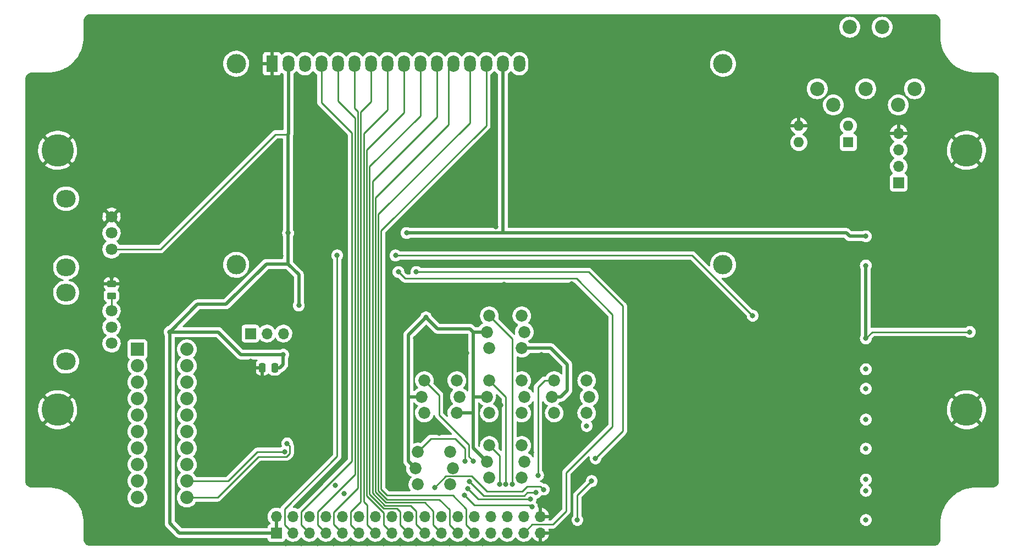
<source format=gbl>
G04 #@! TF.GenerationSoftware,KiCad,Pcbnew,(6.0.2)*
G04 #@! TF.CreationDate,2022-08-07T22:21:35-07:00*
G04 #@! TF.ProjectId,LightDrumInterface,4c696768-7444-4727-956d-496e74657266,rev?*
G04 #@! TF.SameCoordinates,Original*
G04 #@! TF.FileFunction,Copper,L2,Bot*
G04 #@! TF.FilePolarity,Positive*
%FSLAX46Y46*%
G04 Gerber Fmt 4.6, Leading zero omitted, Abs format (unit mm)*
G04 Created by KiCad (PCBNEW (6.0.2)) date 2022-08-07 22:21:35*
%MOMM*%
%LPD*%
G01*
G04 APERTURE LIST*
G04 Aperture macros list*
%AMRoundRect*
0 Rectangle with rounded corners*
0 $1 Rounding radius*
0 $2 $3 $4 $5 $6 $7 $8 $9 X,Y pos of 4 corners*
0 Add a 4 corners polygon primitive as box body*
4,1,4,$2,$3,$4,$5,$6,$7,$8,$9,$2,$3,0*
0 Add four circle primitives for the rounded corners*
1,1,$1+$1,$2,$3*
1,1,$1+$1,$4,$5*
1,1,$1+$1,$6,$7*
1,1,$1+$1,$8,$9*
0 Add four rect primitives between the rounded corners*
20,1,$1+$1,$2,$3,$4,$5,0*
20,1,$1+$1,$4,$5,$6,$7,0*
20,1,$1+$1,$6,$7,$8,$9,0*
20,1,$1+$1,$8,$9,$2,$3,0*%
G04 Aperture macros list end*
G04 #@! TA.AperFunction,ComponentPad*
%ADD10C,2.200000*%
G04 #@! TD*
G04 #@! TA.AperFunction,ComponentPad*
%ADD11C,5.000000*%
G04 #@! TD*
G04 #@! TA.AperFunction,ComponentPad*
%ADD12R,2.032000X2.032000*%
G04 #@! TD*
G04 #@! TA.AperFunction,ComponentPad*
%ADD13C,2.032000*%
G04 #@! TD*
G04 #@! TA.AperFunction,ComponentPad*
%ADD14C,1.850000*%
G04 #@! TD*
G04 #@! TA.AperFunction,ComponentPad*
%ADD15R,1.600000X1.600000*%
G04 #@! TD*
G04 #@! TA.AperFunction,ComponentPad*
%ADD16O,1.600000X1.600000*%
G04 #@! TD*
G04 #@! TA.AperFunction,ComponentPad*
%ADD17R,1.700000X1.700000*%
G04 #@! TD*
G04 #@! TA.AperFunction,ComponentPad*
%ADD18O,1.700000X1.700000*%
G04 #@! TD*
G04 #@! TA.AperFunction,ComponentPad*
%ADD19O,3.000000X2.700000*%
G04 #@! TD*
G04 #@! TA.AperFunction,ComponentPad*
%ADD20C,1.800000*%
G04 #@! TD*
G04 #@! TA.AperFunction,ComponentPad*
%ADD21C,3.000000*%
G04 #@! TD*
G04 #@! TA.AperFunction,ComponentPad*
%ADD22R,1.800000X2.600000*%
G04 #@! TD*
G04 #@! TA.AperFunction,ComponentPad*
%ADD23O,1.800000X2.600000*%
G04 #@! TD*
G04 #@! TA.AperFunction,SMDPad,CuDef*
%ADD24RoundRect,0.250000X0.250000X0.475000X-0.250000X0.475000X-0.250000X-0.475000X0.250000X-0.475000X0*%
G04 #@! TD*
G04 #@! TA.AperFunction,SMDPad,CuDef*
%ADD25RoundRect,0.250000X0.450000X-0.262500X0.450000X0.262500X-0.450000X0.262500X-0.450000X-0.262500X0*%
G04 #@! TD*
G04 #@! TA.AperFunction,ViaPad*
%ADD26C,0.800000*%
G04 #@! TD*
G04 #@! TA.AperFunction,Conductor*
%ADD27C,0.500000*%
G04 #@! TD*
G04 #@! TA.AperFunction,Conductor*
%ADD28C,0.250000*%
G04 #@! TD*
G04 APERTURE END LIST*
D10*
X150940000Y-40500000D03*
X158440000Y-40500000D03*
X165940000Y-40500000D03*
X153440000Y-43000000D03*
X163440000Y-43000000D03*
X155940000Y-31000000D03*
X160940000Y-31000000D03*
D11*
X33940000Y-90000000D03*
X33940000Y-50000000D03*
D12*
X46237500Y-80677500D03*
D13*
X46237500Y-83217500D03*
X46237500Y-85757500D03*
X46237500Y-88297500D03*
X46237500Y-90837500D03*
X46237500Y-93377500D03*
X46237500Y-95917500D03*
X46237500Y-98457500D03*
X46237500Y-100997500D03*
X46237500Y-103537500D03*
X53857500Y-103537500D03*
X53857500Y-100997500D03*
X53857500Y-98457500D03*
X53857500Y-95917500D03*
X53857500Y-93377500D03*
X53857500Y-90837500D03*
X53857500Y-88297500D03*
X53857500Y-85757500D03*
X53857500Y-83217500D03*
X53857500Y-80677500D03*
D14*
X89440000Y-96500000D03*
X94440000Y-96500000D03*
X89440000Y-101500000D03*
X94440000Y-101500000D03*
X89040000Y-99000000D03*
X94840000Y-99000000D03*
X110440000Y-85500000D03*
X115440000Y-85500000D03*
X110440000Y-90500000D03*
X115440000Y-90500000D03*
X110040000Y-88000000D03*
X115840000Y-88000000D03*
X100440000Y-75500000D03*
X105440000Y-75500000D03*
X100440000Y-80500000D03*
X105440000Y-80500000D03*
X100040000Y-78000000D03*
X105840000Y-78000000D03*
D15*
X155740000Y-48775000D03*
D16*
X155740000Y-46235000D03*
X148120000Y-46235000D03*
X148120000Y-48775000D03*
D17*
X63650000Y-78250000D03*
D18*
X66190000Y-78250000D03*
X68730000Y-78250000D03*
D11*
X173940000Y-90000000D03*
D14*
X100440000Y-95500000D03*
X105440000Y-95500000D03*
X100440000Y-100500000D03*
X105440000Y-100500000D03*
X100040000Y-98000000D03*
X105840000Y-98000000D03*
D11*
X173940000Y-50000000D03*
D17*
X163500000Y-55000000D03*
D18*
X163500000Y-52460000D03*
X163500000Y-49920000D03*
X163500000Y-47380000D03*
D14*
X90440000Y-85500000D03*
X95440000Y-85500000D03*
X90440000Y-90500000D03*
X95440000Y-90500000D03*
X90040000Y-88000000D03*
X95840000Y-88000000D03*
D19*
X35250000Y-82550000D03*
X35250000Y-71950000D03*
D20*
X42250000Y-79750000D03*
X42250000Y-77250000D03*
X42250000Y-74750000D03*
D14*
X100440000Y-85500000D03*
X105440000Y-85500000D03*
X100440000Y-90500000D03*
X105440000Y-90500000D03*
X100040000Y-88000000D03*
X105840000Y-88000000D03*
D21*
X61440900Y-36642500D03*
X136440000Y-36642500D03*
X136439480Y-67643200D03*
X61440900Y-67643200D03*
D22*
X66940000Y-36642500D03*
D23*
X69480000Y-36642500D03*
X72020000Y-36642500D03*
X74560000Y-36642500D03*
X77100000Y-36642500D03*
X79640000Y-36642500D03*
X82180000Y-36642500D03*
X84720000Y-36642500D03*
X87260000Y-36642500D03*
X89800000Y-36642500D03*
X92340000Y-36642500D03*
X94880000Y-36642500D03*
X97420000Y-36642500D03*
X99960000Y-36642500D03*
X102500000Y-36642500D03*
X105040000Y-36642500D03*
D19*
X35250000Y-68050000D03*
X35250000Y-57450000D03*
D20*
X42250000Y-65250000D03*
X42250000Y-62750000D03*
X42250000Y-60250000D03*
D24*
X67390000Y-83500000D03*
X65490000Y-83500000D03*
D25*
X42250000Y-72412500D03*
X42250000Y-70587500D03*
D17*
X67640000Y-109000000D03*
D18*
X67640000Y-106460000D03*
X70180000Y-109000000D03*
X70180000Y-106460000D03*
X72720000Y-109000000D03*
X72720000Y-106460000D03*
X75260000Y-109000000D03*
X75260000Y-106460000D03*
X77800000Y-109000000D03*
X77800000Y-106460000D03*
X80340000Y-109000000D03*
X80340000Y-106460000D03*
X82880000Y-109000000D03*
X82880000Y-106460000D03*
X85420000Y-109000000D03*
X85420000Y-106460000D03*
X87960000Y-109000000D03*
X87960000Y-106460000D03*
X90500000Y-109000000D03*
X90500000Y-106460000D03*
X93040000Y-109000000D03*
X93040000Y-106460000D03*
X95580000Y-109000000D03*
X95580000Y-106460000D03*
X98120000Y-109000000D03*
X98120000Y-106460000D03*
X100660000Y-109000000D03*
X100660000Y-106460000D03*
X103200000Y-109000000D03*
X103200000Y-106460000D03*
X105740000Y-109000000D03*
X105740000Y-106460000D03*
X108280000Y-109000000D03*
X108280000Y-106460000D03*
D26*
X76700000Y-101700000D03*
X78100000Y-102900000D03*
X71090000Y-73910000D03*
X158440000Y-100750000D03*
X51190000Y-78000000D03*
X158440000Y-107000000D03*
X158440000Y-79000000D03*
X158440000Y-83750000D03*
X158440000Y-91500000D03*
X115440000Y-92500000D03*
X158440000Y-86750000D03*
X69440000Y-62750000D03*
X158440000Y-63250000D03*
X90690000Y-75750000D03*
X158440000Y-67750000D03*
X174440000Y-78000000D03*
X158440000Y-102500000D03*
X87690000Y-62750000D03*
X68690000Y-81500000D03*
X158440000Y-96000000D03*
X109700000Y-101200000D03*
X84200000Y-110600000D03*
X85000000Y-101900000D03*
X122000000Y-73500000D03*
X65400000Y-107700000D03*
X160900000Y-41900000D03*
X102700000Y-70700000D03*
X63705000Y-82515000D03*
X99400000Y-110600000D03*
X57690000Y-79750000D03*
X107940000Y-84500000D03*
X114100000Y-96400000D03*
X160000000Y-49600000D03*
X72690000Y-78250000D03*
X96940000Y-81250000D03*
X156000000Y-44200000D03*
X156000000Y-41900000D03*
X89200000Y-110600000D03*
X108440000Y-81500000D03*
X159600000Y-57500000D03*
X75900000Y-74600000D03*
X72690000Y-71750000D03*
X158400000Y-55400000D03*
X78200000Y-86500000D03*
X66940000Y-34250000D03*
X66600000Y-68800000D03*
X102200000Y-89300000D03*
X149900000Y-46200000D03*
X86900000Y-78000000D03*
X44900000Y-78400000D03*
X167190000Y-73400000D03*
X84800000Y-94000000D03*
X101440000Y-61750000D03*
X87800000Y-67600000D03*
X136600000Y-109600000D03*
X85000000Y-67500000D03*
X75900000Y-67700000D03*
X165300000Y-47400000D03*
X87500000Y-102100000D03*
X42250000Y-69500000D03*
X64100000Y-83500000D03*
X172865000Y-74075000D03*
X73100000Y-97900000D03*
X86690000Y-81250000D03*
X118190000Y-88000000D03*
X87800000Y-70800000D03*
X71500000Y-110600000D03*
X76500000Y-110600000D03*
X110000000Y-109000000D03*
X114000000Y-109600000D03*
X69100000Y-110600000D03*
X52800000Y-107300000D03*
X79100000Y-110600000D03*
X119400000Y-96400000D03*
X84800000Y-74000000D03*
X134100000Y-102300000D03*
X111500000Y-109200000D03*
X61440000Y-98000000D03*
X106900000Y-96600000D03*
X74000000Y-110600000D03*
X99300000Y-93600000D03*
X161700000Y-47400000D03*
X92700000Y-93600000D03*
X160900000Y-44200000D03*
X109100000Y-92300000D03*
X148100000Y-44400000D03*
X167190000Y-65500000D03*
X96900000Y-110600000D03*
X118300000Y-75900000D03*
X67600000Y-104200000D03*
X66190000Y-73250000D03*
X81600000Y-110600000D03*
X60940000Y-76000000D03*
X91800000Y-110600000D03*
X163500000Y-45600000D03*
X92940000Y-85500000D03*
X94300000Y-110600000D03*
X146300000Y-46200000D03*
X72690000Y-66000000D03*
X110100000Y-105800000D03*
X122100000Y-76800000D03*
X122200000Y-102200000D03*
X56190000Y-76000000D03*
X86800000Y-94000000D03*
X132700000Y-105700000D03*
X78200000Y-97400000D03*
X73100000Y-86500000D03*
X113400000Y-102200000D03*
X40500000Y-60250000D03*
X75900000Y-70800000D03*
X102700000Y-67500000D03*
X69190000Y-72000000D03*
X157200000Y-57400000D03*
X118300000Y-92100000D03*
X44000000Y-60250000D03*
X111200000Y-102200000D03*
X86690000Y-88000000D03*
X112700000Y-106700000D03*
X122200000Y-105700000D03*
X68300000Y-66300000D03*
X161200000Y-53600000D03*
X78200000Y-70800000D03*
X56690000Y-99750000D03*
X50900000Y-109000000D03*
X113100000Y-70600000D03*
X84900000Y-70800000D03*
X116500000Y-99000000D03*
X139300000Y-107400000D03*
X89100000Y-79000000D03*
X105440000Y-92500000D03*
X109000000Y-98800000D03*
X165300000Y-55000000D03*
X63900000Y-99700000D03*
X121500000Y-94300000D03*
X59440000Y-81750000D03*
X115100000Y-105800000D03*
X86700000Y-110600000D03*
X116200000Y-67800000D03*
X66900000Y-38900000D03*
X65100000Y-36600000D03*
X141000000Y-75500000D03*
X77000000Y-66200000D03*
X86000000Y-66200000D03*
X69300000Y-95200000D03*
X68900000Y-96500000D03*
X104000000Y-101500000D03*
X102000000Y-101500000D03*
X103000000Y-101500000D03*
X98000000Y-97900000D03*
X107940000Y-100100000D03*
X96700000Y-97900000D03*
X116200000Y-101000000D03*
X114000000Y-107000000D03*
X107600000Y-102800000D03*
X97400000Y-101100000D03*
X108800000Y-102300000D03*
X92000000Y-102000000D03*
X106800000Y-103800000D03*
X97100000Y-102200000D03*
X107000000Y-105000000D03*
X96600000Y-103200000D03*
X86440000Y-68750000D03*
X116800000Y-97500000D03*
X89190000Y-68750000D03*
D27*
X68690000Y-81500000D02*
X68690000Y-83000000D01*
X69480000Y-47460000D02*
X69440000Y-47500000D01*
X71090000Y-69150000D02*
X69440000Y-67500000D01*
X69440000Y-67500000D02*
X66100000Y-67500000D01*
X87940000Y-78500000D02*
X87940000Y-87250000D01*
D28*
X159440000Y-78000000D02*
X158440000Y-79000000D01*
D27*
X66100000Y-67500000D02*
X59850000Y-73750000D01*
X92440000Y-77500000D02*
X97440000Y-77500000D01*
X51190000Y-78000000D02*
X51190000Y-107500000D01*
X69440000Y-62750000D02*
X69440000Y-67500000D01*
X95440000Y-90500000D02*
X97940000Y-90500000D01*
X51190000Y-107500000D02*
X52690000Y-109000000D01*
X102500000Y-62750000D02*
X155440000Y-62750000D01*
X52690000Y-109000000D02*
X67640000Y-109000000D01*
X58690000Y-78000000D02*
X51190000Y-78000000D01*
X158440000Y-79000000D02*
X158440000Y-67750000D01*
X67640000Y-106460000D02*
X67640000Y-109000000D01*
X102500000Y-62750000D02*
X87690000Y-62750000D01*
X97440000Y-77500000D02*
X97940000Y-78000000D01*
X89040000Y-99000000D02*
X87940000Y-97900000D01*
X90690000Y-75750000D02*
X92440000Y-77500000D01*
X55440000Y-73750000D02*
X51190000Y-78000000D01*
X87940000Y-97900000D02*
X87940000Y-87250000D01*
X97940000Y-90500000D02*
X97940000Y-87250000D01*
D28*
X87940000Y-88000000D02*
X87940000Y-87250000D01*
X174440000Y-78000000D02*
X159440000Y-78000000D01*
D27*
X110040000Y-88000000D02*
X111440000Y-88000000D01*
X109940000Y-80500000D02*
X105440000Y-80500000D01*
X69480000Y-36642500D02*
X69480000Y-47460000D01*
X68690000Y-81500000D02*
X62190000Y-81500000D01*
X69440000Y-47500000D02*
X69440000Y-48000000D01*
D28*
X49750000Y-65250000D02*
X67475000Y-47525000D01*
D27*
X69440000Y-48000000D02*
X69440000Y-62750000D01*
X111440000Y-88000000D02*
X112440000Y-87000000D01*
X112440000Y-87000000D02*
X112440000Y-83000000D01*
X68690000Y-83000000D02*
X68190000Y-83500000D01*
X100040000Y-98000000D02*
X97940000Y-95900000D01*
X100040000Y-88000000D02*
X97940000Y-88000000D01*
X155440000Y-62750000D02*
X155940000Y-63250000D01*
X62190000Y-81500000D02*
X58690000Y-78000000D01*
D28*
X97940000Y-88000000D02*
X97940000Y-87250000D01*
D27*
X90040000Y-88000000D02*
X87940000Y-88000000D01*
X102500000Y-36642500D02*
X102500000Y-62750000D01*
X59850000Y-73750000D02*
X55440000Y-73750000D01*
X97940000Y-95900000D02*
X97940000Y-90500000D01*
X112440000Y-83000000D02*
X109940000Y-80500000D01*
X97940000Y-87250000D02*
X97940000Y-78000000D01*
X90690000Y-75750000D02*
X87940000Y-78500000D01*
D28*
X67475000Y-47525000D02*
X69440000Y-47525000D01*
D27*
X155940000Y-63250000D02*
X158440000Y-63250000D01*
X71090000Y-73910000D02*
X71090000Y-69150000D01*
D28*
X42250000Y-65250000D02*
X49750000Y-65250000D01*
X69440000Y-47525000D02*
X69440000Y-48000000D01*
D27*
X68190000Y-83500000D02*
X67390000Y-83500000D01*
X100040000Y-78000000D02*
X97940000Y-78000000D01*
D28*
X42250000Y-70587500D02*
X42250000Y-69500000D01*
D27*
X64100000Y-83500000D02*
X65490000Y-83500000D01*
D28*
X91200000Y-66200000D02*
X86000000Y-66200000D01*
X141000000Y-75500000D02*
X131700000Y-66200000D01*
X68900000Y-107720000D02*
X70180000Y-109000000D01*
X68900000Y-105300000D02*
X68900000Y-107720000D01*
X131700000Y-66200000D02*
X91200000Y-66200000D01*
X77000000Y-97200000D02*
X68900000Y-105300000D01*
X77000000Y-66200000D02*
X77000000Y-97200000D01*
X69200103Y-97224511D02*
X64875489Y-97224511D01*
X69700000Y-96724614D02*
X69200103Y-97224511D01*
X69700000Y-95600000D02*
X69700000Y-96724614D01*
X58562500Y-103537500D02*
X53857500Y-103537500D01*
X64875489Y-97224511D02*
X58562500Y-103537500D01*
X69300000Y-95200000D02*
X69700000Y-95600000D01*
X53857500Y-100997500D02*
X60192500Y-100997500D01*
X68885000Y-96485000D02*
X68900000Y-96500000D01*
X64705000Y-96485000D02*
X68885000Y-96485000D01*
X60192500Y-100997500D02*
X64705000Y-96485000D01*
X74560000Y-42620000D02*
X79283840Y-47343840D01*
X71500000Y-107780000D02*
X72720000Y-109000000D01*
X74560000Y-36642500D02*
X74560000Y-42620000D01*
X71500000Y-105700000D02*
X71500000Y-107780000D01*
X79283840Y-47343840D02*
X79283840Y-97916160D01*
X79283840Y-97916160D02*
X71500000Y-105700000D01*
X77100000Y-36642500D02*
X77100000Y-42410000D01*
X74000000Y-105700000D02*
X74000000Y-107740000D01*
X74000000Y-107740000D02*
X75260000Y-109000000D01*
X79733360Y-45043360D02*
X79733360Y-99966640D01*
X79733360Y-99966640D02*
X74000000Y-105700000D01*
X77100000Y-42410000D02*
X79733360Y-45043360D01*
X80182880Y-43992880D02*
X80182880Y-102117120D01*
X79640000Y-36642500D02*
X79690000Y-36692500D01*
X79690000Y-43500000D02*
X80182880Y-43992880D01*
X79690000Y-36692500D02*
X79690000Y-43500000D01*
X80182880Y-102117120D02*
X76500000Y-105800000D01*
X76500000Y-105800000D02*
X76500000Y-107700000D01*
X76500000Y-107700000D02*
X77800000Y-109000000D01*
X79100000Y-105700000D02*
X79100000Y-107760000D01*
X79100000Y-107760000D02*
X80340000Y-109000000D01*
X82180000Y-42510000D02*
X80632400Y-44057600D01*
X82180000Y-36642500D02*
X82180000Y-42510000D01*
X80632400Y-104167600D02*
X79100000Y-105700000D01*
X80632400Y-44057600D02*
X80632400Y-104167600D01*
X81081920Y-104181920D02*
X81600000Y-104700000D01*
X81081920Y-47358080D02*
X81081920Y-104181920D01*
X81600000Y-107720000D02*
X82880000Y-109000000D01*
X84720000Y-36642500D02*
X84720000Y-43720000D01*
X84720000Y-43720000D02*
X81081920Y-47358080D01*
X81600000Y-104700000D02*
X81600000Y-107720000D01*
X81531440Y-103231441D02*
X81531440Y-49908560D01*
X84200000Y-105900000D02*
X81531440Y-103231441D01*
X81531440Y-49908560D02*
X87260000Y-44180000D01*
X85420000Y-109000000D02*
X84200000Y-107780000D01*
X87260000Y-44180000D02*
X87260000Y-36642500D01*
X84200000Y-107780000D02*
X84200000Y-105900000D01*
X81980960Y-103045243D02*
X81980960Y-52459040D01*
X86700000Y-105700000D02*
X86200000Y-105200000D01*
X86200000Y-105200000D02*
X84135717Y-105200000D01*
X89800000Y-44640000D02*
X89800000Y-36642500D01*
X84135717Y-105200000D02*
X81980960Y-103045243D01*
X86700000Y-107740000D02*
X86700000Y-105700000D01*
X87960000Y-109000000D02*
X86700000Y-107740000D01*
X81980960Y-52459040D02*
X89800000Y-44640000D01*
X89200000Y-105600000D02*
X88350480Y-104750480D01*
X84321914Y-104750480D02*
X82430480Y-102859046D01*
X90500000Y-109000000D02*
X89200000Y-107700000D01*
X92340000Y-44850000D02*
X92340000Y-36642500D01*
X88350480Y-104750480D02*
X84321914Y-104750480D01*
X82430480Y-54759520D02*
X92340000Y-44850000D01*
X82430480Y-102859046D02*
X82430480Y-54759520D01*
X89200000Y-107700000D02*
X89200000Y-105600000D01*
X91800000Y-105600000D02*
X90500960Y-104300960D01*
X93040000Y-109000000D02*
X91800000Y-107760000D01*
X94190000Y-46000000D02*
X94190000Y-37332500D01*
X94190000Y-37332500D02*
X94880000Y-36642500D01*
X82880000Y-102672848D02*
X82880000Y-57310000D01*
X82880000Y-57310000D02*
X94190000Y-46000000D01*
X91800000Y-107760000D02*
X91800000Y-105600000D01*
X84508112Y-104300960D02*
X82880000Y-102672848D01*
X90500960Y-104300960D02*
X84508112Y-104300960D01*
X92751440Y-103851440D02*
X84694310Y-103851440D01*
X83329520Y-59860480D02*
X97420000Y-45770000D01*
X84694310Y-103851440D02*
X83329520Y-102486650D01*
X95580000Y-109000000D02*
X94300000Y-107720000D01*
X83329520Y-102486650D02*
X83329520Y-59860480D01*
X94300000Y-107720000D02*
X94300000Y-105400000D01*
X94300000Y-105400000D02*
X92751440Y-103851440D01*
X97420000Y-45770000D02*
X97420000Y-36642500D01*
X84700000Y-103200000D02*
X83779040Y-102279040D01*
X96900000Y-107780000D02*
X96900000Y-105300000D01*
X98120000Y-109000000D02*
X96900000Y-107780000D01*
X94800000Y-103200000D02*
X84700000Y-103200000D01*
X83779040Y-62410960D02*
X99960000Y-46230000D01*
X99960000Y-46230000D02*
X99960000Y-36642500D01*
X83779040Y-102279040D02*
X83779040Y-62410960D01*
X96900000Y-105300000D02*
X94800000Y-103200000D01*
X104000000Y-101500000D02*
X104000000Y-79060000D01*
X104000000Y-79060000D02*
X100440000Y-75500000D01*
X102000000Y-97060000D02*
X100440000Y-95500000D01*
X102000000Y-101500000D02*
X102000000Y-97060000D01*
X103000000Y-88060000D02*
X100440000Y-85500000D01*
X103000000Y-101500000D02*
X103000000Y-88060000D01*
X98000000Y-97900000D02*
X97300000Y-97200000D01*
X97300000Y-95400000D02*
X92700000Y-90800000D01*
X92700000Y-90800000D02*
X92700000Y-87760000D01*
X92700000Y-87760000D02*
X90440000Y-85500000D01*
X97300000Y-97200000D02*
X97300000Y-95400000D01*
X108940000Y-85500000D02*
X110440000Y-85500000D01*
X107940000Y-100100000D02*
X107940000Y-86500000D01*
X107940000Y-86500000D02*
X108940000Y-85500000D01*
X91440000Y-94500000D02*
X89440000Y-96500000D01*
X96700000Y-97900000D02*
X96700000Y-96000000D01*
X95200000Y-94500000D02*
X91440000Y-94500000D01*
X96700000Y-96000000D02*
X95200000Y-94500000D01*
X114000000Y-103200000D02*
X116200000Y-101000000D01*
X114000000Y-107000000D02*
X114000000Y-103200000D01*
X99600000Y-103300000D02*
X105800000Y-103300000D01*
X106300000Y-102800000D02*
X107600000Y-102800000D01*
X105800000Y-103300000D02*
X106300000Y-102800000D01*
X97400000Y-101100000D02*
X99600000Y-103300000D01*
X108300000Y-101800000D02*
X106300000Y-101800000D01*
X105500000Y-102600000D02*
X100100000Y-102600000D01*
X93749511Y-100250489D02*
X92000000Y-102000000D01*
X108800000Y-102300000D02*
X108300000Y-101800000D01*
X97750489Y-100250489D02*
X93749511Y-100250489D01*
X100100000Y-102600000D02*
X97750489Y-100250489D01*
X106300000Y-101800000D02*
X105500000Y-102600000D01*
X97100000Y-102200000D02*
X98700000Y-103800000D01*
X98700000Y-103800000D02*
X106800000Y-103800000D01*
X98100000Y-104700000D02*
X96600000Y-103200000D01*
X106700000Y-104700000D02*
X98100000Y-104700000D01*
X107000000Y-105000000D02*
X106700000Y-104700000D01*
X42250000Y-74750000D02*
X42250000Y-72412500D01*
X105740000Y-109000000D02*
X107040000Y-107700000D01*
X112300000Y-99700000D02*
X119400000Y-92600000D01*
X87440000Y-69750000D02*
X86440000Y-68750000D01*
X112300000Y-105600000D02*
X112300000Y-99700000D01*
X119400000Y-75300000D02*
X113850000Y-69750000D01*
X107040000Y-107700000D02*
X110200000Y-107700000D01*
X113850000Y-69750000D02*
X87440000Y-69750000D01*
X110200000Y-107700000D02*
X112300000Y-105600000D01*
X119400000Y-92600000D02*
X119400000Y-75300000D01*
X121000000Y-93300000D02*
X116800000Y-97500000D01*
X89190000Y-68750000D02*
X115750000Y-68750000D01*
X115750000Y-68750000D02*
X121000000Y-74000000D01*
X121000000Y-74000000D02*
X121000000Y-93300000D01*
G04 #@! TA.AperFunction,Conductor*
G36*
X168910057Y-29009500D02*
G01*
X168924858Y-29011805D01*
X168924861Y-29011805D01*
X168933730Y-29013186D01*
X168946378Y-29011532D01*
X168973692Y-29010948D01*
X169052682Y-29017859D01*
X169101281Y-29022111D01*
X169122904Y-29025923D01*
X169235888Y-29056197D01*
X169268636Y-29064972D01*
X169289275Y-29072484D01*
X169426010Y-29136245D01*
X169445030Y-29147227D01*
X169568618Y-29233764D01*
X169585443Y-29247882D01*
X169692118Y-29354557D01*
X169706236Y-29371382D01*
X169792773Y-29494970D01*
X169803755Y-29513990D01*
X169867516Y-29650725D01*
X169875028Y-29671364D01*
X169914076Y-29817092D01*
X169917889Y-29838719D01*
X169921729Y-29882609D01*
X169928449Y-29959419D01*
X169927896Y-29975879D01*
X169928305Y-29975884D01*
X169928195Y-29984858D01*
X169926814Y-29993730D01*
X169927978Y-30002632D01*
X169927978Y-30002635D01*
X169930936Y-30025251D01*
X169932000Y-30041589D01*
X169932000Y-32450672D01*
X169930500Y-32470056D01*
X169926814Y-32493730D01*
X169927634Y-32500000D01*
X169927291Y-32500000D01*
X169927596Y-32507377D01*
X169927596Y-32507378D01*
X169928718Y-32534505D01*
X169946120Y-32955236D01*
X170002477Y-33407362D01*
X170095978Y-33853290D01*
X170096719Y-33855778D01*
X170225242Y-34287480D01*
X170225246Y-34287491D01*
X170225985Y-34289974D01*
X170391608Y-34714430D01*
X170392750Y-34716766D01*
X170590569Y-35121412D01*
X170590575Y-35121424D01*
X170591717Y-35123759D01*
X170593049Y-35125995D01*
X170593051Y-35125998D01*
X170823609Y-35512925D01*
X170823616Y-35512936D01*
X170824945Y-35515166D01*
X171089698Y-35885976D01*
X171384168Y-36233656D01*
X171706344Y-36555832D01*
X172054024Y-36850302D01*
X172424834Y-37115055D01*
X172427064Y-37116384D01*
X172427075Y-37116391D01*
X172702780Y-37280675D01*
X172816241Y-37348283D01*
X172818576Y-37349425D01*
X172818588Y-37349431D01*
X173078586Y-37476536D01*
X173225570Y-37548392D01*
X173299099Y-37577083D01*
X173647603Y-37713070D01*
X173647613Y-37713073D01*
X173650026Y-37714015D01*
X173652509Y-37714754D01*
X173652520Y-37714758D01*
X173854816Y-37774984D01*
X174086710Y-37844022D01*
X174532638Y-37937523D01*
X174984764Y-37993880D01*
X175207014Y-38003072D01*
X175414006Y-38011634D01*
X175420055Y-38012030D01*
X175422666Y-38012264D01*
X175427461Y-38013071D01*
X175433816Y-38013149D01*
X175435141Y-38013165D01*
X175435145Y-38013165D01*
X175440000Y-38013224D01*
X175467588Y-38009273D01*
X175485451Y-38008000D01*
X177890672Y-38008000D01*
X177910057Y-38009500D01*
X177924858Y-38011805D01*
X177924861Y-38011805D01*
X177933730Y-38013186D01*
X177946378Y-38011532D01*
X177973692Y-38010948D01*
X178052682Y-38017859D01*
X178101281Y-38022111D01*
X178122904Y-38025923D01*
X178235888Y-38056197D01*
X178268636Y-38064972D01*
X178289275Y-38072484D01*
X178426010Y-38136245D01*
X178445030Y-38147227D01*
X178568618Y-38233764D01*
X178585443Y-38247882D01*
X178692118Y-38354557D01*
X178706236Y-38371382D01*
X178792773Y-38494970D01*
X178803755Y-38513990D01*
X178867516Y-38650725D01*
X178875028Y-38671364D01*
X178914076Y-38817092D01*
X178917890Y-38838722D01*
X178928449Y-38959419D01*
X178927896Y-38975879D01*
X178928305Y-38975884D01*
X178928195Y-38984858D01*
X178926814Y-38993730D01*
X178927978Y-39002632D01*
X178927978Y-39002635D01*
X178930936Y-39025251D01*
X178932000Y-39041589D01*
X178932000Y-100950672D01*
X178930500Y-100970056D01*
X178926814Y-100993730D01*
X178928454Y-101006270D01*
X178928468Y-101006375D01*
X178929052Y-101033692D01*
X178923995Y-101091500D01*
X178917897Y-101161201D01*
X178917890Y-101161278D01*
X178914077Y-101182904D01*
X178891040Y-101268879D01*
X178875028Y-101328636D01*
X178867516Y-101349275D01*
X178803755Y-101486010D01*
X178792773Y-101505030D01*
X178706236Y-101628618D01*
X178692118Y-101645443D01*
X178585443Y-101752118D01*
X178568618Y-101766236D01*
X178445030Y-101852773D01*
X178426010Y-101863755D01*
X178289275Y-101927516D01*
X178268636Y-101935028D01*
X178235888Y-101943803D01*
X178122904Y-101974077D01*
X178101281Y-101977889D01*
X178057391Y-101981729D01*
X177980581Y-101988449D01*
X177964121Y-101987896D01*
X177964116Y-101988305D01*
X177955142Y-101988195D01*
X177946270Y-101986814D01*
X177937368Y-101987978D01*
X177937365Y-101987978D01*
X177914749Y-101990936D01*
X177898411Y-101992000D01*
X175493207Y-101992000D01*
X175472303Y-101990254D01*
X175465158Y-101989052D01*
X175452539Y-101986929D01*
X175446270Y-101986853D01*
X175444861Y-101986835D01*
X175444857Y-101986835D01*
X175440000Y-101986776D01*
X175435246Y-101987457D01*
X175432641Y-101987595D01*
X175271430Y-101994263D01*
X174984764Y-102006120D01*
X174532638Y-102062477D01*
X174086710Y-102155978D01*
X173960895Y-102193435D01*
X173652520Y-102285242D01*
X173652509Y-102285246D01*
X173650026Y-102285985D01*
X173647613Y-102286927D01*
X173647603Y-102286930D01*
X173416059Y-102377279D01*
X173225570Y-102451608D01*
X173223234Y-102452750D01*
X172818588Y-102650569D01*
X172818576Y-102650575D01*
X172816241Y-102651717D01*
X172814005Y-102653049D01*
X172814002Y-102653051D01*
X172427075Y-102883609D01*
X172427064Y-102883616D01*
X172424834Y-102884945D01*
X172054024Y-103149698D01*
X171706344Y-103444168D01*
X171384168Y-103766344D01*
X171089698Y-104114024D01*
X170824945Y-104484834D01*
X170823616Y-104487064D01*
X170823609Y-104487075D01*
X170609793Y-104845905D01*
X170591717Y-104876241D01*
X170590575Y-104878576D01*
X170590569Y-104878588D01*
X170399422Y-105269586D01*
X170391608Y-105285570D01*
X170344164Y-105407158D01*
X170238144Y-105678866D01*
X170225985Y-105710026D01*
X170225246Y-105712509D01*
X170225242Y-105712520D01*
X170166896Y-105908500D01*
X170095978Y-106146710D01*
X170002477Y-106592638D01*
X169946120Y-107044764D01*
X169927817Y-107487290D01*
X169926814Y-107493730D01*
X169927373Y-107498008D01*
X169927291Y-107500000D01*
X169927634Y-107500000D01*
X169928133Y-107503816D01*
X169930936Y-107525250D01*
X169932000Y-107541588D01*
X169932000Y-109950672D01*
X169930500Y-109970057D01*
X169929382Y-109977240D01*
X169926814Y-109993730D01*
X169928454Y-110006270D01*
X169928468Y-110006375D01*
X169929052Y-110033692D01*
X169924275Y-110088297D01*
X169921604Y-110118831D01*
X169917890Y-110161278D01*
X169914077Y-110182904D01*
X169890961Y-110269174D01*
X169875028Y-110328636D01*
X169867516Y-110349275D01*
X169803755Y-110486010D01*
X169792773Y-110505030D01*
X169706236Y-110628618D01*
X169692118Y-110645443D01*
X169585443Y-110752118D01*
X169568618Y-110766236D01*
X169445030Y-110852773D01*
X169426010Y-110863755D01*
X169289275Y-110927516D01*
X169268635Y-110935028D01*
X169122904Y-110974077D01*
X169101281Y-110977889D01*
X169057391Y-110981729D01*
X168980581Y-110988449D01*
X168964121Y-110987896D01*
X168964116Y-110988305D01*
X168955142Y-110988195D01*
X168946270Y-110986814D01*
X168937368Y-110987978D01*
X168937365Y-110987978D01*
X168914749Y-110990936D01*
X168898411Y-110992000D01*
X38989328Y-110992000D01*
X38969943Y-110990500D01*
X38955142Y-110988195D01*
X38955139Y-110988195D01*
X38946270Y-110986814D01*
X38933622Y-110988468D01*
X38906308Y-110989052D01*
X38827318Y-110982141D01*
X38778719Y-110977889D01*
X38757096Y-110974077D01*
X38611365Y-110935028D01*
X38590725Y-110927516D01*
X38453990Y-110863755D01*
X38434970Y-110852773D01*
X38311382Y-110766236D01*
X38294557Y-110752118D01*
X38187882Y-110645443D01*
X38173764Y-110628618D01*
X38087227Y-110505030D01*
X38076245Y-110486010D01*
X38012484Y-110349275D01*
X38004972Y-110328636D01*
X37989039Y-110269174D01*
X37965923Y-110182904D01*
X37962110Y-110161278D01*
X37951551Y-110040581D01*
X37952104Y-110024121D01*
X37951695Y-110024116D01*
X37951805Y-110015142D01*
X37953186Y-110006270D01*
X37951547Y-109993730D01*
X37949064Y-109974749D01*
X37948000Y-109958411D01*
X37948000Y-107553207D01*
X37949746Y-107532303D01*
X37950803Y-107526018D01*
X37953071Y-107512539D01*
X37953224Y-107500000D01*
X37952543Y-107495246D01*
X37952405Y-107492641D01*
X37942811Y-107260688D01*
X37933880Y-107044764D01*
X37877523Y-106592638D01*
X37784022Y-106146710D01*
X37713104Y-105908500D01*
X37654758Y-105712520D01*
X37654754Y-105712509D01*
X37654015Y-105710026D01*
X37641857Y-105678866D01*
X37535836Y-105407158D01*
X37488392Y-105285570D01*
X37480578Y-105269586D01*
X37289431Y-104878588D01*
X37289425Y-104878576D01*
X37288283Y-104876241D01*
X37270207Y-104845905D01*
X37056391Y-104487075D01*
X37056384Y-104487064D01*
X37055055Y-104484834D01*
X36790302Y-104114024D01*
X36495832Y-103766344D01*
X36266988Y-103537500D01*
X44708286Y-103537500D01*
X44727113Y-103776722D01*
X44728267Y-103781529D01*
X44728268Y-103781535D01*
X44738650Y-103824778D01*
X44783131Y-104010053D01*
X44785024Y-104014624D01*
X44785025Y-104014626D01*
X44866786Y-104212014D01*
X44874960Y-104231749D01*
X45000340Y-104436349D01*
X45156182Y-104618818D01*
X45338651Y-104774660D01*
X45543251Y-104900040D01*
X45547821Y-104901933D01*
X45547823Y-104901934D01*
X45760374Y-104989975D01*
X45764947Y-104991869D01*
X45832629Y-105008118D01*
X45993465Y-105046732D01*
X45993471Y-105046733D01*
X45998278Y-105047887D01*
X46237500Y-105066714D01*
X46476722Y-105047887D01*
X46481529Y-105046733D01*
X46481535Y-105046732D01*
X46642371Y-105008118D01*
X46710053Y-104991869D01*
X46714626Y-104989975D01*
X46927177Y-104901934D01*
X46927179Y-104901933D01*
X46931749Y-104900040D01*
X47136349Y-104774660D01*
X47318818Y-104618818D01*
X47474660Y-104436349D01*
X47600040Y-104231749D01*
X47608215Y-104212014D01*
X47689975Y-104014626D01*
X47689976Y-104014624D01*
X47691869Y-104010053D01*
X47736350Y-103824778D01*
X47746732Y-103781535D01*
X47746733Y-103781529D01*
X47747887Y-103776722D01*
X47766714Y-103537500D01*
X47747887Y-103298278D01*
X47746733Y-103293471D01*
X47746732Y-103293465D01*
X47694581Y-103076244D01*
X47691869Y-103064947D01*
X47680270Y-103036944D01*
X47601934Y-102847823D01*
X47601933Y-102847821D01*
X47600040Y-102843251D01*
X47474660Y-102638651D01*
X47462812Y-102624778D01*
X47322031Y-102459944D01*
X47318818Y-102456182D01*
X47210077Y-102363309D01*
X47171270Y-102303861D01*
X47170762Y-102232866D01*
X47210077Y-102171691D01*
X47318818Y-102078818D01*
X47380878Y-102006154D01*
X47471442Y-101900117D01*
X47471443Y-101900116D01*
X47474660Y-101896349D01*
X47600040Y-101691749D01*
X47605377Y-101678866D01*
X47689975Y-101474626D01*
X47689976Y-101474624D01*
X47691869Y-101470053D01*
X47723264Y-101339284D01*
X47746732Y-101241535D01*
X47746733Y-101241529D01*
X47747887Y-101236722D01*
X47766714Y-100997500D01*
X47747887Y-100758278D01*
X47746733Y-100753471D01*
X47746732Y-100753465D01*
X47700302Y-100560072D01*
X47691869Y-100524947D01*
X47674518Y-100483057D01*
X47601934Y-100307823D01*
X47601933Y-100307821D01*
X47600040Y-100303251D01*
X47474660Y-100098651D01*
X47451159Y-100071134D01*
X47322031Y-99919944D01*
X47318818Y-99916182D01*
X47210077Y-99823309D01*
X47171270Y-99763861D01*
X47170762Y-99692866D01*
X47210077Y-99631691D01*
X47318818Y-99538818D01*
X47425397Y-99414029D01*
X47471442Y-99360117D01*
X47471443Y-99360116D01*
X47474660Y-99356349D01*
X47600040Y-99151749D01*
X47603303Y-99143873D01*
X47689975Y-98934626D01*
X47689976Y-98934624D01*
X47691869Y-98930053D01*
X47714978Y-98833797D01*
X47746732Y-98701535D01*
X47746733Y-98701529D01*
X47747887Y-98696722D01*
X47766714Y-98457500D01*
X47747887Y-98218278D01*
X47746733Y-98213471D01*
X47746732Y-98213465D01*
X47693024Y-97989759D01*
X47691869Y-97984947D01*
X47688940Y-97977875D01*
X47601934Y-97767823D01*
X47601933Y-97767821D01*
X47600040Y-97763251D01*
X47474660Y-97558651D01*
X47466318Y-97548883D01*
X47322031Y-97379944D01*
X47318818Y-97376182D01*
X47210077Y-97283309D01*
X47171270Y-97223861D01*
X47170762Y-97152866D01*
X47210077Y-97091691D01*
X47318818Y-96998818D01*
X47397128Y-96907128D01*
X47471442Y-96820117D01*
X47471443Y-96820116D01*
X47474660Y-96816349D01*
X47600040Y-96611749D01*
X47608428Y-96591500D01*
X47689975Y-96394626D01*
X47689976Y-96394624D01*
X47691869Y-96390053D01*
X47723078Y-96260059D01*
X47746732Y-96161535D01*
X47746733Y-96161529D01*
X47747887Y-96156722D01*
X47766714Y-95917500D01*
X47747887Y-95678278D01*
X47746733Y-95673471D01*
X47746732Y-95673465D01*
X47705894Y-95503365D01*
X47691869Y-95444947D01*
X47689975Y-95440374D01*
X47601934Y-95227823D01*
X47601933Y-95227821D01*
X47600040Y-95223251D01*
X47474660Y-95018651D01*
X47318818Y-94836182D01*
X47210077Y-94743309D01*
X47171270Y-94683861D01*
X47170762Y-94612866D01*
X47210077Y-94551691D01*
X47318818Y-94458818D01*
X47452825Y-94301915D01*
X47471442Y-94280117D01*
X47471443Y-94280116D01*
X47474660Y-94276349D01*
X47600040Y-94071749D01*
X47602474Y-94065874D01*
X47689975Y-93854626D01*
X47689976Y-93854624D01*
X47691869Y-93850053D01*
X47723913Y-93716581D01*
X47746732Y-93621535D01*
X47746733Y-93621529D01*
X47747887Y-93616722D01*
X47766714Y-93377500D01*
X47747887Y-93138278D01*
X47746733Y-93133471D01*
X47746732Y-93133465D01*
X47698197Y-92931306D01*
X47691869Y-92904947D01*
X47689975Y-92900374D01*
X47601934Y-92687823D01*
X47601933Y-92687821D01*
X47600040Y-92683251D01*
X47474660Y-92478651D01*
X47318818Y-92296182D01*
X47210077Y-92203309D01*
X47171270Y-92143861D01*
X47170762Y-92072866D01*
X47210077Y-92011691D01*
X47318818Y-91918818D01*
X47425780Y-91793581D01*
X47471442Y-91740117D01*
X47471443Y-91740116D01*
X47474660Y-91736349D01*
X47600040Y-91531749D01*
X47610472Y-91506565D01*
X47689975Y-91314626D01*
X47689976Y-91314624D01*
X47691869Y-91310053D01*
X47719017Y-91196973D01*
X47746732Y-91081535D01*
X47746733Y-91081529D01*
X47747887Y-91076722D01*
X47766714Y-90837500D01*
X47747887Y-90598278D01*
X47746733Y-90593471D01*
X47746732Y-90593465D01*
X47693024Y-90369759D01*
X47691869Y-90364947D01*
X47689975Y-90360374D01*
X47601934Y-90147823D01*
X47601933Y-90147821D01*
X47600040Y-90143251D01*
X47474660Y-89938651D01*
X47318818Y-89756182D01*
X47210077Y-89663309D01*
X47171270Y-89603861D01*
X47170762Y-89532866D01*
X47210077Y-89471691D01*
X47318818Y-89378818D01*
X47352618Y-89339243D01*
X47471442Y-89200117D01*
X47471443Y-89200116D01*
X47474660Y-89196349D01*
X47600040Y-88991749D01*
X47623169Y-88935912D01*
X47689975Y-88774626D01*
X47689976Y-88774624D01*
X47691869Y-88770053D01*
X47722189Y-88643761D01*
X47746732Y-88541535D01*
X47746733Y-88541529D01*
X47747887Y-88536722D01*
X47766714Y-88297500D01*
X47747887Y-88058278D01*
X47746733Y-88053471D01*
X47746732Y-88053465D01*
X47693024Y-87829759D01*
X47691869Y-87824947D01*
X47664992Y-87760059D01*
X47601934Y-87607823D01*
X47601933Y-87607821D01*
X47600040Y-87603251D01*
X47474660Y-87398651D01*
X47436796Y-87354317D01*
X47322031Y-87219944D01*
X47318818Y-87216182D01*
X47210077Y-87123309D01*
X47171270Y-87063861D01*
X47170762Y-86992866D01*
X47210077Y-86931691D01*
X47318818Y-86838818D01*
X47394675Y-86750000D01*
X47471442Y-86660117D01*
X47471443Y-86660116D01*
X47474660Y-86656349D01*
X47600040Y-86451749D01*
X47609850Y-86428067D01*
X47689975Y-86234626D01*
X47689976Y-86234624D01*
X47691869Y-86230053D01*
X47727088Y-86083356D01*
X47746732Y-86001535D01*
X47746733Y-86001529D01*
X47747887Y-85996722D01*
X47766714Y-85757500D01*
X47747887Y-85518278D01*
X47746733Y-85513471D01*
X47746732Y-85513465D01*
X47693024Y-85289759D01*
X47691869Y-85284947D01*
X47689975Y-85280374D01*
X47601934Y-85067823D01*
X47601933Y-85067821D01*
X47600040Y-85063251D01*
X47474660Y-84858651D01*
X47318818Y-84676182D01*
X47210077Y-84583309D01*
X47171270Y-84523861D01*
X47170762Y-84452866D01*
X47210077Y-84391691D01*
X47318818Y-84298818D01*
X47453085Y-84141610D01*
X47471442Y-84120117D01*
X47471443Y-84120116D01*
X47474660Y-84116349D01*
X47600040Y-83911749D01*
X47665382Y-83754000D01*
X47689975Y-83694626D01*
X47689976Y-83694624D01*
X47691869Y-83690053D01*
X47717385Y-83583770D01*
X47746732Y-83461535D01*
X47746733Y-83461529D01*
X47747887Y-83456722D01*
X47766714Y-83217500D01*
X47747887Y-82978278D01*
X47746733Y-82973471D01*
X47746732Y-82973465D01*
X47693024Y-82749759D01*
X47691869Y-82744947D01*
X47677155Y-82709424D01*
X47601934Y-82527823D01*
X47601933Y-82527821D01*
X47600040Y-82523251D01*
X47474660Y-82318651D01*
X47473870Y-82317726D01*
X47450364Y-82251835D01*
X47466448Y-82182685D01*
X47500593Y-82143824D01*
X47616761Y-82056761D01*
X47704115Y-81940205D01*
X47755245Y-81803816D01*
X47762000Y-81741634D01*
X47762000Y-79613366D01*
X47755245Y-79551184D01*
X47704115Y-79414795D01*
X47616761Y-79298239D01*
X47500205Y-79210885D01*
X47363816Y-79159755D01*
X47301634Y-79153000D01*
X45173366Y-79153000D01*
X45111184Y-79159755D01*
X44974795Y-79210885D01*
X44858239Y-79298239D01*
X44770885Y-79414795D01*
X44719755Y-79551184D01*
X44713000Y-79613366D01*
X44713000Y-81741634D01*
X44719755Y-81803816D01*
X44770885Y-81940205D01*
X44858239Y-82056761D01*
X44974407Y-82143824D01*
X45016921Y-82200682D01*
X45021947Y-82271500D01*
X45001318Y-82317505D01*
X45000340Y-82318651D01*
X44874960Y-82523251D01*
X44873067Y-82527821D01*
X44873066Y-82527823D01*
X44797845Y-82709424D01*
X44783131Y-82744947D01*
X44781976Y-82749759D01*
X44728268Y-82973465D01*
X44728267Y-82973471D01*
X44727113Y-82978278D01*
X44708286Y-83217500D01*
X44727113Y-83456722D01*
X44728267Y-83461529D01*
X44728268Y-83461535D01*
X44757615Y-83583770D01*
X44783131Y-83690053D01*
X44785024Y-83694624D01*
X44785025Y-83694626D01*
X44809619Y-83754000D01*
X44874960Y-83911749D01*
X45000340Y-84116349D01*
X45003557Y-84120116D01*
X45003558Y-84120117D01*
X45021915Y-84141610D01*
X45156182Y-84298818D01*
X45264923Y-84391691D01*
X45303730Y-84451139D01*
X45304238Y-84522134D01*
X45264923Y-84583309D01*
X45156182Y-84676182D01*
X45000340Y-84858651D01*
X44874960Y-85063251D01*
X44873067Y-85067821D01*
X44873066Y-85067823D01*
X44785025Y-85280374D01*
X44783131Y-85284947D01*
X44781976Y-85289759D01*
X44728268Y-85513465D01*
X44728267Y-85513471D01*
X44727113Y-85518278D01*
X44708286Y-85757500D01*
X44727113Y-85996722D01*
X44728267Y-86001529D01*
X44728268Y-86001535D01*
X44747912Y-86083356D01*
X44783131Y-86230053D01*
X44785024Y-86234624D01*
X44785025Y-86234626D01*
X44865151Y-86428067D01*
X44874960Y-86451749D01*
X45000340Y-86656349D01*
X45003557Y-86660116D01*
X45003558Y-86660117D01*
X45080325Y-86750000D01*
X45156182Y-86838818D01*
X45264923Y-86931691D01*
X45303730Y-86991139D01*
X45304238Y-87062134D01*
X45264923Y-87123309D01*
X45156182Y-87216182D01*
X45152969Y-87219944D01*
X45038205Y-87354317D01*
X45000340Y-87398651D01*
X44874960Y-87603251D01*
X44873067Y-87607821D01*
X44873066Y-87607823D01*
X44810008Y-87760059D01*
X44783131Y-87824947D01*
X44781976Y-87829759D01*
X44728268Y-88053465D01*
X44728267Y-88053471D01*
X44727113Y-88058278D01*
X44708286Y-88297500D01*
X44727113Y-88536722D01*
X44728267Y-88541529D01*
X44728268Y-88541535D01*
X44752811Y-88643761D01*
X44783131Y-88770053D01*
X44785024Y-88774624D01*
X44785025Y-88774626D01*
X44851832Y-88935912D01*
X44874960Y-88991749D01*
X45000340Y-89196349D01*
X45003557Y-89200116D01*
X45003558Y-89200117D01*
X45122382Y-89339243D01*
X45156182Y-89378818D01*
X45264923Y-89471691D01*
X45303730Y-89531139D01*
X45304238Y-89602134D01*
X45264923Y-89663309D01*
X45156182Y-89756182D01*
X45000340Y-89938651D01*
X44874960Y-90143251D01*
X44873067Y-90147821D01*
X44873066Y-90147823D01*
X44785025Y-90360374D01*
X44783131Y-90364947D01*
X44781976Y-90369759D01*
X44728268Y-90593465D01*
X44728267Y-90593471D01*
X44727113Y-90598278D01*
X44708286Y-90837500D01*
X44727113Y-91076722D01*
X44728267Y-91081529D01*
X44728268Y-91081535D01*
X44755983Y-91196973D01*
X44783131Y-91310053D01*
X44785024Y-91314624D01*
X44785025Y-91314626D01*
X44864529Y-91506565D01*
X44874960Y-91531749D01*
X45000340Y-91736349D01*
X45003557Y-91740116D01*
X45003558Y-91740117D01*
X45049220Y-91793581D01*
X45156182Y-91918818D01*
X45264923Y-92011691D01*
X45303730Y-92071139D01*
X45304238Y-92142134D01*
X45264923Y-92203309D01*
X45156182Y-92296182D01*
X45000340Y-92478651D01*
X44874960Y-92683251D01*
X44873067Y-92687821D01*
X44873066Y-92687823D01*
X44785025Y-92900374D01*
X44783131Y-92904947D01*
X44776803Y-92931306D01*
X44728268Y-93133465D01*
X44728267Y-93133471D01*
X44727113Y-93138278D01*
X44708286Y-93377500D01*
X44727113Y-93616722D01*
X44728267Y-93621529D01*
X44728268Y-93621535D01*
X44751087Y-93716581D01*
X44783131Y-93850053D01*
X44785024Y-93854624D01*
X44785025Y-93854626D01*
X44872527Y-94065874D01*
X44874960Y-94071749D01*
X45000340Y-94276349D01*
X45003557Y-94280116D01*
X45003558Y-94280117D01*
X45022175Y-94301915D01*
X45156182Y-94458818D01*
X45264923Y-94551691D01*
X45303730Y-94611139D01*
X45304238Y-94682134D01*
X45264923Y-94743309D01*
X45156182Y-94836182D01*
X45000340Y-95018651D01*
X44874960Y-95223251D01*
X44873067Y-95227821D01*
X44873066Y-95227823D01*
X44785025Y-95440374D01*
X44783131Y-95444947D01*
X44769106Y-95503365D01*
X44728268Y-95673465D01*
X44728267Y-95673471D01*
X44727113Y-95678278D01*
X44708286Y-95917500D01*
X44727113Y-96156722D01*
X44728267Y-96161529D01*
X44728268Y-96161535D01*
X44751922Y-96260059D01*
X44783131Y-96390053D01*
X44785024Y-96394624D01*
X44785025Y-96394626D01*
X44866573Y-96591500D01*
X44874960Y-96611749D01*
X45000340Y-96816349D01*
X45003557Y-96820116D01*
X45003558Y-96820117D01*
X45077872Y-96907128D01*
X45156182Y-96998818D01*
X45264923Y-97091691D01*
X45303730Y-97151139D01*
X45304238Y-97222134D01*
X45264923Y-97283309D01*
X45156182Y-97376182D01*
X45152969Y-97379944D01*
X45008683Y-97548883D01*
X45000340Y-97558651D01*
X44874960Y-97763251D01*
X44873067Y-97767821D01*
X44873066Y-97767823D01*
X44786060Y-97977875D01*
X44783131Y-97984947D01*
X44781976Y-97989759D01*
X44728268Y-98213465D01*
X44728267Y-98213471D01*
X44727113Y-98218278D01*
X44708286Y-98457500D01*
X44727113Y-98696722D01*
X44728267Y-98701529D01*
X44728268Y-98701535D01*
X44760022Y-98833797D01*
X44783131Y-98930053D01*
X44785024Y-98934624D01*
X44785025Y-98934626D01*
X44871698Y-99143873D01*
X44874960Y-99151749D01*
X45000340Y-99356349D01*
X45003557Y-99360116D01*
X45003558Y-99360117D01*
X45049603Y-99414029D01*
X45156182Y-99538818D01*
X45264923Y-99631691D01*
X45303730Y-99691139D01*
X45304238Y-99762134D01*
X45264923Y-99823309D01*
X45156182Y-99916182D01*
X45152969Y-99919944D01*
X45023842Y-100071134D01*
X45000340Y-100098651D01*
X44874960Y-100303251D01*
X44873067Y-100307821D01*
X44873066Y-100307823D01*
X44800482Y-100483057D01*
X44783131Y-100524947D01*
X44774698Y-100560072D01*
X44728268Y-100753465D01*
X44728267Y-100753471D01*
X44727113Y-100758278D01*
X44708286Y-100997500D01*
X44727113Y-101236722D01*
X44728267Y-101241529D01*
X44728268Y-101241535D01*
X44751736Y-101339284D01*
X44783131Y-101470053D01*
X44785024Y-101474624D01*
X44785025Y-101474626D01*
X44869624Y-101678866D01*
X44874960Y-101691749D01*
X45000340Y-101896349D01*
X45003557Y-101900116D01*
X45003558Y-101900117D01*
X45094122Y-102006154D01*
X45156182Y-102078818D01*
X45264923Y-102171691D01*
X45303730Y-102231139D01*
X45304238Y-102302134D01*
X45264923Y-102363309D01*
X45156182Y-102456182D01*
X45152969Y-102459944D01*
X45012189Y-102624778D01*
X45000340Y-102638651D01*
X44874960Y-102843251D01*
X44873067Y-102847821D01*
X44873066Y-102847823D01*
X44794730Y-103036944D01*
X44783131Y-103064947D01*
X44780419Y-103076244D01*
X44728268Y-103293465D01*
X44728267Y-103293471D01*
X44727113Y-103298278D01*
X44708286Y-103537500D01*
X36266988Y-103537500D01*
X36173656Y-103444168D01*
X35825976Y-103149698D01*
X35455166Y-102884945D01*
X35452936Y-102883616D01*
X35452925Y-102883609D01*
X35065998Y-102653051D01*
X35065995Y-102653049D01*
X35063759Y-102651717D01*
X35061424Y-102650575D01*
X35061412Y-102650569D01*
X34656766Y-102452750D01*
X34654430Y-102451608D01*
X34463941Y-102377279D01*
X34232397Y-102286930D01*
X34232387Y-102286927D01*
X34229974Y-102285985D01*
X34227491Y-102285246D01*
X34227480Y-102285242D01*
X33919105Y-102193435D01*
X33793290Y-102155978D01*
X33347362Y-102062477D01*
X32895236Y-102006120D01*
X32672986Y-101996928D01*
X32465994Y-101988366D01*
X32459945Y-101987970D01*
X32457334Y-101987736D01*
X32452539Y-101986929D01*
X32446184Y-101986851D01*
X32444859Y-101986835D01*
X32444855Y-101986835D01*
X32440000Y-101986776D01*
X32415743Y-101990250D01*
X32412412Y-101990727D01*
X32394549Y-101992000D01*
X29989328Y-101992000D01*
X29969943Y-101990500D01*
X29955142Y-101988195D01*
X29955139Y-101988195D01*
X29946270Y-101986814D01*
X29933622Y-101988468D01*
X29906308Y-101989052D01*
X29827318Y-101982141D01*
X29778719Y-101977889D01*
X29757096Y-101974077D01*
X29644112Y-101943803D01*
X29611364Y-101935028D01*
X29590725Y-101927516D01*
X29453990Y-101863755D01*
X29434970Y-101852773D01*
X29311382Y-101766236D01*
X29294557Y-101752118D01*
X29187882Y-101645443D01*
X29173764Y-101628618D01*
X29087227Y-101505030D01*
X29076245Y-101486010D01*
X29012484Y-101349275D01*
X29004972Y-101328636D01*
X28988960Y-101268879D01*
X28965923Y-101182904D01*
X28962110Y-101161278D01*
X28962104Y-101161201D01*
X28957415Y-101107609D01*
X28951551Y-101040581D01*
X28952104Y-101024121D01*
X28951695Y-101024116D01*
X28951805Y-101015142D01*
X28953186Y-101006270D01*
X28951547Y-100993730D01*
X28949064Y-100974749D01*
X28948000Y-100958411D01*
X28948000Y-92301681D01*
X32003860Y-92301681D01*
X32003878Y-92301933D01*
X32009793Y-92310677D01*
X32041111Y-92339174D01*
X32046748Y-92343738D01*
X32322544Y-92541918D01*
X32328682Y-92545813D01*
X32625435Y-92710984D01*
X32631955Y-92714136D01*
X32945738Y-92844109D01*
X32952589Y-92846495D01*
X33279212Y-92939536D01*
X33286301Y-92941120D01*
X33621465Y-92996006D01*
X33628671Y-92996763D01*
X33967926Y-93012762D01*
X33975176Y-93012686D01*
X34314010Y-92989587D01*
X34321219Y-92988676D01*
X34655160Y-92926784D01*
X34662190Y-92925057D01*
X34986819Y-92825187D01*
X34993597Y-92822667D01*
X35304603Y-92686145D01*
X35311043Y-92682864D01*
X35604293Y-92511502D01*
X35610326Y-92507493D01*
X35868828Y-92313405D01*
X35877282Y-92302078D01*
X35870537Y-92289748D01*
X33952810Y-90372020D01*
X33938869Y-90364408D01*
X33937034Y-90364539D01*
X33930420Y-90368790D01*
X32011474Y-92287737D01*
X32003860Y-92301681D01*
X28948000Y-92301681D01*
X28948000Y-89908987D01*
X30928484Y-89908987D01*
X30937374Y-90248505D01*
X30937980Y-90255721D01*
X30985835Y-90591963D01*
X30987269Y-90599074D01*
X31073455Y-90927595D01*
X31075692Y-90934478D01*
X31199064Y-91250914D01*
X31202081Y-91257503D01*
X31361002Y-91557652D01*
X31364761Y-91563860D01*
X31557129Y-91843757D01*
X31561574Y-91849486D01*
X31628743Y-91926484D01*
X31641917Y-91934888D01*
X31651769Y-91929020D01*
X33567980Y-90012810D01*
X33574357Y-90001131D01*
X34304408Y-90001131D01*
X34304539Y-90002966D01*
X34308790Y-90009580D01*
X36226268Y-91927057D01*
X36239622Y-91934349D01*
X36249594Y-91927295D01*
X36356641Y-91799267D01*
X36360957Y-91793456D01*
X36547432Y-91509575D01*
X36551046Y-91503313D01*
X36703658Y-91199882D01*
X36706530Y-91193244D01*
X36823249Y-90874293D01*
X36825345Y-90867351D01*
X36904631Y-90537103D01*
X36905915Y-90529964D01*
X36946816Y-90191973D01*
X36947240Y-90186403D01*
X36953010Y-90002797D01*
X36952937Y-89997204D01*
X36933338Y-89657303D01*
X36932506Y-89650113D01*
X36874113Y-89315529D01*
X36872458Y-89308474D01*
X36775998Y-88982834D01*
X36773540Y-88976006D01*
X36640290Y-88663608D01*
X36637073Y-88657125D01*
X36468788Y-88362089D01*
X36464856Y-88356034D01*
X36263774Y-88082295D01*
X36259166Y-88076726D01*
X36253830Y-88070984D01*
X36240178Y-88062866D01*
X36239570Y-88062887D01*
X36231092Y-88068119D01*
X34312020Y-89987190D01*
X34304408Y-90001131D01*
X33574357Y-90001131D01*
X33575592Y-89998869D01*
X33575461Y-89997034D01*
X33571210Y-89990420D01*
X31652374Y-88071585D01*
X31639581Y-88064599D01*
X31628827Y-88072464D01*
X31468037Y-88277527D01*
X31463902Y-88283476D01*
X31286440Y-88573068D01*
X31283019Y-88579447D01*
X31140016Y-88887522D01*
X31137356Y-88894241D01*
X31030711Y-89216707D01*
X31028834Y-89223711D01*
X30959961Y-89556288D01*
X30958904Y-89563449D01*
X30928712Y-89901735D01*
X30928484Y-89908987D01*
X28948000Y-89908987D01*
X28948000Y-87701048D01*
X32005132Y-87701048D01*
X32011527Y-87712316D01*
X33927190Y-89627980D01*
X33941131Y-89635592D01*
X33942966Y-89635461D01*
X33949580Y-89631210D01*
X35867074Y-87713716D01*
X35874466Y-87700179D01*
X35867679Y-87690479D01*
X35764476Y-87602335D01*
X35758704Y-87597953D01*
X35476796Y-87408519D01*
X35470575Y-87404839D01*
X35168757Y-87249060D01*
X35162146Y-87246116D01*
X34844439Y-87126065D01*
X34837513Y-87123894D01*
X34508112Y-87041155D01*
X34501005Y-87039799D01*
X34164278Y-86995468D01*
X34157036Y-86994937D01*
X33817467Y-86989602D01*
X33810205Y-86989906D01*
X33472256Y-87023638D01*
X33465108Y-87024770D01*
X33133263Y-87097124D01*
X33126285Y-87099072D01*
X32804960Y-87209086D01*
X32798253Y-87211823D01*
X32491707Y-87358039D01*
X32485349Y-87361534D01*
X32197654Y-87542005D01*
X32191731Y-87546214D01*
X32013601Y-87688923D01*
X32005132Y-87701048D01*
X28948000Y-87701048D01*
X28948000Y-82592277D01*
X33237009Y-82592277D01*
X33262625Y-82860769D01*
X33263710Y-82865203D01*
X33263711Y-82865209D01*
X33318420Y-83088785D01*
X33326731Y-83122750D01*
X33427985Y-83372733D01*
X33564265Y-83605482D01*
X33674589Y-83743435D01*
X33684686Y-83756060D01*
X33732716Y-83816119D01*
X33929809Y-84000234D01*
X34151416Y-84153968D01*
X34155499Y-84155999D01*
X34155502Y-84156001D01*
X34237124Y-84196607D01*
X34392894Y-84274101D01*
X34397228Y-84275522D01*
X34397231Y-84275523D01*
X34644853Y-84356698D01*
X34644859Y-84356699D01*
X34649186Y-84358118D01*
X34653677Y-84358898D01*
X34653678Y-84358898D01*
X34911140Y-84403601D01*
X34911148Y-84403602D01*
X34914921Y-84404257D01*
X34918758Y-84404448D01*
X34998578Y-84408422D01*
X34998586Y-84408422D01*
X35000149Y-84408500D01*
X35468512Y-84408500D01*
X35470780Y-84408335D01*
X35470792Y-84408335D01*
X35601884Y-84398823D01*
X35669004Y-84393953D01*
X35673459Y-84392969D01*
X35673462Y-84392969D01*
X35927912Y-84336791D01*
X35927916Y-84336790D01*
X35932372Y-84335806D01*
X36078519Y-84280436D01*
X36180318Y-84241868D01*
X36180321Y-84241867D01*
X36184588Y-84240250D01*
X36364232Y-84140467D01*
X36416375Y-84111504D01*
X36416376Y-84111503D01*
X36420368Y-84109286D01*
X36634773Y-83945657D01*
X36640374Y-83939928D01*
X36808887Y-83767548D01*
X36823312Y-83752792D01*
X36982034Y-83534730D01*
X37065190Y-83376676D01*
X37105490Y-83300079D01*
X37105493Y-83300073D01*
X37107615Y-83296039D01*
X37115854Y-83272710D01*
X37195902Y-83046033D01*
X37195902Y-83046032D01*
X37197425Y-83041720D01*
X37232215Y-82865209D01*
X37248700Y-82781572D01*
X37248701Y-82781566D01*
X37249581Y-82777100D01*
X37250749Y-82753635D01*
X37262764Y-82512292D01*
X37262764Y-82512286D01*
X37262991Y-82507723D01*
X37237375Y-82239231D01*
X37232573Y-82219604D01*
X37174355Y-81981688D01*
X37173269Y-81977250D01*
X37072015Y-81727267D01*
X36935735Y-81494518D01*
X36816269Y-81345134D01*
X36770136Y-81287447D01*
X36770135Y-81287445D01*
X36767284Y-81283881D01*
X36570191Y-81099766D01*
X36348584Y-80946032D01*
X36344501Y-80944001D01*
X36344498Y-80943999D01*
X36179606Y-80861967D01*
X36107106Y-80825899D01*
X36102772Y-80824478D01*
X36102769Y-80824477D01*
X35855147Y-80743302D01*
X35855141Y-80743301D01*
X35850814Y-80741882D01*
X35846322Y-80741102D01*
X35588860Y-80696399D01*
X35588852Y-80696398D01*
X35585079Y-80695743D01*
X35570737Y-80695029D01*
X35501422Y-80691578D01*
X35501414Y-80691578D01*
X35499851Y-80691500D01*
X35031488Y-80691500D01*
X35029220Y-80691665D01*
X35029208Y-80691665D01*
X34898116Y-80701177D01*
X34830996Y-80706047D01*
X34826541Y-80707031D01*
X34826538Y-80707031D01*
X34572088Y-80763209D01*
X34572084Y-80763210D01*
X34567628Y-80764194D01*
X34476166Y-80798846D01*
X34319682Y-80858132D01*
X34319679Y-80858133D01*
X34315412Y-80859750D01*
X34311421Y-80861967D01*
X34119132Y-80968774D01*
X34079632Y-80990714D01*
X33865227Y-81154343D01*
X33862034Y-81157609D01*
X33862032Y-81157611D01*
X33857867Y-81161872D01*
X33676688Y-81347208D01*
X33517966Y-81565270D01*
X33515844Y-81569304D01*
X33394510Y-81799921D01*
X33394507Y-81799927D01*
X33392385Y-81803961D01*
X33390865Y-81808266D01*
X33390863Y-81808270D01*
X33329465Y-81982134D01*
X33302575Y-82058280D01*
X33296703Y-82088072D01*
X33259170Y-82278502D01*
X33250419Y-82322900D01*
X33250192Y-82327453D01*
X33250192Y-82327456D01*
X33238827Y-82555762D01*
X33237009Y-82592277D01*
X28948000Y-82592277D01*
X28948000Y-79715469D01*
X40837095Y-79715469D01*
X40837392Y-79720622D01*
X40837392Y-79720625D01*
X40848225Y-79908500D01*
X40850427Y-79946697D01*
X40851564Y-79951743D01*
X40851565Y-79951749D01*
X40883741Y-80094523D01*
X40901346Y-80172642D01*
X40903288Y-80177424D01*
X40903289Y-80177428D01*
X40986540Y-80382450D01*
X40988484Y-80387237D01*
X41109501Y-80584719D01*
X41261147Y-80759784D01*
X41439349Y-80907730D01*
X41639322Y-81024584D01*
X41855694Y-81107209D01*
X41860760Y-81108240D01*
X41860761Y-81108240D01*
X41913846Y-81119040D01*
X42082656Y-81153385D01*
X42213324Y-81158176D01*
X42308949Y-81161683D01*
X42308953Y-81161683D01*
X42314113Y-81161872D01*
X42319233Y-81161216D01*
X42319235Y-81161216D01*
X42406373Y-81150053D01*
X42543847Y-81132442D01*
X42548795Y-81130957D01*
X42548802Y-81130956D01*
X42760747Y-81067369D01*
X42765690Y-81065886D01*
X42770324Y-81063616D01*
X42969049Y-80966262D01*
X42969052Y-80966260D01*
X42973684Y-80963991D01*
X43162243Y-80829494D01*
X43326303Y-80666005D01*
X43461458Y-80477917D01*
X43470450Y-80459724D01*
X43561784Y-80274922D01*
X43561785Y-80274920D01*
X43564078Y-80270280D01*
X43631408Y-80048671D01*
X43661640Y-79819041D01*
X43662524Y-79782876D01*
X43663245Y-79753365D01*
X43663245Y-79753361D01*
X43663327Y-79750000D01*
X43653190Y-79626702D01*
X43644773Y-79524318D01*
X43644772Y-79524312D01*
X43644349Y-79519167D01*
X43602835Y-79353891D01*
X43589184Y-79299544D01*
X43589183Y-79299540D01*
X43587925Y-79294533D01*
X43581573Y-79279924D01*
X43497630Y-79086868D01*
X43497628Y-79086865D01*
X43495570Y-79082131D01*
X43369764Y-78887665D01*
X43335069Y-78849535D01*
X43272193Y-78780436D01*
X43213887Y-78716358D01*
X43209836Y-78713159D01*
X43209832Y-78713155D01*
X43063690Y-78597740D01*
X43022627Y-78539823D01*
X43019395Y-78468900D01*
X43055020Y-78407489D01*
X43068613Y-78396279D01*
X43095250Y-78377279D01*
X43162243Y-78329494D01*
X43326303Y-78166005D01*
X43461458Y-77977917D01*
X43470450Y-77959724D01*
X43561784Y-77774922D01*
X43561785Y-77774920D01*
X43564078Y-77770280D01*
X43631408Y-77548671D01*
X43661640Y-77319041D01*
X43661964Y-77305791D01*
X43663245Y-77253365D01*
X43663245Y-77253361D01*
X43663327Y-77250000D01*
X43652833Y-77122359D01*
X43644773Y-77024318D01*
X43644772Y-77024312D01*
X43644349Y-77019167D01*
X43608828Y-76877750D01*
X43589184Y-76799544D01*
X43589183Y-76799540D01*
X43587925Y-76794533D01*
X43584744Y-76787217D01*
X43497630Y-76586868D01*
X43497628Y-76586865D01*
X43495570Y-76582131D01*
X43369764Y-76387665D01*
X43335069Y-76349535D01*
X43278382Y-76287237D01*
X43213887Y-76216358D01*
X43209836Y-76213159D01*
X43209832Y-76213155D01*
X43063690Y-76097740D01*
X43022627Y-76039823D01*
X43019395Y-75968900D01*
X43055020Y-75907489D01*
X43068613Y-75896279D01*
X43095250Y-75877279D01*
X43162243Y-75829494D01*
X43326303Y-75666005D01*
X43461458Y-75477917D01*
X43470450Y-75459724D01*
X43561784Y-75274922D01*
X43561785Y-75274920D01*
X43564078Y-75270280D01*
X43631408Y-75048671D01*
X43661640Y-74819041D01*
X43662590Y-74780166D01*
X43663245Y-74753365D01*
X43663245Y-74753361D01*
X43663327Y-74750000D01*
X43652833Y-74622359D01*
X43644773Y-74524318D01*
X43644772Y-74524312D01*
X43644349Y-74519167D01*
X43602509Y-74352595D01*
X43589184Y-74299544D01*
X43589183Y-74299540D01*
X43587925Y-74294533D01*
X43584771Y-74287279D01*
X43497630Y-74086868D01*
X43497628Y-74086865D01*
X43495570Y-74082131D01*
X43369764Y-73887665D01*
X43213887Y-73716358D01*
X43209836Y-73713159D01*
X43209832Y-73713155D01*
X43036180Y-73576014D01*
X43032123Y-73572810D01*
X43030137Y-73571714D01*
X42985008Y-73518004D01*
X42975974Y-73447584D01*
X43006445Y-73383459D01*
X43034101Y-73360266D01*
X43168120Y-73277332D01*
X43174348Y-73273478D01*
X43299305Y-73148303D01*
X43324659Y-73107172D01*
X43388275Y-73003968D01*
X43388276Y-73003966D01*
X43392115Y-72997738D01*
X43447797Y-72829861D01*
X43458500Y-72725400D01*
X43458500Y-72099600D01*
X43447526Y-71993834D01*
X43391550Y-71826054D01*
X43298478Y-71675652D01*
X43293296Y-71670479D01*
X43211537Y-71588862D01*
X43177458Y-71526579D01*
X43182461Y-71455759D01*
X43211382Y-71410671D01*
X43293739Y-71328171D01*
X43302751Y-71316760D01*
X43387816Y-71178757D01*
X43393963Y-71165576D01*
X43445138Y-71011290D01*
X43448005Y-70997914D01*
X43457672Y-70903562D01*
X43458000Y-70897146D01*
X43458000Y-70859615D01*
X43453525Y-70844376D01*
X43452135Y-70843171D01*
X43444452Y-70841500D01*
X41060116Y-70841500D01*
X41044877Y-70845975D01*
X41043672Y-70847365D01*
X41042001Y-70855048D01*
X41042001Y-70897095D01*
X41042338Y-70903614D01*
X41052257Y-70999206D01*
X41055149Y-71012600D01*
X41106588Y-71166784D01*
X41112761Y-71179962D01*
X41198063Y-71317807D01*
X41207099Y-71329208D01*
X41288462Y-71410430D01*
X41322541Y-71472713D01*
X41317538Y-71543533D01*
X41288617Y-71588620D01*
X41205870Y-71671512D01*
X41205866Y-71671517D01*
X41200695Y-71676697D01*
X41196855Y-71682927D01*
X41196854Y-71682928D01*
X41169407Y-71727456D01*
X41107885Y-71827262D01*
X41052203Y-71995139D01*
X41041500Y-72099600D01*
X41041500Y-72725400D01*
X41052474Y-72831166D01*
X41108450Y-72998946D01*
X41201522Y-73149348D01*
X41206704Y-73154521D01*
X41208246Y-73156060D01*
X41326697Y-73274305D01*
X41437149Y-73342389D01*
X41467374Y-73361020D01*
X41514867Y-73413793D01*
X41526289Y-73483864D01*
X41498015Y-73548988D01*
X41476910Y-73569040D01*
X41321177Y-73685968D01*
X41311655Y-73693117D01*
X41269919Y-73736791D01*
X41162630Y-73849063D01*
X41151639Y-73860564D01*
X41148725Y-73864836D01*
X41148724Y-73864837D01*
X41117916Y-73910000D01*
X41021119Y-74051899D01*
X40923602Y-74261981D01*
X40861707Y-74485169D01*
X40837095Y-74715469D01*
X40837392Y-74720622D01*
X40837392Y-74720625D01*
X40848626Y-74915457D01*
X40850427Y-74946697D01*
X40851564Y-74951743D01*
X40851565Y-74951749D01*
X40874612Y-75054016D01*
X40901346Y-75172642D01*
X40903288Y-75177424D01*
X40903289Y-75177428D01*
X40986540Y-75382450D01*
X40988484Y-75387237D01*
X41109501Y-75584719D01*
X41261147Y-75759784D01*
X41388207Y-75865271D01*
X41436462Y-75905333D01*
X41476097Y-75964235D01*
X41477595Y-76035216D01*
X41440481Y-76095739D01*
X41431630Y-76103037D01*
X41325464Y-76182749D01*
X41311655Y-76193117D01*
X41308083Y-76196855D01*
X41162179Y-76349535D01*
X41151639Y-76360564D01*
X41148725Y-76364836D01*
X41148724Y-76364837D01*
X41100240Y-76435912D01*
X41021119Y-76551899D01*
X40923602Y-76761981D01*
X40861707Y-76985169D01*
X40837095Y-77215469D01*
X40837392Y-77220622D01*
X40837392Y-77220625D01*
X40846451Y-77377745D01*
X40850427Y-77446697D01*
X40851564Y-77451743D01*
X40851565Y-77451749D01*
X40878479Y-77571172D01*
X40901346Y-77672642D01*
X40903288Y-77677424D01*
X40903289Y-77677428D01*
X40957406Y-77810702D01*
X40988484Y-77887237D01*
X41109501Y-78084719D01*
X41261147Y-78259784D01*
X41436462Y-78405333D01*
X41476097Y-78464235D01*
X41477595Y-78535216D01*
X41440481Y-78595739D01*
X41431630Y-78603037D01*
X41325464Y-78682749D01*
X41311655Y-78693117D01*
X41308083Y-78696855D01*
X41162179Y-78849535D01*
X41151639Y-78860564D01*
X41148725Y-78864836D01*
X41148724Y-78864837D01*
X41091461Y-78948782D01*
X41021119Y-79051899D01*
X40923602Y-79261981D01*
X40861707Y-79485169D01*
X40837095Y-79715469D01*
X28948000Y-79715469D01*
X28948000Y-71992277D01*
X33237009Y-71992277D01*
X33262625Y-72260769D01*
X33263710Y-72265203D01*
X33263711Y-72265209D01*
X33325645Y-72518312D01*
X33326731Y-72522750D01*
X33427985Y-72772733D01*
X33461435Y-72829861D01*
X33558258Y-72995222D01*
X33564265Y-73005482D01*
X33604384Y-73055648D01*
X33684686Y-73156060D01*
X33732716Y-73216119D01*
X33929809Y-73400234D01*
X34151416Y-73553968D01*
X34155499Y-73555999D01*
X34155502Y-73556001D01*
X34189290Y-73572810D01*
X34392894Y-73674101D01*
X34397228Y-73675522D01*
X34397231Y-73675523D01*
X34644853Y-73756698D01*
X34644859Y-73756699D01*
X34649186Y-73758118D01*
X34653677Y-73758898D01*
X34653678Y-73758898D01*
X34911140Y-73803601D01*
X34911148Y-73803602D01*
X34914921Y-73804257D01*
X34918758Y-73804448D01*
X34998578Y-73808422D01*
X34998586Y-73808422D01*
X35000149Y-73808500D01*
X35468512Y-73808500D01*
X35470780Y-73808335D01*
X35470792Y-73808335D01*
X35601884Y-73798823D01*
X35669004Y-73793953D01*
X35673459Y-73792969D01*
X35673462Y-73792969D01*
X35927912Y-73736791D01*
X35927916Y-73736790D01*
X35932372Y-73735806D01*
X36063917Y-73685968D01*
X36180318Y-73641868D01*
X36180321Y-73641867D01*
X36184588Y-73640250D01*
X36420368Y-73509286D01*
X36634773Y-73345657D01*
X36701566Y-73277332D01*
X36756031Y-73221617D01*
X36823312Y-73152792D01*
X36982034Y-72934730D01*
X37065190Y-72776676D01*
X37105490Y-72700079D01*
X37105493Y-72700073D01*
X37107615Y-72696039D01*
X37170378Y-72518312D01*
X37195902Y-72446033D01*
X37195902Y-72446032D01*
X37197425Y-72441720D01*
X37249581Y-72177100D01*
X37249808Y-72172544D01*
X37262764Y-71912292D01*
X37262764Y-71912286D01*
X37262991Y-71907723D01*
X37237375Y-71639231D01*
X37215711Y-71550695D01*
X37174355Y-71381688D01*
X37173269Y-71377250D01*
X37072015Y-71127267D01*
X36941061Y-70903614D01*
X36938045Y-70898463D01*
X36938044Y-70898462D01*
X36935735Y-70894518D01*
X36817928Y-70747208D01*
X36770136Y-70687447D01*
X36770135Y-70687445D01*
X36767284Y-70683881D01*
X36570191Y-70499766D01*
X36348584Y-70346032D01*
X36344501Y-70344001D01*
X36344498Y-70343999D01*
X36286981Y-70315385D01*
X41042000Y-70315385D01*
X41046475Y-70330624D01*
X41047865Y-70331829D01*
X41055548Y-70333500D01*
X41977885Y-70333500D01*
X41993124Y-70329025D01*
X41994329Y-70327635D01*
X41996000Y-70319952D01*
X41996000Y-70315385D01*
X42504000Y-70315385D01*
X42508475Y-70330624D01*
X42509865Y-70331829D01*
X42517548Y-70333500D01*
X43439884Y-70333500D01*
X43455123Y-70329025D01*
X43456328Y-70327635D01*
X43457999Y-70319952D01*
X43457999Y-70277905D01*
X43457662Y-70271386D01*
X43447743Y-70175794D01*
X43444851Y-70162400D01*
X43393412Y-70008216D01*
X43387239Y-69995038D01*
X43301937Y-69857193D01*
X43292901Y-69845792D01*
X43178171Y-69731261D01*
X43166760Y-69722249D01*
X43028757Y-69637184D01*
X43015576Y-69631037D01*
X42861290Y-69579862D01*
X42847914Y-69576995D01*
X42753562Y-69567328D01*
X42747145Y-69567000D01*
X42522115Y-69567000D01*
X42506876Y-69571475D01*
X42505671Y-69572865D01*
X42504000Y-69580548D01*
X42504000Y-70315385D01*
X41996000Y-70315385D01*
X41996000Y-69585116D01*
X41991525Y-69569877D01*
X41990135Y-69568672D01*
X41982452Y-69567001D01*
X41752905Y-69567001D01*
X41746386Y-69567338D01*
X41650794Y-69577257D01*
X41637400Y-69580149D01*
X41483216Y-69631588D01*
X41470038Y-69637761D01*
X41332193Y-69723063D01*
X41320792Y-69732099D01*
X41206261Y-69846829D01*
X41197249Y-69858240D01*
X41112184Y-69996243D01*
X41106037Y-70009424D01*
X41054862Y-70163710D01*
X41051995Y-70177086D01*
X41042328Y-70271438D01*
X41042000Y-70277855D01*
X41042000Y-70315385D01*
X36286981Y-70315385D01*
X36177982Y-70261159D01*
X36107106Y-70225899D01*
X36102772Y-70224478D01*
X36102769Y-70224477D01*
X35855147Y-70143302D01*
X35855141Y-70143301D01*
X35850814Y-70141882D01*
X35750282Y-70124427D01*
X35686587Y-70093066D01*
X35649958Y-70032248D01*
X35652024Y-69961282D01*
X35692130Y-69902698D01*
X35744672Y-69877247D01*
X35927912Y-69836791D01*
X35927916Y-69836790D01*
X35932372Y-69835806D01*
X36058480Y-69788028D01*
X36180318Y-69741868D01*
X36180321Y-69741867D01*
X36184588Y-69740250D01*
X36420368Y-69609286D01*
X36577210Y-69489588D01*
X36631141Y-69448429D01*
X36631142Y-69448428D01*
X36634773Y-69445657D01*
X36647392Y-69432749D01*
X36820117Y-69256060D01*
X36823312Y-69252792D01*
X36982034Y-69034730D01*
X37054569Y-68896864D01*
X37105490Y-68800079D01*
X37105493Y-68800073D01*
X37107615Y-68796039D01*
X37124922Y-68747032D01*
X37195902Y-68546033D01*
X37195902Y-68546032D01*
X37197425Y-68541720D01*
X37237665Y-68337557D01*
X37248700Y-68281572D01*
X37248701Y-68281566D01*
X37249581Y-68277100D01*
X37252171Y-68225077D01*
X37262764Y-68012292D01*
X37262764Y-68012286D01*
X37262991Y-68007723D01*
X37237375Y-67739231D01*
X37233943Y-67725203D01*
X37208718Y-67622118D01*
X59427817Y-67622118D01*
X59443582Y-67895520D01*
X59444407Y-67899725D01*
X59444408Y-67899733D01*
X59474817Y-68054726D01*
X59496305Y-68164253D01*
X59497692Y-68168303D01*
X59497693Y-68168308D01*
X59569639Y-68378444D01*
X59585012Y-68423344D01*
X59586939Y-68427175D01*
X59676738Y-68605721D01*
X59708060Y-68667999D01*
X59710486Y-68671528D01*
X59710489Y-68671534D01*
X59860743Y-68890153D01*
X59863174Y-68893690D01*
X59866061Y-68896863D01*
X59866062Y-68896864D01*
X60035730Y-69083328D01*
X60047482Y-69096243D01*
X60050777Y-69098998D01*
X60050778Y-69098999D01*
X60069501Y-69114654D01*
X60257575Y-69271907D01*
X60261216Y-69274191D01*
X60485924Y-69415151D01*
X60485928Y-69415153D01*
X60489564Y-69417434D01*
X60557444Y-69448083D01*
X60735245Y-69528364D01*
X60735249Y-69528366D01*
X60739157Y-69530130D01*
X60763150Y-69537237D01*
X60997623Y-69606691D01*
X60997627Y-69606692D01*
X61001736Y-69607909D01*
X61005970Y-69608557D01*
X61005975Y-69608558D01*
X61268198Y-69648683D01*
X61268200Y-69648683D01*
X61272440Y-69649332D01*
X61411812Y-69651522D01*
X61541971Y-69653567D01*
X61541977Y-69653567D01*
X61546262Y-69653634D01*
X61818135Y-69620734D01*
X62083027Y-69551241D01*
X62086987Y-69549601D01*
X62086992Y-69549599D01*
X62231870Y-69489588D01*
X62336036Y-69446441D01*
X62572482Y-69308273D01*
X62787989Y-69139294D01*
X62799633Y-69127279D01*
X62947861Y-68974319D01*
X62978569Y-68942631D01*
X62981102Y-68939183D01*
X62981106Y-68939178D01*
X63138157Y-68725378D01*
X63140695Y-68721923D01*
X63167521Y-68672516D01*
X63269318Y-68485030D01*
X63269319Y-68485028D01*
X63271368Y-68481254D01*
X63344771Y-68286999D01*
X63366651Y-68229095D01*
X63366652Y-68229091D01*
X63368169Y-68225077D01*
X63402302Y-68076045D01*
X63428349Y-67962317D01*
X63428350Y-67962313D01*
X63429307Y-67958133D01*
X63430372Y-67946206D01*
X63453431Y-67687827D01*
X63453431Y-67687825D01*
X63453651Y-67685361D01*
X63454093Y-67643200D01*
X63452365Y-67617848D01*
X63435759Y-67374255D01*
X63435758Y-67374249D01*
X63435467Y-67369978D01*
X63421796Y-67303961D01*
X63397329Y-67185819D01*
X63379932Y-67101812D01*
X63288517Y-66843665D01*
X63237483Y-66744789D01*
X63164878Y-66604119D01*
X63164878Y-66604118D01*
X63162913Y-66600312D01*
X63152940Y-66586121D01*
X63056310Y-66448631D01*
X63005445Y-66376257D01*
X62901310Y-66264194D01*
X62821946Y-66178788D01*
X62821943Y-66178785D01*
X62819025Y-66175645D01*
X62815710Y-66172931D01*
X62815706Y-66172928D01*
X62610423Y-66004906D01*
X62607105Y-66002190D01*
X62409213Y-65880922D01*
X62377266Y-65861345D01*
X62377265Y-65861345D01*
X62373604Y-65859101D01*
X62369668Y-65857373D01*
X62126773Y-65750749D01*
X62126769Y-65750748D01*
X62122845Y-65749025D01*
X61859466Y-65674000D01*
X61855224Y-65673396D01*
X61855218Y-65673395D01*
X61654734Y-65644862D01*
X61588343Y-65635413D01*
X61444489Y-65634660D01*
X61318777Y-65634002D01*
X61318771Y-65634002D01*
X61314491Y-65633980D01*
X61310247Y-65634539D01*
X61310243Y-65634539D01*
X61213785Y-65647238D01*
X61042978Y-65669725D01*
X61038838Y-65670858D01*
X61038836Y-65670858D01*
X60992939Y-65683414D01*
X60778828Y-65741988D01*
X60774880Y-65743672D01*
X60530882Y-65847746D01*
X60530878Y-65847748D01*
X60526930Y-65849432D01*
X60439987Y-65901466D01*
X60295625Y-65987864D01*
X60295621Y-65987867D01*
X60291943Y-65990068D01*
X60078218Y-66161294D01*
X59981621Y-66263086D01*
X59922014Y-66325899D01*
X59889708Y-66359942D01*
X59729902Y-66582336D01*
X59601757Y-66824361D01*
X59600285Y-66828384D01*
X59600283Y-66828388D01*
X59548320Y-66970383D01*
X59507643Y-67081537D01*
X59449304Y-67349107D01*
X59427817Y-67622118D01*
X37208718Y-67622118D01*
X37174355Y-67481688D01*
X37173269Y-67477250D01*
X37072015Y-67227267D01*
X36935735Y-66994518D01*
X36817928Y-66847208D01*
X36770136Y-66787447D01*
X36770135Y-66787445D01*
X36767284Y-66783881D01*
X36570191Y-66599766D01*
X36348584Y-66446032D01*
X36344501Y-66444001D01*
X36344498Y-66443999D01*
X36202016Y-66373116D01*
X36107106Y-66325899D01*
X36102772Y-66324478D01*
X36102769Y-66324477D01*
X35855147Y-66243302D01*
X35855141Y-66243301D01*
X35850814Y-66241882D01*
X35846322Y-66241102D01*
X35588860Y-66196399D01*
X35588852Y-66196398D01*
X35585079Y-66195743D01*
X35573817Y-66195182D01*
X35501422Y-66191578D01*
X35501414Y-66191578D01*
X35499851Y-66191500D01*
X35031488Y-66191500D01*
X35029220Y-66191665D01*
X35029208Y-66191665D01*
X34898116Y-66201177D01*
X34830996Y-66206047D01*
X34826541Y-66207031D01*
X34826538Y-66207031D01*
X34572088Y-66263209D01*
X34572084Y-66263210D01*
X34567628Y-66264194D01*
X34441520Y-66311972D01*
X34319682Y-66358132D01*
X34319679Y-66358133D01*
X34315412Y-66359750D01*
X34249779Y-66396206D01*
X34127743Y-66463991D01*
X34079632Y-66490714D01*
X33865227Y-66654343D01*
X33862034Y-66657609D01*
X33862032Y-66657611D01*
X33784619Y-66736801D01*
X33676688Y-66847208D01*
X33517966Y-67065270D01*
X33496532Y-67106009D01*
X33394510Y-67299921D01*
X33394507Y-67299927D01*
X33392385Y-67303961D01*
X33390865Y-67308266D01*
X33390863Y-67308270D01*
X33304159Y-67553794D01*
X33302575Y-67558280D01*
X33285348Y-67645684D01*
X33256044Y-67794362D01*
X33250419Y-67822900D01*
X33250192Y-67827453D01*
X33250192Y-67827456D01*
X33238062Y-68071134D01*
X33237009Y-68092277D01*
X33262625Y-68360769D01*
X33263710Y-68365203D01*
X33263711Y-68365209D01*
X33309858Y-68553794D01*
X33326731Y-68622750D01*
X33427985Y-68872733D01*
X33466890Y-68939178D01*
X33549108Y-69079595D01*
X33564265Y-69105482D01*
X33638345Y-69198114D01*
X33684686Y-69256060D01*
X33732716Y-69316119D01*
X33929809Y-69500234D01*
X34151416Y-69653968D01*
X34155499Y-69655999D01*
X34155502Y-69656001D01*
X34234708Y-69695405D01*
X34392894Y-69774101D01*
X34397228Y-69775522D01*
X34397231Y-69775523D01*
X34644853Y-69856698D01*
X34644859Y-69856699D01*
X34649186Y-69858118D01*
X34749718Y-69875573D01*
X34813413Y-69906934D01*
X34850042Y-69967752D01*
X34847976Y-70038718D01*
X34807870Y-70097302D01*
X34755328Y-70122753D01*
X34572088Y-70163209D01*
X34572084Y-70163210D01*
X34567628Y-70164194D01*
X34459925Y-70204999D01*
X34319682Y-70258132D01*
X34319679Y-70258133D01*
X34315412Y-70259750D01*
X34079632Y-70390714D01*
X33865227Y-70554343D01*
X33676688Y-70747208D01*
X33517966Y-70965270D01*
X33493754Y-71011290D01*
X33394510Y-71199921D01*
X33394507Y-71199927D01*
X33392385Y-71203961D01*
X33390865Y-71208266D01*
X33390863Y-71208270D01*
X33304098Y-71453967D01*
X33302575Y-71458280D01*
X33285772Y-71543533D01*
X33259526Y-71676697D01*
X33250419Y-71722900D01*
X33250192Y-71727453D01*
X33250192Y-71727456D01*
X33240991Y-71912292D01*
X33237009Y-71992277D01*
X28948000Y-71992277D01*
X28948000Y-65215469D01*
X40837095Y-65215469D01*
X40850427Y-65446697D01*
X40851564Y-65451743D01*
X40851565Y-65451749D01*
X40877076Y-65564949D01*
X40901346Y-65672642D01*
X40903288Y-65677424D01*
X40903289Y-65677428D01*
X40986540Y-65882450D01*
X40988484Y-65887237D01*
X41109501Y-66084719D01*
X41261147Y-66259784D01*
X41439349Y-66407730D01*
X41639322Y-66524584D01*
X41855694Y-66607209D01*
X41860760Y-66608240D01*
X41860761Y-66608240D01*
X41913846Y-66619040D01*
X42082656Y-66653385D01*
X42213324Y-66658176D01*
X42308949Y-66661683D01*
X42308953Y-66661683D01*
X42314113Y-66661872D01*
X42319233Y-66661216D01*
X42319235Y-66661216D01*
X42394524Y-66651571D01*
X42543847Y-66632442D01*
X42548795Y-66630957D01*
X42548802Y-66630956D01*
X42760747Y-66567369D01*
X42765690Y-66565886D01*
X42846236Y-66526427D01*
X42969049Y-66466262D01*
X42969052Y-66466260D01*
X42973684Y-66463991D01*
X43162243Y-66329494D01*
X43326303Y-66166005D01*
X43461458Y-65977917D01*
X43473440Y-65953672D01*
X43521553Y-65901466D01*
X43586397Y-65883500D01*
X49671233Y-65883500D01*
X49682416Y-65884027D01*
X49689909Y-65885702D01*
X49697835Y-65885453D01*
X49697836Y-65885453D01*
X49757986Y-65883562D01*
X49761945Y-65883500D01*
X49789856Y-65883500D01*
X49793791Y-65883003D01*
X49793856Y-65882995D01*
X49805693Y-65882062D01*
X49837951Y-65881048D01*
X49841970Y-65880922D01*
X49849889Y-65880673D01*
X49869343Y-65875021D01*
X49888700Y-65871013D01*
X49900930Y-65869468D01*
X49900931Y-65869468D01*
X49908797Y-65868474D01*
X49916168Y-65865555D01*
X49916170Y-65865555D01*
X49949912Y-65852196D01*
X49961142Y-65848351D01*
X49995983Y-65838229D01*
X49995984Y-65838229D01*
X50003593Y-65836018D01*
X50010412Y-65831985D01*
X50010417Y-65831983D01*
X50021028Y-65825707D01*
X50038776Y-65817012D01*
X50057617Y-65809552D01*
X50093387Y-65783564D01*
X50103307Y-65777048D01*
X50134535Y-65758580D01*
X50134538Y-65758578D01*
X50141362Y-65754542D01*
X50155683Y-65740221D01*
X50170717Y-65727380D01*
X50178891Y-65721441D01*
X50187107Y-65715472D01*
X50215298Y-65681395D01*
X50223288Y-65672616D01*
X67700499Y-48195405D01*
X67762811Y-48161379D01*
X67789594Y-48158500D01*
X68555500Y-48158500D01*
X68623621Y-48178502D01*
X68670114Y-48232158D01*
X68681500Y-48284500D01*
X68681500Y-62213001D01*
X68664619Y-62276000D01*
X68605473Y-62378444D01*
X68546458Y-62560072D01*
X68526496Y-62750000D01*
X68546458Y-62939928D01*
X68605473Y-63121556D01*
X68608776Y-63127278D01*
X68608777Y-63127279D01*
X68664619Y-63223999D01*
X68681500Y-63286999D01*
X68681500Y-66615500D01*
X68661498Y-66683621D01*
X68607842Y-66730114D01*
X68555500Y-66741500D01*
X66167070Y-66741500D01*
X66148120Y-66740067D01*
X66133885Y-66737901D01*
X66133881Y-66737901D01*
X66126651Y-66736801D01*
X66119359Y-66737394D01*
X66119356Y-66737394D01*
X66073982Y-66741085D01*
X66063767Y-66741500D01*
X66055707Y-66741500D01*
X66052073Y-66741924D01*
X66052067Y-66741924D01*
X66039042Y-66743443D01*
X66027480Y-66744791D01*
X66023132Y-66745221D01*
X65950364Y-66751140D01*
X65943403Y-66753395D01*
X65937463Y-66754582D01*
X65931588Y-66755971D01*
X65924319Y-66756818D01*
X65855670Y-66781736D01*
X65851542Y-66783153D01*
X65789064Y-66803393D01*
X65789062Y-66803394D01*
X65782101Y-66805649D01*
X65775846Y-66809445D01*
X65770372Y-66811951D01*
X65764942Y-66814670D01*
X65758063Y-66817167D01*
X65751943Y-66821180D01*
X65751942Y-66821180D01*
X65697024Y-66857186D01*
X65693320Y-66859523D01*
X65630893Y-66897405D01*
X65622516Y-66904803D01*
X65622492Y-66904776D01*
X65619500Y-66907429D01*
X65616267Y-66910132D01*
X65610148Y-66914144D01*
X65605116Y-66919456D01*
X65556872Y-66970383D01*
X65554494Y-66972825D01*
X59572724Y-72954595D01*
X59510412Y-72988621D01*
X59483629Y-72991500D01*
X55507070Y-72991500D01*
X55488120Y-72990067D01*
X55473885Y-72987901D01*
X55473881Y-72987901D01*
X55466651Y-72986801D01*
X55459359Y-72987394D01*
X55459356Y-72987394D01*
X55413982Y-72991085D01*
X55403767Y-72991500D01*
X55395707Y-72991500D01*
X55392073Y-72991924D01*
X55392067Y-72991924D01*
X55379042Y-72993443D01*
X55367480Y-72994791D01*
X55363132Y-72995221D01*
X55341059Y-72997016D01*
X55297662Y-73000546D01*
X55297659Y-73000547D01*
X55290364Y-73001140D01*
X55283400Y-73003396D01*
X55277461Y-73004583D01*
X55271590Y-73005970D01*
X55264319Y-73006818D01*
X55257443Y-73009314D01*
X55257434Y-73009316D01*
X55195702Y-73031725D01*
X55191598Y-73033135D01*
X55122101Y-73055648D01*
X55115846Y-73059444D01*
X55110387Y-73061943D01*
X55104939Y-73064671D01*
X55098063Y-73067167D01*
X55037010Y-73107195D01*
X55033327Y-73109519D01*
X54975686Y-73144496D01*
X54975682Y-73144499D01*
X54970893Y-73147405D01*
X54966688Y-73151119D01*
X54962836Y-73154521D01*
X54962517Y-73154803D01*
X54962493Y-73154776D01*
X54959511Y-73157421D01*
X54956274Y-73160128D01*
X54950148Y-73164144D01*
X54945112Y-73169460D01*
X54945111Y-73169461D01*
X54896854Y-73220402D01*
X54894476Y-73222844D01*
X51033669Y-77083650D01*
X50970772Y-77117801D01*
X50914176Y-77129831D01*
X50914167Y-77129834D01*
X50907712Y-77131206D01*
X50901682Y-77133891D01*
X50901681Y-77133891D01*
X50739278Y-77206197D01*
X50739276Y-77206198D01*
X50733248Y-77208882D01*
X50727907Y-77212762D01*
X50727906Y-77212763D01*
X50707581Y-77227530D01*
X50578747Y-77321134D01*
X50574326Y-77326044D01*
X50574325Y-77326045D01*
X50470229Y-77441656D01*
X50450960Y-77463056D01*
X50355473Y-77628444D01*
X50296458Y-77810072D01*
X50276496Y-78000000D01*
X50277186Y-78006565D01*
X50295684Y-78182561D01*
X50296458Y-78189928D01*
X50355473Y-78371556D01*
X50358776Y-78377278D01*
X50358777Y-78377279D01*
X50414619Y-78473999D01*
X50431500Y-78536999D01*
X50431500Y-107432930D01*
X50430067Y-107451880D01*
X50426801Y-107473349D01*
X50427394Y-107480641D01*
X50427394Y-107480644D01*
X50431085Y-107526018D01*
X50431500Y-107536233D01*
X50431500Y-107544293D01*
X50431925Y-107547937D01*
X50434789Y-107572507D01*
X50435222Y-107576882D01*
X50440074Y-107636527D01*
X50441140Y-107649637D01*
X50443396Y-107656601D01*
X50444587Y-107662560D01*
X50445971Y-107668415D01*
X50446818Y-107675681D01*
X50471735Y-107744327D01*
X50473152Y-107748455D01*
X50488279Y-107795148D01*
X50495649Y-107817899D01*
X50499445Y-107824154D01*
X50501951Y-107829628D01*
X50504670Y-107835058D01*
X50507167Y-107841937D01*
X50511180Y-107848057D01*
X50511180Y-107848058D01*
X50547186Y-107902976D01*
X50549523Y-107906680D01*
X50587405Y-107969107D01*
X50591121Y-107973315D01*
X50591122Y-107973316D01*
X50594803Y-107977484D01*
X50594776Y-107977508D01*
X50597429Y-107980500D01*
X50600132Y-107983733D01*
X50604144Y-107989852D01*
X50648937Y-108032285D01*
X50660383Y-108043128D01*
X50662825Y-108045506D01*
X52106230Y-109488911D01*
X52118616Y-109503323D01*
X52127149Y-109514918D01*
X52127154Y-109514923D01*
X52131492Y-109520818D01*
X52137070Y-109525557D01*
X52137073Y-109525560D01*
X52171768Y-109555035D01*
X52179284Y-109561965D01*
X52184979Y-109567660D01*
X52187861Y-109569940D01*
X52207251Y-109585281D01*
X52210655Y-109588072D01*
X52260703Y-109630591D01*
X52266285Y-109635333D01*
X52272801Y-109638661D01*
X52277850Y-109642028D01*
X52282979Y-109645195D01*
X52288716Y-109649734D01*
X52354875Y-109680655D01*
X52358769Y-109682558D01*
X52423808Y-109715769D01*
X52430916Y-109717508D01*
X52436559Y-109719607D01*
X52442322Y-109721524D01*
X52448950Y-109724622D01*
X52456112Y-109726112D01*
X52456113Y-109726112D01*
X52520412Y-109739486D01*
X52524696Y-109740456D01*
X52595610Y-109757808D01*
X52601212Y-109758156D01*
X52601215Y-109758156D01*
X52606764Y-109758500D01*
X52606762Y-109758536D01*
X52610755Y-109758775D01*
X52614947Y-109759149D01*
X52622115Y-109760640D01*
X52699520Y-109758546D01*
X52702928Y-109758500D01*
X66155500Y-109758500D01*
X66223621Y-109778502D01*
X66270114Y-109832158D01*
X66281500Y-109884500D01*
X66281500Y-109898134D01*
X66288255Y-109960316D01*
X66339385Y-110096705D01*
X66426739Y-110213261D01*
X66543295Y-110300615D01*
X66679684Y-110351745D01*
X66741866Y-110358500D01*
X68538134Y-110358500D01*
X68600316Y-110351745D01*
X68736705Y-110300615D01*
X68853261Y-110213261D01*
X68940615Y-110096705D01*
X68962799Y-110037529D01*
X68984598Y-109979382D01*
X69027240Y-109922618D01*
X69093802Y-109897918D01*
X69163150Y-109913126D01*
X69197817Y-109941114D01*
X69226250Y-109973938D01*
X69398126Y-110116632D01*
X69591000Y-110229338D01*
X69799692Y-110309030D01*
X69804760Y-110310061D01*
X69804763Y-110310062D01*
X69896058Y-110328636D01*
X70018597Y-110353567D01*
X70023772Y-110353757D01*
X70023774Y-110353757D01*
X70236673Y-110361564D01*
X70236677Y-110361564D01*
X70241837Y-110361753D01*
X70246957Y-110361097D01*
X70246959Y-110361097D01*
X70458288Y-110334025D01*
X70458289Y-110334025D01*
X70463416Y-110333368D01*
X70468366Y-110331883D01*
X70672429Y-110270661D01*
X70672434Y-110270659D01*
X70677384Y-110269174D01*
X70877994Y-110170896D01*
X71059860Y-110041173D01*
X71075750Y-110025339D01*
X71203616Y-109897918D01*
X71218096Y-109883489D01*
X71306372Y-109760640D01*
X71348453Y-109702077D01*
X71349776Y-109703028D01*
X71396645Y-109659857D01*
X71466580Y-109647625D01*
X71532026Y-109675144D01*
X71559875Y-109706994D01*
X71571591Y-109726112D01*
X71619987Y-109805088D01*
X71766250Y-109973938D01*
X71938126Y-110116632D01*
X72131000Y-110229338D01*
X72339692Y-110309030D01*
X72344760Y-110310061D01*
X72344763Y-110310062D01*
X72436058Y-110328636D01*
X72558597Y-110353567D01*
X72563772Y-110353757D01*
X72563774Y-110353757D01*
X72776673Y-110361564D01*
X72776677Y-110361564D01*
X72781837Y-110361753D01*
X72786957Y-110361097D01*
X72786959Y-110361097D01*
X72998288Y-110334025D01*
X72998289Y-110334025D01*
X73003416Y-110333368D01*
X73008366Y-110331883D01*
X73212429Y-110270661D01*
X73212434Y-110270659D01*
X73217384Y-110269174D01*
X73417994Y-110170896D01*
X73599860Y-110041173D01*
X73615750Y-110025339D01*
X73743616Y-109897918D01*
X73758096Y-109883489D01*
X73846372Y-109760640D01*
X73888453Y-109702077D01*
X73889776Y-109703028D01*
X73936645Y-109659857D01*
X74006580Y-109647625D01*
X74072026Y-109675144D01*
X74099875Y-109706994D01*
X74111591Y-109726112D01*
X74159987Y-109805088D01*
X74306250Y-109973938D01*
X74478126Y-110116632D01*
X74671000Y-110229338D01*
X74879692Y-110309030D01*
X74884760Y-110310061D01*
X74884763Y-110310062D01*
X74976058Y-110328636D01*
X75098597Y-110353567D01*
X75103772Y-110353757D01*
X75103774Y-110353757D01*
X75316673Y-110361564D01*
X75316677Y-110361564D01*
X75321837Y-110361753D01*
X75326957Y-110361097D01*
X75326959Y-110361097D01*
X75538288Y-110334025D01*
X75538289Y-110334025D01*
X75543416Y-110333368D01*
X75548366Y-110331883D01*
X75752429Y-110270661D01*
X75752434Y-110270659D01*
X75757384Y-110269174D01*
X75957994Y-110170896D01*
X76139860Y-110041173D01*
X76155750Y-110025339D01*
X76283616Y-109897918D01*
X76298096Y-109883489D01*
X76386372Y-109760640D01*
X76428453Y-109702077D01*
X76429776Y-109703028D01*
X76476645Y-109659857D01*
X76546580Y-109647625D01*
X76612026Y-109675144D01*
X76639875Y-109706994D01*
X76651591Y-109726112D01*
X76699987Y-109805088D01*
X76846250Y-109973938D01*
X77018126Y-110116632D01*
X77211000Y-110229338D01*
X77419692Y-110309030D01*
X77424760Y-110310061D01*
X77424763Y-110310062D01*
X77516058Y-110328636D01*
X77638597Y-110353567D01*
X77643772Y-110353757D01*
X77643774Y-110353757D01*
X77856673Y-110361564D01*
X77856677Y-110361564D01*
X77861837Y-110361753D01*
X77866957Y-110361097D01*
X77866959Y-110361097D01*
X78078288Y-110334025D01*
X78078289Y-110334025D01*
X78083416Y-110333368D01*
X78088366Y-110331883D01*
X78292429Y-110270661D01*
X78292434Y-110270659D01*
X78297384Y-110269174D01*
X78497994Y-110170896D01*
X78679860Y-110041173D01*
X78695750Y-110025339D01*
X78823616Y-109897918D01*
X78838096Y-109883489D01*
X78926372Y-109760640D01*
X78968453Y-109702077D01*
X78969776Y-109703028D01*
X79016645Y-109659857D01*
X79086580Y-109647625D01*
X79152026Y-109675144D01*
X79179875Y-109706994D01*
X79191591Y-109726112D01*
X79239987Y-109805088D01*
X79386250Y-109973938D01*
X79558126Y-110116632D01*
X79751000Y-110229338D01*
X79959692Y-110309030D01*
X79964760Y-110310061D01*
X79964763Y-110310062D01*
X80056058Y-110328636D01*
X80178597Y-110353567D01*
X80183772Y-110353757D01*
X80183774Y-110353757D01*
X80396673Y-110361564D01*
X80396677Y-110361564D01*
X80401837Y-110361753D01*
X80406957Y-110361097D01*
X80406959Y-110361097D01*
X80618288Y-110334025D01*
X80618289Y-110334025D01*
X80623416Y-110333368D01*
X80628366Y-110331883D01*
X80832429Y-110270661D01*
X80832434Y-110270659D01*
X80837384Y-110269174D01*
X81037994Y-110170896D01*
X81219860Y-110041173D01*
X81235750Y-110025339D01*
X81363616Y-109897918D01*
X81378096Y-109883489D01*
X81466372Y-109760640D01*
X81508453Y-109702077D01*
X81509776Y-109703028D01*
X81556645Y-109659857D01*
X81626580Y-109647625D01*
X81692026Y-109675144D01*
X81719875Y-109706994D01*
X81731591Y-109726112D01*
X81779987Y-109805088D01*
X81926250Y-109973938D01*
X82098126Y-110116632D01*
X82291000Y-110229338D01*
X82499692Y-110309030D01*
X82504760Y-110310061D01*
X82504763Y-110310062D01*
X82596058Y-110328636D01*
X82718597Y-110353567D01*
X82723772Y-110353757D01*
X82723774Y-110353757D01*
X82936673Y-110361564D01*
X82936677Y-110361564D01*
X82941837Y-110361753D01*
X82946957Y-110361097D01*
X82946959Y-110361097D01*
X83158288Y-110334025D01*
X83158289Y-110334025D01*
X83163416Y-110333368D01*
X83168366Y-110331883D01*
X83372429Y-110270661D01*
X83372434Y-110270659D01*
X83377384Y-110269174D01*
X83577994Y-110170896D01*
X83759860Y-110041173D01*
X83775750Y-110025339D01*
X83903616Y-109897918D01*
X83918096Y-109883489D01*
X84006372Y-109760640D01*
X84048453Y-109702077D01*
X84049776Y-109703028D01*
X84096645Y-109659857D01*
X84166580Y-109647625D01*
X84232026Y-109675144D01*
X84259875Y-109706994D01*
X84271591Y-109726112D01*
X84319987Y-109805088D01*
X84466250Y-109973938D01*
X84638126Y-110116632D01*
X84831000Y-110229338D01*
X85039692Y-110309030D01*
X85044760Y-110310061D01*
X85044763Y-110310062D01*
X85136058Y-110328636D01*
X85258597Y-110353567D01*
X85263772Y-110353757D01*
X85263774Y-110353757D01*
X85476673Y-110361564D01*
X85476677Y-110361564D01*
X85481837Y-110361753D01*
X85486957Y-110361097D01*
X85486959Y-110361097D01*
X85698288Y-110334025D01*
X85698289Y-110334025D01*
X85703416Y-110333368D01*
X85708366Y-110331883D01*
X85912429Y-110270661D01*
X85912434Y-110270659D01*
X85917384Y-110269174D01*
X86117994Y-110170896D01*
X86299860Y-110041173D01*
X86315750Y-110025339D01*
X86443616Y-109897918D01*
X86458096Y-109883489D01*
X86546372Y-109760640D01*
X86588453Y-109702077D01*
X86589776Y-109703028D01*
X86636645Y-109659857D01*
X86706580Y-109647625D01*
X86772026Y-109675144D01*
X86799875Y-109706994D01*
X86811591Y-109726112D01*
X86859987Y-109805088D01*
X87006250Y-109973938D01*
X87178126Y-110116632D01*
X87371000Y-110229338D01*
X87579692Y-110309030D01*
X87584760Y-110310061D01*
X87584763Y-110310062D01*
X87676058Y-110328636D01*
X87798597Y-110353567D01*
X87803772Y-110353757D01*
X87803774Y-110353757D01*
X88016673Y-110361564D01*
X88016677Y-110361564D01*
X88021837Y-110361753D01*
X88026957Y-110361097D01*
X88026959Y-110361097D01*
X88238288Y-110334025D01*
X88238289Y-110334025D01*
X88243416Y-110333368D01*
X88248366Y-110331883D01*
X88452429Y-110270661D01*
X88452434Y-110270659D01*
X88457384Y-110269174D01*
X88657994Y-110170896D01*
X88839860Y-110041173D01*
X88855750Y-110025339D01*
X88983616Y-109897918D01*
X88998096Y-109883489D01*
X89086372Y-109760640D01*
X89128453Y-109702077D01*
X89129776Y-109703028D01*
X89176645Y-109659857D01*
X89246580Y-109647625D01*
X89312026Y-109675144D01*
X89339875Y-109706994D01*
X89351591Y-109726112D01*
X89399987Y-109805088D01*
X89546250Y-109973938D01*
X89718126Y-110116632D01*
X89911000Y-110229338D01*
X90119692Y-110309030D01*
X90124760Y-110310061D01*
X90124763Y-110310062D01*
X90216058Y-110328636D01*
X90338597Y-110353567D01*
X90343772Y-110353757D01*
X90343774Y-110353757D01*
X90556673Y-110361564D01*
X90556677Y-110361564D01*
X90561837Y-110361753D01*
X90566957Y-110361097D01*
X90566959Y-110361097D01*
X90778288Y-110334025D01*
X90778289Y-110334025D01*
X90783416Y-110333368D01*
X90788366Y-110331883D01*
X90992429Y-110270661D01*
X90992434Y-110270659D01*
X90997384Y-110269174D01*
X91197994Y-110170896D01*
X91379860Y-110041173D01*
X91395750Y-110025339D01*
X91523616Y-109897918D01*
X91538096Y-109883489D01*
X91626372Y-109760640D01*
X91668453Y-109702077D01*
X91669776Y-109703028D01*
X91716645Y-109659857D01*
X91786580Y-109647625D01*
X91852026Y-109675144D01*
X91879875Y-109706994D01*
X91891591Y-109726112D01*
X91939987Y-109805088D01*
X92086250Y-109973938D01*
X92258126Y-110116632D01*
X92451000Y-110229338D01*
X92659692Y-110309030D01*
X92664760Y-110310061D01*
X92664763Y-110310062D01*
X92756058Y-110328636D01*
X92878597Y-110353567D01*
X92883772Y-110353757D01*
X92883774Y-110353757D01*
X93096673Y-110361564D01*
X93096677Y-110361564D01*
X93101837Y-110361753D01*
X93106957Y-110361097D01*
X93106959Y-110361097D01*
X93318288Y-110334025D01*
X93318289Y-110334025D01*
X93323416Y-110333368D01*
X93328366Y-110331883D01*
X93532429Y-110270661D01*
X93532434Y-110270659D01*
X93537384Y-110269174D01*
X93737994Y-110170896D01*
X93919860Y-110041173D01*
X93935750Y-110025339D01*
X94063616Y-109897918D01*
X94078096Y-109883489D01*
X94166372Y-109760640D01*
X94208453Y-109702077D01*
X94209776Y-109703028D01*
X94256645Y-109659857D01*
X94326580Y-109647625D01*
X94392026Y-109675144D01*
X94419875Y-109706994D01*
X94431591Y-109726112D01*
X94479987Y-109805088D01*
X94626250Y-109973938D01*
X94798126Y-110116632D01*
X94991000Y-110229338D01*
X95199692Y-110309030D01*
X95204760Y-110310061D01*
X95204763Y-110310062D01*
X95296058Y-110328636D01*
X95418597Y-110353567D01*
X95423772Y-110353757D01*
X95423774Y-110353757D01*
X95636673Y-110361564D01*
X95636677Y-110361564D01*
X95641837Y-110361753D01*
X95646957Y-110361097D01*
X95646959Y-110361097D01*
X95858288Y-110334025D01*
X95858289Y-110334025D01*
X95863416Y-110333368D01*
X95868366Y-110331883D01*
X96072429Y-110270661D01*
X96072434Y-110270659D01*
X96077384Y-110269174D01*
X96277994Y-110170896D01*
X96459860Y-110041173D01*
X96475750Y-110025339D01*
X96603616Y-109897918D01*
X96618096Y-109883489D01*
X96706372Y-109760640D01*
X96748453Y-109702077D01*
X96749776Y-109703028D01*
X96796645Y-109659857D01*
X96866580Y-109647625D01*
X96932026Y-109675144D01*
X96959875Y-109706994D01*
X96971591Y-109726112D01*
X97019987Y-109805088D01*
X97166250Y-109973938D01*
X97338126Y-110116632D01*
X97531000Y-110229338D01*
X97739692Y-110309030D01*
X97744760Y-110310061D01*
X97744763Y-110310062D01*
X97836058Y-110328636D01*
X97958597Y-110353567D01*
X97963772Y-110353757D01*
X97963774Y-110353757D01*
X98176673Y-110361564D01*
X98176677Y-110361564D01*
X98181837Y-110361753D01*
X98186957Y-110361097D01*
X98186959Y-110361097D01*
X98398288Y-110334025D01*
X98398289Y-110334025D01*
X98403416Y-110333368D01*
X98408366Y-110331883D01*
X98612429Y-110270661D01*
X98612434Y-110270659D01*
X98617384Y-110269174D01*
X98817994Y-110170896D01*
X98999860Y-110041173D01*
X99015750Y-110025339D01*
X99143616Y-109897918D01*
X99158096Y-109883489D01*
X99246372Y-109760640D01*
X99288453Y-109702077D01*
X99289776Y-109703028D01*
X99336645Y-109659857D01*
X99406580Y-109647625D01*
X99472026Y-109675144D01*
X99499875Y-109706994D01*
X99511591Y-109726112D01*
X99559987Y-109805088D01*
X99706250Y-109973938D01*
X99878126Y-110116632D01*
X100071000Y-110229338D01*
X100279692Y-110309030D01*
X100284760Y-110310061D01*
X100284763Y-110310062D01*
X100376058Y-110328636D01*
X100498597Y-110353567D01*
X100503772Y-110353757D01*
X100503774Y-110353757D01*
X100716673Y-110361564D01*
X100716677Y-110361564D01*
X100721837Y-110361753D01*
X100726957Y-110361097D01*
X100726959Y-110361097D01*
X100938288Y-110334025D01*
X100938289Y-110334025D01*
X100943416Y-110333368D01*
X100948366Y-110331883D01*
X101152429Y-110270661D01*
X101152434Y-110270659D01*
X101157384Y-110269174D01*
X101357994Y-110170896D01*
X101539860Y-110041173D01*
X101555750Y-110025339D01*
X101683616Y-109897918D01*
X101698096Y-109883489D01*
X101786372Y-109760640D01*
X101828453Y-109702077D01*
X101829776Y-109703028D01*
X101876645Y-109659857D01*
X101946580Y-109647625D01*
X102012026Y-109675144D01*
X102039875Y-109706994D01*
X102051591Y-109726112D01*
X102099987Y-109805088D01*
X102246250Y-109973938D01*
X102418126Y-110116632D01*
X102611000Y-110229338D01*
X102819692Y-110309030D01*
X102824760Y-110310061D01*
X102824763Y-110310062D01*
X102916058Y-110328636D01*
X103038597Y-110353567D01*
X103043772Y-110353757D01*
X103043774Y-110353757D01*
X103256673Y-110361564D01*
X103256677Y-110361564D01*
X103261837Y-110361753D01*
X103266957Y-110361097D01*
X103266959Y-110361097D01*
X103478288Y-110334025D01*
X103478289Y-110334025D01*
X103483416Y-110333368D01*
X103488366Y-110331883D01*
X103692429Y-110270661D01*
X103692434Y-110270659D01*
X103697384Y-110269174D01*
X103897994Y-110170896D01*
X104079860Y-110041173D01*
X104095750Y-110025339D01*
X104223616Y-109897918D01*
X104238096Y-109883489D01*
X104326372Y-109760640D01*
X104368453Y-109702077D01*
X104369776Y-109703028D01*
X104416645Y-109659857D01*
X104486580Y-109647625D01*
X104552026Y-109675144D01*
X104579875Y-109706994D01*
X104591591Y-109726112D01*
X104639987Y-109805088D01*
X104786250Y-109973938D01*
X104958126Y-110116632D01*
X105151000Y-110229338D01*
X105359692Y-110309030D01*
X105364760Y-110310061D01*
X105364763Y-110310062D01*
X105456058Y-110328636D01*
X105578597Y-110353567D01*
X105583772Y-110353757D01*
X105583774Y-110353757D01*
X105796673Y-110361564D01*
X105796677Y-110361564D01*
X105801837Y-110361753D01*
X105806957Y-110361097D01*
X105806959Y-110361097D01*
X106018288Y-110334025D01*
X106018289Y-110334025D01*
X106023416Y-110333368D01*
X106028366Y-110331883D01*
X106232429Y-110270661D01*
X106232434Y-110270659D01*
X106237384Y-110269174D01*
X106437994Y-110170896D01*
X106619860Y-110041173D01*
X106635750Y-110025339D01*
X106763616Y-109897918D01*
X106778096Y-109883489D01*
X106866372Y-109760640D01*
X106908453Y-109702077D01*
X106909640Y-109702930D01*
X106956960Y-109659362D01*
X107026897Y-109647145D01*
X107092338Y-109674678D01*
X107120166Y-109706511D01*
X107177694Y-109800388D01*
X107183777Y-109808699D01*
X107323213Y-109969667D01*
X107330580Y-109976883D01*
X107494434Y-110112916D01*
X107502881Y-110118831D01*
X107686756Y-110226279D01*
X107696042Y-110230729D01*
X107895001Y-110306703D01*
X107904899Y-110309579D01*
X108008250Y-110330606D01*
X108022299Y-110329410D01*
X108026000Y-110319065D01*
X108026000Y-110318517D01*
X108534000Y-110318517D01*
X108538064Y-110332359D01*
X108551478Y-110334393D01*
X108558184Y-110333534D01*
X108568262Y-110331392D01*
X108772255Y-110270191D01*
X108781842Y-110266433D01*
X108973095Y-110172739D01*
X108981945Y-110167464D01*
X109155328Y-110043792D01*
X109163200Y-110037139D01*
X109314052Y-109886812D01*
X109320730Y-109878965D01*
X109445003Y-109706020D01*
X109450313Y-109697183D01*
X109544670Y-109506267D01*
X109548469Y-109496672D01*
X109610377Y-109292910D01*
X109612555Y-109282837D01*
X109613986Y-109271962D01*
X109611775Y-109257778D01*
X109598617Y-109254000D01*
X108552115Y-109254000D01*
X108536876Y-109258475D01*
X108535671Y-109259865D01*
X108534000Y-109267548D01*
X108534000Y-110318517D01*
X108026000Y-110318517D01*
X108026000Y-108459500D01*
X108046002Y-108391379D01*
X108099658Y-108344886D01*
X108152000Y-108333500D01*
X108408000Y-108333500D01*
X108476121Y-108353502D01*
X108522614Y-108407158D01*
X108534000Y-108459500D01*
X108534000Y-108727885D01*
X108538475Y-108743124D01*
X108539865Y-108744329D01*
X108547548Y-108746000D01*
X109598344Y-108746000D01*
X109611875Y-108742027D01*
X109613180Y-108732947D01*
X109571214Y-108565875D01*
X109567894Y-108556124D01*
X109547727Y-108509742D01*
X109538907Y-108439296D01*
X109569574Y-108375264D01*
X109629991Y-108337976D01*
X109663277Y-108333500D01*
X110121233Y-108333500D01*
X110132416Y-108334027D01*
X110139909Y-108335702D01*
X110147835Y-108335453D01*
X110147836Y-108335453D01*
X110207986Y-108333562D01*
X110211945Y-108333500D01*
X110239856Y-108333500D01*
X110243791Y-108333003D01*
X110243856Y-108332995D01*
X110255693Y-108332062D01*
X110287951Y-108331048D01*
X110291970Y-108330922D01*
X110299889Y-108330673D01*
X110319343Y-108325021D01*
X110338700Y-108321013D01*
X110350930Y-108319468D01*
X110350931Y-108319468D01*
X110358797Y-108318474D01*
X110366168Y-108315555D01*
X110366170Y-108315555D01*
X110399912Y-108302196D01*
X110411142Y-108298351D01*
X110445983Y-108288229D01*
X110445984Y-108288229D01*
X110453593Y-108286018D01*
X110460412Y-108281985D01*
X110460417Y-108281983D01*
X110471028Y-108275707D01*
X110488776Y-108267012D01*
X110507617Y-108259552D01*
X110543387Y-108233564D01*
X110553307Y-108227048D01*
X110584535Y-108208580D01*
X110584538Y-108208578D01*
X110591362Y-108204542D01*
X110605683Y-108190221D01*
X110620717Y-108177380D01*
X110637107Y-108165472D01*
X110665298Y-108131395D01*
X110673288Y-108122616D01*
X111795904Y-107000000D01*
X113086496Y-107000000D01*
X113087186Y-107006565D01*
X113104048Y-107166994D01*
X113106458Y-107189928D01*
X113165473Y-107371556D01*
X113260960Y-107536944D01*
X113265378Y-107541851D01*
X113265379Y-107541852D01*
X113380816Y-107670058D01*
X113388747Y-107678866D01*
X113457990Y-107729174D01*
X113533816Y-107784265D01*
X113543248Y-107791118D01*
X113549276Y-107793802D01*
X113549278Y-107793803D01*
X113711681Y-107866109D01*
X113717712Y-107868794D01*
X113811112Y-107888647D01*
X113898056Y-107907128D01*
X113898061Y-107907128D01*
X113904513Y-107908500D01*
X114095487Y-107908500D01*
X114101939Y-107907128D01*
X114101944Y-107907128D01*
X114188888Y-107888647D01*
X114282288Y-107868794D01*
X114288319Y-107866109D01*
X114450722Y-107793803D01*
X114450724Y-107793802D01*
X114456752Y-107791118D01*
X114466185Y-107784265D01*
X114542010Y-107729174D01*
X114611253Y-107678866D01*
X114619184Y-107670058D01*
X114734621Y-107541852D01*
X114734622Y-107541851D01*
X114739040Y-107536944D01*
X114834527Y-107371556D01*
X114893542Y-107189928D01*
X114895953Y-107166994D01*
X114912814Y-107006565D01*
X114913504Y-107000000D01*
X157526496Y-107000000D01*
X157527186Y-107006565D01*
X157544048Y-107166994D01*
X157546458Y-107189928D01*
X157605473Y-107371556D01*
X157700960Y-107536944D01*
X157705378Y-107541851D01*
X157705379Y-107541852D01*
X157820816Y-107670058D01*
X157828747Y-107678866D01*
X157897990Y-107729174D01*
X157973816Y-107784265D01*
X157983248Y-107791118D01*
X157989276Y-107793802D01*
X157989278Y-107793803D01*
X158151681Y-107866109D01*
X158157712Y-107868794D01*
X158251112Y-107888647D01*
X158338056Y-107907128D01*
X158338061Y-107907128D01*
X158344513Y-107908500D01*
X158535487Y-107908500D01*
X158541939Y-107907128D01*
X158541944Y-107907128D01*
X158628888Y-107888647D01*
X158722288Y-107868794D01*
X158728319Y-107866109D01*
X158890722Y-107793803D01*
X158890724Y-107793802D01*
X158896752Y-107791118D01*
X158906185Y-107784265D01*
X158982010Y-107729174D01*
X159051253Y-107678866D01*
X159059184Y-107670058D01*
X159174621Y-107541852D01*
X159174622Y-107541851D01*
X159179040Y-107536944D01*
X159274527Y-107371556D01*
X159333542Y-107189928D01*
X159335953Y-107166994D01*
X159352814Y-107006565D01*
X159353504Y-107000000D01*
X159343401Y-106903871D01*
X159334232Y-106816635D01*
X159334232Y-106816633D01*
X159333542Y-106810072D01*
X159274527Y-106628444D01*
X159252374Y-106590073D01*
X159182341Y-106468774D01*
X159179040Y-106463056D01*
X159146301Y-106426695D01*
X159055675Y-106326045D01*
X159055674Y-106326044D01*
X159051253Y-106321134D01*
X158896752Y-106208882D01*
X158890724Y-106206198D01*
X158890722Y-106206197D01*
X158728319Y-106133891D01*
X158728318Y-106133891D01*
X158722288Y-106131206D01*
X158628888Y-106111353D01*
X158541944Y-106092872D01*
X158541939Y-106092872D01*
X158535487Y-106091500D01*
X158344513Y-106091500D01*
X158338061Y-106092872D01*
X158338056Y-106092872D01*
X158251113Y-106111353D01*
X158157712Y-106131206D01*
X158151682Y-106133891D01*
X158151681Y-106133891D01*
X157989278Y-106206197D01*
X157989276Y-106206198D01*
X157983248Y-106208882D01*
X157828747Y-106321134D01*
X157824326Y-106326044D01*
X157824325Y-106326045D01*
X157733700Y-106426695D01*
X157700960Y-106463056D01*
X157697659Y-106468774D01*
X157627627Y-106590073D01*
X157605473Y-106628444D01*
X157546458Y-106810072D01*
X157545768Y-106816633D01*
X157545768Y-106816635D01*
X157536599Y-106903871D01*
X157526496Y-107000000D01*
X114913504Y-107000000D01*
X114903401Y-106903871D01*
X114894232Y-106816635D01*
X114894232Y-106816633D01*
X114893542Y-106810072D01*
X114834527Y-106628444D01*
X114812374Y-106590073D01*
X114742341Y-106468774D01*
X114739040Y-106463056D01*
X114665863Y-106381785D01*
X114635147Y-106317779D01*
X114633500Y-106297476D01*
X114633500Y-103514594D01*
X114653502Y-103446473D01*
X114670405Y-103425499D01*
X115595905Y-102500000D01*
X157526496Y-102500000D01*
X157527186Y-102506565D01*
X157545129Y-102677279D01*
X157546458Y-102689928D01*
X157605473Y-102871556D01*
X157608776Y-102877278D01*
X157608777Y-102877279D01*
X157630865Y-102915537D01*
X157700960Y-103036944D01*
X157705378Y-103041851D01*
X157705379Y-103041852D01*
X157819678Y-103168794D01*
X157828747Y-103178866D01*
X157983248Y-103291118D01*
X157989276Y-103293802D01*
X157989278Y-103293803D01*
X158073332Y-103331226D01*
X158157712Y-103368794D01*
X158225200Y-103383139D01*
X158338056Y-103407128D01*
X158338061Y-103407128D01*
X158344513Y-103408500D01*
X158535487Y-103408500D01*
X158541939Y-103407128D01*
X158541944Y-103407128D01*
X158654800Y-103383139D01*
X158722288Y-103368794D01*
X158806668Y-103331226D01*
X158890722Y-103293803D01*
X158890724Y-103293802D01*
X158896752Y-103291118D01*
X159051253Y-103178866D01*
X159060322Y-103168794D01*
X159174621Y-103041852D01*
X159174622Y-103041851D01*
X159179040Y-103036944D01*
X159249135Y-102915537D01*
X159271223Y-102877279D01*
X159271224Y-102877278D01*
X159274527Y-102871556D01*
X159333542Y-102689928D01*
X159334872Y-102677279D01*
X159352814Y-102506565D01*
X159353504Y-102500000D01*
X159341288Y-102383768D01*
X159334232Y-102316635D01*
X159334232Y-102316633D01*
X159333542Y-102310072D01*
X159274527Y-102128444D01*
X159179040Y-101963056D01*
X159067559Y-101839243D01*
X159055675Y-101826045D01*
X159055674Y-101826044D01*
X159051253Y-101821134D01*
X159034437Y-101808916D01*
X158921601Y-101726936D01*
X158878247Y-101670714D01*
X158872172Y-101599977D01*
X158905304Y-101537186D01*
X158921601Y-101523064D01*
X158924258Y-101521134D01*
X158999362Y-101466567D01*
X159045909Y-101432749D01*
X159045911Y-101432747D01*
X159051253Y-101428866D01*
X159083662Y-101392872D01*
X159174621Y-101291852D01*
X159174622Y-101291851D01*
X159179040Y-101286944D01*
X159251304Y-101161780D01*
X159271223Y-101127279D01*
X159271224Y-101127278D01*
X159274527Y-101121556D01*
X159333542Y-100939928D01*
X159336522Y-100911580D01*
X159352814Y-100756565D01*
X159353504Y-100750000D01*
X159342137Y-100641852D01*
X159334232Y-100566635D01*
X159334232Y-100566633D01*
X159333542Y-100560072D01*
X159274527Y-100378444D01*
X159179040Y-100213056D01*
X159144756Y-100174979D01*
X159055675Y-100076045D01*
X159055674Y-100076044D01*
X159051253Y-100071134D01*
X158896752Y-99958882D01*
X158890724Y-99956198D01*
X158890722Y-99956197D01*
X158728319Y-99883891D01*
X158728318Y-99883891D01*
X158722288Y-99881206D01*
X158628887Y-99861353D01*
X158541944Y-99842872D01*
X158541939Y-99842872D01*
X158535487Y-99841500D01*
X158344513Y-99841500D01*
X158338061Y-99842872D01*
X158338056Y-99842872D01*
X158251112Y-99861353D01*
X158157712Y-99881206D01*
X158151682Y-99883891D01*
X158151681Y-99883891D01*
X157989278Y-99956197D01*
X157989276Y-99956198D01*
X157983248Y-99958882D01*
X157828747Y-100071134D01*
X157824326Y-100076044D01*
X157824325Y-100076045D01*
X157735245Y-100174979D01*
X157700960Y-100213056D01*
X157605473Y-100378444D01*
X157546458Y-100560072D01*
X157545768Y-100566633D01*
X157545768Y-100566635D01*
X157537863Y-100641852D01*
X157526496Y-100750000D01*
X157527186Y-100756565D01*
X157543479Y-100911580D01*
X157546458Y-100939928D01*
X157605473Y-101121556D01*
X157608776Y-101127278D01*
X157608777Y-101127279D01*
X157628696Y-101161780D01*
X157700960Y-101286944D01*
X157705378Y-101291851D01*
X157705379Y-101291852D01*
X157796338Y-101392872D01*
X157828747Y-101428866D01*
X157834089Y-101432747D01*
X157834091Y-101432749D01*
X157880638Y-101466567D01*
X157955743Y-101521134D01*
X157958399Y-101523064D01*
X158001753Y-101579286D01*
X158007828Y-101650023D01*
X157974696Y-101712814D01*
X157958399Y-101726936D01*
X157845564Y-101808916D01*
X157828747Y-101821134D01*
X157824326Y-101826044D01*
X157824325Y-101826045D01*
X157812442Y-101839243D01*
X157700960Y-101963056D01*
X157605473Y-102128444D01*
X157546458Y-102310072D01*
X157545768Y-102316633D01*
X157545768Y-102316635D01*
X157538712Y-102383768D01*
X157526496Y-102500000D01*
X115595905Y-102500000D01*
X116150500Y-101945405D01*
X116212812Y-101911379D01*
X116239595Y-101908500D01*
X116295487Y-101908500D01*
X116301939Y-101907128D01*
X116301944Y-101907128D01*
X116388888Y-101888647D01*
X116482288Y-101868794D01*
X116558800Y-101834729D01*
X116650722Y-101793803D01*
X116650724Y-101793802D01*
X116656752Y-101791118D01*
X116811253Y-101678866D01*
X116854352Y-101631000D01*
X116934621Y-101541852D01*
X116934622Y-101541851D01*
X116939040Y-101536944D01*
X117023012Y-101391500D01*
X117031223Y-101377279D01*
X117031224Y-101377278D01*
X117034527Y-101371556D01*
X117093542Y-101189928D01*
X117094694Y-101178973D01*
X117112814Y-101006565D01*
X117113504Y-101000000D01*
X117108471Y-100952110D01*
X117094232Y-100816635D01*
X117094232Y-100816633D01*
X117093542Y-100810072D01*
X117034527Y-100628444D01*
X116939040Y-100463056D01*
X116925494Y-100448011D01*
X116815675Y-100326045D01*
X116815674Y-100326044D01*
X116811253Y-100321134D01*
X116693533Y-100235605D01*
X116662094Y-100212763D01*
X116662093Y-100212762D01*
X116656752Y-100208882D01*
X116650724Y-100206198D01*
X116650722Y-100206197D01*
X116488319Y-100133891D01*
X116488318Y-100133891D01*
X116482288Y-100131206D01*
X116366362Y-100106565D01*
X116301944Y-100092872D01*
X116301939Y-100092872D01*
X116295487Y-100091500D01*
X116104513Y-100091500D01*
X116098061Y-100092872D01*
X116098056Y-100092872D01*
X116033638Y-100106565D01*
X115917712Y-100131206D01*
X115911682Y-100133891D01*
X115911681Y-100133891D01*
X115749278Y-100206197D01*
X115749276Y-100206198D01*
X115743248Y-100208882D01*
X115737907Y-100212762D01*
X115737906Y-100212763D01*
X115706467Y-100235605D01*
X115588747Y-100321134D01*
X115584326Y-100326044D01*
X115584325Y-100326045D01*
X115474507Y-100448011D01*
X115460960Y-100463056D01*
X115365473Y-100628444D01*
X115306458Y-100810072D01*
X115290948Y-100957647D01*
X115289093Y-100975293D01*
X115262080Y-101040950D01*
X115252878Y-101051218D01*
X114422796Y-101881299D01*
X113607747Y-102696348D01*
X113599461Y-102703888D01*
X113592982Y-102708000D01*
X113587557Y-102713777D01*
X113546357Y-102757651D01*
X113543602Y-102760493D01*
X113523865Y-102780230D01*
X113521385Y-102783427D01*
X113513682Y-102792447D01*
X113483414Y-102824679D01*
X113479595Y-102831625D01*
X113479593Y-102831628D01*
X113473652Y-102842434D01*
X113462801Y-102858953D01*
X113450386Y-102874959D01*
X113447241Y-102882228D01*
X113447238Y-102882232D01*
X113432826Y-102915537D01*
X113427609Y-102926187D01*
X113406305Y-102964940D01*
X113404334Y-102972615D01*
X113404334Y-102972616D01*
X113401267Y-102984562D01*
X113394863Y-103003266D01*
X113392342Y-103009093D01*
X113386819Y-103021855D01*
X113385580Y-103029678D01*
X113385577Y-103029688D01*
X113379901Y-103065524D01*
X113377495Y-103077144D01*
X113373218Y-103093803D01*
X113366500Y-103119970D01*
X113366500Y-103140224D01*
X113364949Y-103159934D01*
X113361780Y-103179943D01*
X113362526Y-103187835D01*
X113365941Y-103223961D01*
X113366500Y-103235819D01*
X113366500Y-106297476D01*
X113346498Y-106365597D01*
X113334142Y-106381779D01*
X113260960Y-106463056D01*
X113257659Y-106468774D01*
X113187627Y-106590073D01*
X113165473Y-106628444D01*
X113106458Y-106810072D01*
X113105768Y-106816633D01*
X113105768Y-106816635D01*
X113096599Y-106903871D01*
X113086496Y-107000000D01*
X111795904Y-107000000D01*
X112692247Y-106103657D01*
X112700537Y-106096113D01*
X112707018Y-106092000D01*
X112753659Y-106042332D01*
X112756413Y-106039491D01*
X112776134Y-106019770D01*
X112778612Y-106016575D01*
X112786318Y-106007553D01*
X112811158Y-105981101D01*
X112816586Y-105975321D01*
X112826346Y-105957568D01*
X112837199Y-105941045D01*
X112844753Y-105931306D01*
X112849613Y-105925041D01*
X112867176Y-105884457D01*
X112872383Y-105873827D01*
X112893695Y-105835060D01*
X112895666Y-105827383D01*
X112895668Y-105827378D01*
X112898732Y-105815442D01*
X112905138Y-105796730D01*
X112910034Y-105785417D01*
X112913181Y-105778145D01*
X112916116Y-105759618D01*
X112920097Y-105734481D01*
X112922504Y-105722860D01*
X112931528Y-105687711D01*
X112931528Y-105687710D01*
X112933500Y-105680030D01*
X112933500Y-105659769D01*
X112935051Y-105640058D01*
X112936979Y-105627885D01*
X112938219Y-105620057D01*
X112934059Y-105576046D01*
X112933500Y-105564189D01*
X112933500Y-100014594D01*
X112953502Y-99946473D01*
X112970405Y-99925499D01*
X115693121Y-97202783D01*
X115755433Y-97168757D01*
X115826248Y-97173822D01*
X115883084Y-97216369D01*
X115907895Y-97282889D01*
X115906019Y-97310026D01*
X115906458Y-97310072D01*
X115886496Y-97500000D01*
X115887186Y-97506565D01*
X115905234Y-97678279D01*
X115906458Y-97689928D01*
X115965473Y-97871556D01*
X116060960Y-98036944D01*
X116065378Y-98041851D01*
X116065379Y-98041852D01*
X116072389Y-98049637D01*
X116188747Y-98178866D01*
X116343248Y-98291118D01*
X116349276Y-98293802D01*
X116349278Y-98293803D01*
X116511681Y-98366109D01*
X116517712Y-98368794D01*
X116611113Y-98388647D01*
X116698056Y-98407128D01*
X116698061Y-98407128D01*
X116704513Y-98408500D01*
X116895487Y-98408500D01*
X116901939Y-98407128D01*
X116901944Y-98407128D01*
X116988887Y-98388647D01*
X117082288Y-98368794D01*
X117088319Y-98366109D01*
X117250722Y-98293803D01*
X117250724Y-98293802D01*
X117256752Y-98291118D01*
X117411253Y-98178866D01*
X117527611Y-98049637D01*
X117534621Y-98041852D01*
X117534622Y-98041851D01*
X117539040Y-98036944D01*
X117634527Y-97871556D01*
X117693542Y-97689928D01*
X117694767Y-97678279D01*
X117704980Y-97581100D01*
X117710907Y-97524706D01*
X117737920Y-97459050D01*
X117747122Y-97448782D01*
X119195905Y-96000000D01*
X157526496Y-96000000D01*
X157546458Y-96189928D01*
X157605473Y-96371556D01*
X157700960Y-96536944D01*
X157828747Y-96678866D01*
X157879179Y-96715507D01*
X157973988Y-96784390D01*
X157983248Y-96791118D01*
X157989276Y-96793802D01*
X157989278Y-96793803D01*
X158109817Y-96847470D01*
X158157712Y-96868794D01*
X158235865Y-96885406D01*
X158338056Y-96907128D01*
X158338061Y-96907128D01*
X158344513Y-96908500D01*
X158535487Y-96908500D01*
X158541939Y-96907128D01*
X158541944Y-96907128D01*
X158644135Y-96885406D01*
X158722288Y-96868794D01*
X158770183Y-96847470D01*
X158890722Y-96793803D01*
X158890724Y-96793802D01*
X158896752Y-96791118D01*
X158906013Y-96784390D01*
X159000821Y-96715507D01*
X159051253Y-96678866D01*
X159179040Y-96536944D01*
X159274527Y-96371556D01*
X159333542Y-96189928D01*
X159353504Y-96000000D01*
X159344315Y-95912570D01*
X159334232Y-95816635D01*
X159334232Y-95816633D01*
X159333542Y-95810072D01*
X159274527Y-95628444D01*
X159179040Y-95463056D01*
X159167068Y-95449759D01*
X159055675Y-95326045D01*
X159055674Y-95326044D01*
X159051253Y-95321134D01*
X158933533Y-95235605D01*
X158902094Y-95212763D01*
X158902093Y-95212762D01*
X158896752Y-95208882D01*
X158890724Y-95206198D01*
X158890722Y-95206197D01*
X158728319Y-95133891D01*
X158728318Y-95133891D01*
X158722288Y-95131206D01*
X158627396Y-95111036D01*
X158541944Y-95092872D01*
X158541939Y-95092872D01*
X158535487Y-95091500D01*
X158344513Y-95091500D01*
X158338061Y-95092872D01*
X158338056Y-95092872D01*
X158252604Y-95111036D01*
X158157712Y-95131206D01*
X158151682Y-95133891D01*
X158151681Y-95133891D01*
X157989278Y-95206197D01*
X157989276Y-95206198D01*
X157983248Y-95208882D01*
X157977907Y-95212762D01*
X157977906Y-95212763D01*
X157946467Y-95235605D01*
X157828747Y-95321134D01*
X157824326Y-95326044D01*
X157824325Y-95326045D01*
X157712933Y-95449759D01*
X157700960Y-95463056D01*
X157605473Y-95628444D01*
X157546458Y-95810072D01*
X157545768Y-95816633D01*
X157545768Y-95816635D01*
X157535685Y-95912570D01*
X157526496Y-96000000D01*
X119195905Y-96000000D01*
X119556045Y-95639860D01*
X121392253Y-93803652D01*
X121400539Y-93796112D01*
X121407018Y-93792000D01*
X121453644Y-93742348D01*
X121456398Y-93739507D01*
X121476135Y-93719770D01*
X121478615Y-93716573D01*
X121486320Y-93707551D01*
X121511159Y-93681100D01*
X121516586Y-93675321D01*
X121520405Y-93668375D01*
X121520407Y-93668372D01*
X121526348Y-93657566D01*
X121537199Y-93641047D01*
X121544758Y-93631301D01*
X121549614Y-93625041D01*
X121552759Y-93617772D01*
X121552762Y-93617768D01*
X121567174Y-93584463D01*
X121572391Y-93573813D01*
X121593695Y-93535060D01*
X121598733Y-93515437D01*
X121605137Y-93496734D01*
X121610033Y-93485420D01*
X121610033Y-93485419D01*
X121613181Y-93478145D01*
X121614420Y-93470322D01*
X121614423Y-93470312D01*
X121620099Y-93434476D01*
X121622505Y-93422856D01*
X121631528Y-93387711D01*
X121631528Y-93387710D01*
X121633500Y-93380030D01*
X121633500Y-93359776D01*
X121635051Y-93340065D01*
X121636980Y-93327886D01*
X121638220Y-93320057D01*
X121634059Y-93276038D01*
X121633500Y-93264181D01*
X121633500Y-91500000D01*
X157526496Y-91500000D01*
X157527186Y-91506565D01*
X157545234Y-91678279D01*
X157546458Y-91689928D01*
X157605473Y-91871556D01*
X157608776Y-91877278D01*
X157608777Y-91877279D01*
X157630588Y-91915056D01*
X157700960Y-92036944D01*
X157705378Y-92041851D01*
X157705379Y-92041852D01*
X157735543Y-92075352D01*
X157828747Y-92178866D01*
X157862394Y-92203312D01*
X157975385Y-92285405D01*
X157983248Y-92291118D01*
X157989276Y-92293802D01*
X157989278Y-92293803D01*
X158091184Y-92339174D01*
X158157712Y-92368794D01*
X158251113Y-92388647D01*
X158338056Y-92407128D01*
X158338061Y-92407128D01*
X158344513Y-92408500D01*
X158535487Y-92408500D01*
X158541939Y-92407128D01*
X158541944Y-92407128D01*
X158628887Y-92388647D01*
X158722288Y-92368794D01*
X158788816Y-92339174D01*
X158873028Y-92301681D01*
X172003860Y-92301681D01*
X172003878Y-92301933D01*
X172009793Y-92310677D01*
X172041111Y-92339174D01*
X172046748Y-92343738D01*
X172322544Y-92541918D01*
X172328682Y-92545813D01*
X172625435Y-92710984D01*
X172631955Y-92714136D01*
X172945738Y-92844109D01*
X172952589Y-92846495D01*
X173279212Y-92939536D01*
X173286301Y-92941120D01*
X173621465Y-92996006D01*
X173628671Y-92996763D01*
X173967926Y-93012762D01*
X173975176Y-93012686D01*
X174314010Y-92989587D01*
X174321219Y-92988676D01*
X174655160Y-92926784D01*
X174662190Y-92925057D01*
X174986819Y-92825187D01*
X174993597Y-92822667D01*
X175304603Y-92686145D01*
X175311043Y-92682864D01*
X175604293Y-92511502D01*
X175610326Y-92507493D01*
X175868828Y-92313405D01*
X175877282Y-92302078D01*
X175870537Y-92289748D01*
X173952810Y-90372020D01*
X173938869Y-90364408D01*
X173937034Y-90364539D01*
X173930420Y-90368790D01*
X172011474Y-92287737D01*
X172003860Y-92301681D01*
X158873028Y-92301681D01*
X158890722Y-92293803D01*
X158890724Y-92293802D01*
X158896752Y-92291118D01*
X158904616Y-92285405D01*
X159017606Y-92203312D01*
X159051253Y-92178866D01*
X159144457Y-92075352D01*
X159174621Y-92041852D01*
X159174622Y-92041851D01*
X159179040Y-92036944D01*
X159249412Y-91915056D01*
X159271223Y-91877279D01*
X159271224Y-91877278D01*
X159274527Y-91871556D01*
X159333542Y-91689928D01*
X159334767Y-91678279D01*
X159352814Y-91506565D01*
X159353504Y-91500000D01*
X159333542Y-91310072D01*
X159274527Y-91128444D01*
X159266208Y-91114034D01*
X159214552Y-91024564D01*
X159179040Y-90963056D01*
X159144864Y-90925099D01*
X159055675Y-90826045D01*
X159055674Y-90826044D01*
X159051253Y-90821134D01*
X158896752Y-90708882D01*
X158890724Y-90706198D01*
X158890722Y-90706197D01*
X158728319Y-90633891D01*
X158728318Y-90633891D01*
X158722288Y-90631206D01*
X158628888Y-90611353D01*
X158541944Y-90592872D01*
X158541939Y-90592872D01*
X158535487Y-90591500D01*
X158344513Y-90591500D01*
X158338061Y-90592872D01*
X158338056Y-90592872D01*
X158251112Y-90611353D01*
X158157712Y-90631206D01*
X158151682Y-90633891D01*
X158151681Y-90633891D01*
X157989278Y-90706197D01*
X157989276Y-90706198D01*
X157983248Y-90708882D01*
X157828747Y-90821134D01*
X157824326Y-90826044D01*
X157824325Y-90826045D01*
X157735137Y-90925099D01*
X157700960Y-90963056D01*
X157665448Y-91024564D01*
X157613793Y-91114034D01*
X157605473Y-91128444D01*
X157546458Y-91310072D01*
X157526496Y-91500000D01*
X121633500Y-91500000D01*
X121633500Y-89908987D01*
X170928484Y-89908987D01*
X170937374Y-90248505D01*
X170937980Y-90255721D01*
X170985835Y-90591963D01*
X170987269Y-90599074D01*
X171073455Y-90927595D01*
X171075692Y-90934478D01*
X171199064Y-91250914D01*
X171202081Y-91257503D01*
X171361002Y-91557652D01*
X171364761Y-91563860D01*
X171557129Y-91843757D01*
X171561574Y-91849486D01*
X171628743Y-91926484D01*
X171641917Y-91934888D01*
X171651769Y-91929020D01*
X173567980Y-90012810D01*
X173574357Y-90001131D01*
X174304408Y-90001131D01*
X174304539Y-90002966D01*
X174308790Y-90009580D01*
X176226268Y-91927057D01*
X176239622Y-91934349D01*
X176249594Y-91927295D01*
X176356641Y-91799267D01*
X176360957Y-91793456D01*
X176547432Y-91509575D01*
X176551046Y-91503313D01*
X176703658Y-91199882D01*
X176706530Y-91193244D01*
X176823249Y-90874293D01*
X176825345Y-90867351D01*
X176904631Y-90537103D01*
X176905915Y-90529964D01*
X176946816Y-90191973D01*
X176947240Y-90186403D01*
X176953010Y-90002797D01*
X176952937Y-89997204D01*
X176933338Y-89657303D01*
X176932506Y-89650113D01*
X176874113Y-89315529D01*
X176872458Y-89308474D01*
X176775998Y-88982834D01*
X176773540Y-88976006D01*
X176640290Y-88663608D01*
X176637073Y-88657125D01*
X176468788Y-88362089D01*
X176464856Y-88356034D01*
X176263774Y-88082295D01*
X176259166Y-88076726D01*
X176253830Y-88070984D01*
X176240178Y-88062866D01*
X176239570Y-88062887D01*
X176231092Y-88068119D01*
X174312020Y-89987190D01*
X174304408Y-90001131D01*
X173574357Y-90001131D01*
X173575592Y-89998869D01*
X173575461Y-89997034D01*
X173571210Y-89990420D01*
X171652374Y-88071585D01*
X171639581Y-88064599D01*
X171628827Y-88072464D01*
X171468037Y-88277527D01*
X171463902Y-88283476D01*
X171286440Y-88573068D01*
X171283019Y-88579447D01*
X171140016Y-88887522D01*
X171137356Y-88894241D01*
X171030711Y-89216707D01*
X171028834Y-89223711D01*
X170959961Y-89556288D01*
X170958904Y-89563449D01*
X170928712Y-89901735D01*
X170928484Y-89908987D01*
X121633500Y-89908987D01*
X121633500Y-87701048D01*
X172005132Y-87701048D01*
X172011527Y-87712316D01*
X173927190Y-89627980D01*
X173941131Y-89635592D01*
X173942966Y-89635461D01*
X173949580Y-89631210D01*
X175867074Y-87713716D01*
X175874466Y-87700179D01*
X175867679Y-87690479D01*
X175764476Y-87602335D01*
X175758704Y-87597953D01*
X175476796Y-87408519D01*
X175470575Y-87404839D01*
X175168757Y-87249060D01*
X175162146Y-87246116D01*
X174844439Y-87126065D01*
X174837513Y-87123894D01*
X174508112Y-87041155D01*
X174501005Y-87039799D01*
X174164278Y-86995468D01*
X174157036Y-86994937D01*
X173817467Y-86989602D01*
X173810205Y-86989906D01*
X173472256Y-87023638D01*
X173465108Y-87024770D01*
X173133263Y-87097124D01*
X173126285Y-87099072D01*
X172804960Y-87209086D01*
X172798253Y-87211823D01*
X172491707Y-87358039D01*
X172485349Y-87361534D01*
X172197654Y-87542005D01*
X172191731Y-87546214D01*
X172013601Y-87688923D01*
X172005132Y-87701048D01*
X121633500Y-87701048D01*
X121633500Y-86750000D01*
X157526496Y-86750000D01*
X157527186Y-86756565D01*
X157544822Y-86924358D01*
X157546458Y-86939928D01*
X157605473Y-87121556D01*
X157608776Y-87127278D01*
X157608777Y-87127279D01*
X157642686Y-87186010D01*
X157700960Y-87286944D01*
X157705378Y-87291851D01*
X157705379Y-87291852D01*
X157807113Y-87404839D01*
X157828747Y-87428866D01*
X157898209Y-87479333D01*
X157976822Y-87536449D01*
X157983248Y-87541118D01*
X157989276Y-87543802D01*
X157989278Y-87543803D01*
X158151681Y-87616109D01*
X158157712Y-87618794D01*
X158251113Y-87638647D01*
X158338056Y-87657128D01*
X158338061Y-87657128D01*
X158344513Y-87658500D01*
X158535487Y-87658500D01*
X158541939Y-87657128D01*
X158541944Y-87657128D01*
X158628888Y-87638647D01*
X158722288Y-87618794D01*
X158728319Y-87616109D01*
X158890722Y-87543803D01*
X158890724Y-87543802D01*
X158896752Y-87541118D01*
X158903179Y-87536449D01*
X158981791Y-87479333D01*
X159051253Y-87428866D01*
X159072887Y-87404839D01*
X159174621Y-87291852D01*
X159174622Y-87291851D01*
X159179040Y-87286944D01*
X159237314Y-87186010D01*
X159271223Y-87127279D01*
X159271224Y-87127278D01*
X159274527Y-87121556D01*
X159333542Y-86939928D01*
X159335179Y-86924358D01*
X159352814Y-86756565D01*
X159353504Y-86750000D01*
X159337597Y-86598654D01*
X159334232Y-86566635D01*
X159334232Y-86566633D01*
X159333542Y-86560072D01*
X159274527Y-86378444D01*
X159255296Y-86345134D01*
X159188853Y-86230053D01*
X159179040Y-86213056D01*
X159144738Y-86174959D01*
X159055675Y-86076045D01*
X159055674Y-86076044D01*
X159051253Y-86071134D01*
X158896752Y-85958882D01*
X158890724Y-85956198D01*
X158890722Y-85956197D01*
X158728319Y-85883891D01*
X158728318Y-85883891D01*
X158722288Y-85881206D01*
X158628888Y-85861353D01*
X158541944Y-85842872D01*
X158541939Y-85842872D01*
X158535487Y-85841500D01*
X158344513Y-85841500D01*
X158338061Y-85842872D01*
X158338056Y-85842872D01*
X158251112Y-85861353D01*
X158157712Y-85881206D01*
X158151682Y-85883891D01*
X158151681Y-85883891D01*
X157989278Y-85956197D01*
X157989276Y-85956198D01*
X157983248Y-85958882D01*
X157828747Y-86071134D01*
X157824326Y-86076044D01*
X157824325Y-86076045D01*
X157735263Y-86174959D01*
X157700960Y-86213056D01*
X157691147Y-86230053D01*
X157624705Y-86345134D01*
X157605473Y-86378444D01*
X157546458Y-86560072D01*
X157545768Y-86566633D01*
X157545768Y-86566635D01*
X157542403Y-86598654D01*
X157526496Y-86750000D01*
X121633500Y-86750000D01*
X121633500Y-83750000D01*
X157526496Y-83750000D01*
X157527186Y-83756565D01*
X157533071Y-83812553D01*
X157546458Y-83939928D01*
X157605473Y-84121556D01*
X157608776Y-84127278D01*
X157608777Y-84127279D01*
X157624186Y-84153968D01*
X157700960Y-84286944D01*
X157705378Y-84291851D01*
X157705379Y-84291852D01*
X157805998Y-84403601D01*
X157828747Y-84428866D01*
X157983248Y-84541118D01*
X157989276Y-84543802D01*
X157989278Y-84543803D01*
X158113357Y-84599046D01*
X158157712Y-84618794D01*
X158251113Y-84638647D01*
X158338056Y-84657128D01*
X158338061Y-84657128D01*
X158344513Y-84658500D01*
X158535487Y-84658500D01*
X158541939Y-84657128D01*
X158541944Y-84657128D01*
X158628887Y-84638647D01*
X158722288Y-84618794D01*
X158766643Y-84599046D01*
X158890722Y-84543803D01*
X158890724Y-84543802D01*
X158896752Y-84541118D01*
X159051253Y-84428866D01*
X159074002Y-84403601D01*
X159174621Y-84291852D01*
X159174622Y-84291851D01*
X159179040Y-84286944D01*
X159255814Y-84153968D01*
X159271223Y-84127279D01*
X159271224Y-84127278D01*
X159274527Y-84121556D01*
X159333542Y-83939928D01*
X159346930Y-83812553D01*
X159352814Y-83756565D01*
X159353504Y-83750000D01*
X159333542Y-83560072D01*
X159274527Y-83378444D01*
X159252094Y-83339588D01*
X159226950Y-83296039D01*
X159179040Y-83213056D01*
X159062152Y-83083238D01*
X159055675Y-83076045D01*
X159055674Y-83076044D01*
X159051253Y-83071134D01*
X158952157Y-82999136D01*
X158902094Y-82962763D01*
X158902093Y-82962762D01*
X158896752Y-82958882D01*
X158890724Y-82956198D01*
X158890722Y-82956197D01*
X158728319Y-82883891D01*
X158728318Y-82883891D01*
X158722288Y-82881206D01*
X158626140Y-82860769D01*
X158541944Y-82842872D01*
X158541939Y-82842872D01*
X158535487Y-82841500D01*
X158344513Y-82841500D01*
X158338061Y-82842872D01*
X158338056Y-82842872D01*
X158253860Y-82860769D01*
X158157712Y-82881206D01*
X158151682Y-82883891D01*
X158151681Y-82883891D01*
X157989278Y-82956197D01*
X157989276Y-82956198D01*
X157983248Y-82958882D01*
X157977907Y-82962762D01*
X157977906Y-82962763D01*
X157927843Y-82999136D01*
X157828747Y-83071134D01*
X157824326Y-83076044D01*
X157824325Y-83076045D01*
X157817849Y-83083238D01*
X157700960Y-83213056D01*
X157653050Y-83296039D01*
X157627907Y-83339588D01*
X157605473Y-83378444D01*
X157546458Y-83560072D01*
X157526496Y-83750000D01*
X121633500Y-83750000D01*
X121633500Y-79000000D01*
X157526496Y-79000000D01*
X157527186Y-79006565D01*
X157545234Y-79178279D01*
X157546458Y-79189928D01*
X157605473Y-79371556D01*
X157608776Y-79377278D01*
X157608777Y-79377279D01*
X157635274Y-79423173D01*
X157700960Y-79536944D01*
X157705378Y-79541851D01*
X157705379Y-79541852D01*
X157772847Y-79616783D01*
X157828747Y-79678866D01*
X157915907Y-79742192D01*
X157969387Y-79781047D01*
X157983248Y-79791118D01*
X157989276Y-79793802D01*
X157989278Y-79793803D01*
X158151681Y-79866109D01*
X158157712Y-79868794D01*
X158251113Y-79888647D01*
X158338056Y-79907128D01*
X158338061Y-79907128D01*
X158344513Y-79908500D01*
X158535487Y-79908500D01*
X158541939Y-79907128D01*
X158541944Y-79907128D01*
X158628887Y-79888647D01*
X158722288Y-79868794D01*
X158728319Y-79866109D01*
X158890722Y-79793803D01*
X158890724Y-79793802D01*
X158896752Y-79791118D01*
X158910614Y-79781047D01*
X158964093Y-79742192D01*
X159051253Y-79678866D01*
X159107153Y-79616783D01*
X159174621Y-79541852D01*
X159174622Y-79541851D01*
X159179040Y-79536944D01*
X159244726Y-79423173D01*
X159271223Y-79377279D01*
X159271224Y-79377278D01*
X159274527Y-79371556D01*
X159333542Y-79189928D01*
X159334767Y-79178279D01*
X159347304Y-79058990D01*
X159350907Y-79024706D01*
X159377920Y-78959050D01*
X159387122Y-78948782D01*
X159665499Y-78670405D01*
X159727811Y-78636379D01*
X159754594Y-78633500D01*
X173731800Y-78633500D01*
X173799921Y-78653502D01*
X173819147Y-78669843D01*
X173819420Y-78669540D01*
X173824332Y-78673963D01*
X173828747Y-78678866D01*
X173844088Y-78690012D01*
X173968546Y-78780436D01*
X173983248Y-78791118D01*
X173989276Y-78793802D01*
X173989278Y-78793803D01*
X174139227Y-78860564D01*
X174157712Y-78868794D01*
X174231603Y-78884500D01*
X174338056Y-78907128D01*
X174338061Y-78907128D01*
X174344513Y-78908500D01*
X174535487Y-78908500D01*
X174541939Y-78907128D01*
X174541944Y-78907128D01*
X174648397Y-78884500D01*
X174722288Y-78868794D01*
X174740773Y-78860564D01*
X174890722Y-78793803D01*
X174890724Y-78793802D01*
X174896752Y-78791118D01*
X174911455Y-78780436D01*
X174970303Y-78737680D01*
X175051253Y-78678866D01*
X175074091Y-78653502D01*
X175174621Y-78541852D01*
X175174622Y-78541851D01*
X175179040Y-78536944D01*
X175274527Y-78371556D01*
X175333542Y-78189928D01*
X175334317Y-78182561D01*
X175352814Y-78006565D01*
X175353504Y-78000000D01*
X175333542Y-77810072D01*
X175274527Y-77628444D01*
X175179040Y-77463056D01*
X175159772Y-77441656D01*
X175055675Y-77326045D01*
X175055674Y-77326044D01*
X175051253Y-77321134D01*
X174922419Y-77227530D01*
X174902094Y-77212763D01*
X174902093Y-77212762D01*
X174896752Y-77208882D01*
X174890724Y-77206198D01*
X174890722Y-77206197D01*
X174728319Y-77133891D01*
X174728318Y-77133891D01*
X174722288Y-77131206D01*
X174628888Y-77111353D01*
X174541944Y-77092872D01*
X174541939Y-77092872D01*
X174535487Y-77091500D01*
X174344513Y-77091500D01*
X174338061Y-77092872D01*
X174338056Y-77092872D01*
X174251112Y-77111353D01*
X174157712Y-77131206D01*
X174151682Y-77133891D01*
X174151681Y-77133891D01*
X173989278Y-77206197D01*
X173989276Y-77206198D01*
X173983248Y-77208882D01*
X173977907Y-77212762D01*
X173977906Y-77212763D01*
X173874957Y-77287560D01*
X173828747Y-77321134D01*
X173824332Y-77326037D01*
X173819420Y-77330460D01*
X173818295Y-77329211D01*
X173764986Y-77362051D01*
X173731800Y-77366500D01*
X159518768Y-77366500D01*
X159507585Y-77365973D01*
X159500092Y-77364298D01*
X159492166Y-77364547D01*
X159492165Y-77364547D01*
X159432002Y-77366438D01*
X159428044Y-77366500D01*
X159400144Y-77366500D01*
X159396154Y-77367004D01*
X159384320Y-77367936D01*
X159340358Y-77369318D01*
X159340110Y-77369326D01*
X159340104Y-77369151D01*
X159273805Y-77360586D01*
X159219489Y-77314866D01*
X159198500Y-77245234D01*
X159198500Y-68286999D01*
X159215381Y-68223999D01*
X159215582Y-68223652D01*
X159274527Y-68121556D01*
X159333542Y-67939928D01*
X159338210Y-67895520D01*
X159352814Y-67756565D01*
X159353504Y-67750000D01*
X159340063Y-67622118D01*
X159334232Y-67566635D01*
X159334232Y-67566633D01*
X159333542Y-67560072D01*
X159274527Y-67378444D01*
X159255173Y-67344921D01*
X159189687Y-67231497D01*
X159179040Y-67213056D01*
X159084898Y-67108500D01*
X159055675Y-67076045D01*
X159055674Y-67076044D01*
X159051253Y-67071134D01*
X158896752Y-66958882D01*
X158890724Y-66956198D01*
X158890722Y-66956197D01*
X158728319Y-66883891D01*
X158728318Y-66883891D01*
X158722288Y-66881206D01*
X158614948Y-66858390D01*
X158541944Y-66842872D01*
X158541939Y-66842872D01*
X158535487Y-66841500D01*
X158344513Y-66841500D01*
X158338061Y-66842872D01*
X158338056Y-66842872D01*
X158265052Y-66858390D01*
X158157712Y-66881206D01*
X158151682Y-66883891D01*
X158151681Y-66883891D01*
X157989278Y-66956197D01*
X157989276Y-66956198D01*
X157983248Y-66958882D01*
X157828747Y-67071134D01*
X157824326Y-67076044D01*
X157824325Y-67076045D01*
X157795103Y-67108500D01*
X157700960Y-67213056D01*
X157690313Y-67231497D01*
X157624828Y-67344921D01*
X157605473Y-67378444D01*
X157546458Y-67560072D01*
X157545768Y-67566633D01*
X157545768Y-67566635D01*
X157539937Y-67622118D01*
X157526496Y-67750000D01*
X157527186Y-67756565D01*
X157541791Y-67895520D01*
X157546458Y-67939928D01*
X157605473Y-68121556D01*
X157664419Y-68223652D01*
X157664619Y-68223999D01*
X157681500Y-68286999D01*
X157681500Y-78463001D01*
X157664619Y-78526000D01*
X157605473Y-78628444D01*
X157546458Y-78810072D01*
X157526496Y-79000000D01*
X121633500Y-79000000D01*
X121633500Y-74078767D01*
X121634027Y-74067584D01*
X121635702Y-74060091D01*
X121635445Y-74051899D01*
X121633562Y-73992014D01*
X121633500Y-73988055D01*
X121633500Y-73960144D01*
X121632995Y-73956144D01*
X121632062Y-73944301D01*
X121630922Y-73908029D01*
X121630673Y-73900110D01*
X121625022Y-73880658D01*
X121621014Y-73861306D01*
X121619467Y-73849063D01*
X121618474Y-73841203D01*
X121615556Y-73833832D01*
X121602200Y-73800097D01*
X121598355Y-73788870D01*
X121597721Y-73786687D01*
X121586018Y-73746407D01*
X121581984Y-73739585D01*
X121581981Y-73739579D01*
X121575706Y-73728968D01*
X121567010Y-73711218D01*
X121562472Y-73699756D01*
X121562469Y-73699751D01*
X121559552Y-73692383D01*
X121533573Y-73656625D01*
X121527057Y-73646707D01*
X121508575Y-73615457D01*
X121504542Y-73608637D01*
X121490218Y-73594313D01*
X121477376Y-73579278D01*
X121472350Y-73572360D01*
X121465472Y-73562893D01*
X121431406Y-73534711D01*
X121422627Y-73526722D01*
X116253652Y-68357747D01*
X116246112Y-68349461D01*
X116242000Y-68342982D01*
X116192348Y-68296356D01*
X116189507Y-68293602D01*
X116169770Y-68273865D01*
X116166573Y-68271385D01*
X116157551Y-68263680D01*
X116152035Y-68258500D01*
X116125321Y-68233414D01*
X116118375Y-68229595D01*
X116118372Y-68229593D01*
X116107566Y-68223652D01*
X116091047Y-68212801D01*
X116085048Y-68208148D01*
X116075041Y-68200386D01*
X116067772Y-68197241D01*
X116067768Y-68197238D01*
X116034463Y-68182826D01*
X116023813Y-68177609D01*
X115985060Y-68156305D01*
X115965437Y-68151267D01*
X115946734Y-68144863D01*
X115935420Y-68139967D01*
X115935419Y-68139967D01*
X115928145Y-68136819D01*
X115920322Y-68135580D01*
X115920312Y-68135577D01*
X115884476Y-68129901D01*
X115872856Y-68127495D01*
X115837711Y-68118472D01*
X115837710Y-68118472D01*
X115830030Y-68116500D01*
X115809776Y-68116500D01*
X115790065Y-68114949D01*
X115777886Y-68113020D01*
X115770057Y-68111780D01*
X115733127Y-68115271D01*
X115726039Y-68115941D01*
X115714181Y-68116500D01*
X89898200Y-68116500D01*
X89830079Y-68096498D01*
X89810853Y-68080157D01*
X89810580Y-68080460D01*
X89805668Y-68076037D01*
X89801253Y-68071134D01*
X89646752Y-67958882D01*
X89640724Y-67956198D01*
X89640722Y-67956197D01*
X89478319Y-67883891D01*
X89478318Y-67883891D01*
X89472288Y-67881206D01*
X89378887Y-67861353D01*
X89291944Y-67842872D01*
X89291939Y-67842872D01*
X89285487Y-67841500D01*
X89094513Y-67841500D01*
X89088061Y-67842872D01*
X89088056Y-67842872D01*
X89001113Y-67861353D01*
X88907712Y-67881206D01*
X88901682Y-67883891D01*
X88901681Y-67883891D01*
X88739278Y-67956197D01*
X88739276Y-67956198D01*
X88733248Y-67958882D01*
X88578747Y-68071134D01*
X88574326Y-68076044D01*
X88574325Y-68076045D01*
X88465203Y-68197238D01*
X88450960Y-68213056D01*
X88355473Y-68378444D01*
X88296458Y-68560072D01*
X88295768Y-68566633D01*
X88295768Y-68566635D01*
X88285016Y-68668938D01*
X88276496Y-68750000D01*
X88277186Y-68756565D01*
X88289396Y-68872733D01*
X88296458Y-68939928D01*
X88298497Y-68946203D01*
X88298498Y-68946208D01*
X88300238Y-68951562D01*
X88302267Y-69022529D01*
X88265606Y-69083328D01*
X88201894Y-69114654D01*
X88180406Y-69116500D01*
X87754594Y-69116500D01*
X87686473Y-69096498D01*
X87665499Y-69079595D01*
X87387122Y-68801218D01*
X87353096Y-68738906D01*
X87350907Y-68725293D01*
X87346241Y-68680892D01*
X87333542Y-68560072D01*
X87274527Y-68378444D01*
X87179040Y-68213056D01*
X87164798Y-68197238D01*
X87055675Y-68076045D01*
X87055674Y-68076044D01*
X87051253Y-68071134D01*
X86896752Y-67958882D01*
X86890724Y-67956198D01*
X86890722Y-67956197D01*
X86728319Y-67883891D01*
X86728318Y-67883891D01*
X86722288Y-67881206D01*
X86628887Y-67861353D01*
X86541944Y-67842872D01*
X86541939Y-67842872D01*
X86535487Y-67841500D01*
X86344513Y-67841500D01*
X86338061Y-67842872D01*
X86338056Y-67842872D01*
X86251113Y-67861353D01*
X86157712Y-67881206D01*
X86151682Y-67883891D01*
X86151681Y-67883891D01*
X85989278Y-67956197D01*
X85989276Y-67956198D01*
X85983248Y-67958882D01*
X85828747Y-68071134D01*
X85824326Y-68076044D01*
X85824325Y-68076045D01*
X85715203Y-68197238D01*
X85700960Y-68213056D01*
X85605473Y-68378444D01*
X85546458Y-68560072D01*
X85545768Y-68566633D01*
X85545768Y-68566635D01*
X85535016Y-68668938D01*
X85526496Y-68750000D01*
X85527186Y-68756565D01*
X85539396Y-68872733D01*
X85546458Y-68939928D01*
X85605473Y-69121556D01*
X85608776Y-69127278D01*
X85608777Y-69127279D01*
X85633070Y-69169356D01*
X85700960Y-69286944D01*
X85705378Y-69291851D01*
X85705379Y-69291852D01*
X85820044Y-69419200D01*
X85828747Y-69428866D01*
X85851858Y-69445657D01*
X85969804Y-69531350D01*
X85983248Y-69541118D01*
X85989276Y-69543802D01*
X85989278Y-69543803D01*
X86141338Y-69611504D01*
X86157712Y-69618794D01*
X86244230Y-69637184D01*
X86338056Y-69657128D01*
X86338061Y-69657128D01*
X86344513Y-69658500D01*
X86400406Y-69658500D01*
X86468527Y-69678502D01*
X86489501Y-69695405D01*
X86936343Y-70142247D01*
X86943887Y-70150537D01*
X86948000Y-70157018D01*
X86953777Y-70162443D01*
X86997667Y-70203658D01*
X87000509Y-70206413D01*
X87020231Y-70226135D01*
X87023355Y-70228558D01*
X87023359Y-70228562D01*
X87023424Y-70228612D01*
X87032445Y-70236317D01*
X87064679Y-70266586D01*
X87071627Y-70270405D01*
X87071629Y-70270407D01*
X87082432Y-70276346D01*
X87098959Y-70287202D01*
X87108698Y-70294757D01*
X87108700Y-70294758D01*
X87114960Y-70299614D01*
X87155540Y-70317174D01*
X87166188Y-70322391D01*
X87204940Y-70343695D01*
X87212616Y-70345666D01*
X87212619Y-70345667D01*
X87221969Y-70348067D01*
X87224165Y-70348631D01*
X87224562Y-70348733D01*
X87243267Y-70355137D01*
X87261855Y-70363181D01*
X87269678Y-70364420D01*
X87269688Y-70364423D01*
X87305524Y-70370099D01*
X87317144Y-70372505D01*
X87352289Y-70381528D01*
X87359970Y-70383500D01*
X87380224Y-70383500D01*
X87399934Y-70385051D01*
X87419943Y-70388220D01*
X87427835Y-70387474D01*
X87463961Y-70384059D01*
X87475819Y-70383500D01*
X113535406Y-70383500D01*
X113603527Y-70403502D01*
X113624501Y-70420405D01*
X118729595Y-75525499D01*
X118763621Y-75587811D01*
X118766500Y-75614594D01*
X118766500Y-92285405D01*
X118746498Y-92353526D01*
X118729595Y-92374500D01*
X111907747Y-99196348D01*
X111899461Y-99203888D01*
X111892982Y-99208000D01*
X111887557Y-99213777D01*
X111846357Y-99257651D01*
X111843602Y-99260493D01*
X111823865Y-99280230D01*
X111821385Y-99283427D01*
X111813682Y-99292447D01*
X111783414Y-99324679D01*
X111779595Y-99331625D01*
X111779593Y-99331628D01*
X111773652Y-99342434D01*
X111762801Y-99358953D01*
X111750386Y-99374959D01*
X111747241Y-99382228D01*
X111747238Y-99382232D01*
X111732826Y-99415537D01*
X111727609Y-99426187D01*
X111706305Y-99464940D01*
X111704334Y-99472615D01*
X111704334Y-99472616D01*
X111701267Y-99484562D01*
X111694863Y-99503266D01*
X111686819Y-99521855D01*
X111685580Y-99529678D01*
X111685577Y-99529688D01*
X111679901Y-99565524D01*
X111677495Y-99577144D01*
X111672968Y-99594777D01*
X111666500Y-99619970D01*
X111666500Y-99640224D01*
X111664949Y-99659934D01*
X111661780Y-99679943D01*
X111662526Y-99687835D01*
X111665941Y-99723961D01*
X111666500Y-99735819D01*
X111666500Y-105285405D01*
X111646498Y-105353526D01*
X111629595Y-105374500D01*
X109974500Y-107029595D01*
X109912188Y-107063621D01*
X109885405Y-107066500D01*
X109685069Y-107066500D01*
X109616948Y-107046498D01*
X109570455Y-106992842D01*
X109560351Y-106922568D01*
X109564511Y-106903871D01*
X109610377Y-106752910D01*
X109612555Y-106742837D01*
X109613986Y-106731962D01*
X109611775Y-106717778D01*
X109598617Y-106714000D01*
X108552115Y-106714000D01*
X108536876Y-106718475D01*
X108535671Y-106719865D01*
X108534000Y-106727548D01*
X108534000Y-106940500D01*
X108513998Y-107008621D01*
X108460342Y-107055114D01*
X108408000Y-107066500D01*
X108152000Y-107066500D01*
X108083879Y-107046498D01*
X108037386Y-106992842D01*
X108026000Y-106940500D01*
X108026000Y-106187885D01*
X108534000Y-106187885D01*
X108538475Y-106203124D01*
X108539865Y-106204329D01*
X108547548Y-106206000D01*
X109598344Y-106206000D01*
X109611875Y-106202027D01*
X109613180Y-106192947D01*
X109571214Y-106025875D01*
X109567894Y-106016124D01*
X109482972Y-105820814D01*
X109478105Y-105811739D01*
X109362426Y-105632926D01*
X109356136Y-105624757D01*
X109212806Y-105467240D01*
X109205273Y-105460215D01*
X109038139Y-105328222D01*
X109029552Y-105322517D01*
X108843117Y-105219599D01*
X108833705Y-105215369D01*
X108632959Y-105144280D01*
X108622988Y-105141646D01*
X108551837Y-105128972D01*
X108538540Y-105130432D01*
X108534000Y-105144989D01*
X108534000Y-106187885D01*
X108026000Y-106187885D01*
X108026000Y-105143102D01*
X108022082Y-105129757D01*
X108021446Y-105129669D01*
X107956733Y-105100468D01*
X107918080Y-105040916D01*
X107912917Y-105005580D01*
X107913504Y-105000000D01*
X107904095Y-104910474D01*
X107894232Y-104816635D01*
X107894232Y-104816633D01*
X107893542Y-104810072D01*
X107834527Y-104628444D01*
X107830825Y-104622031D01*
X107751675Y-104484940D01*
X107739040Y-104463056D01*
X107634070Y-104346475D01*
X107603353Y-104282468D01*
X107612117Y-104212014D01*
X107618588Y-104199163D01*
X107631227Y-104177272D01*
X107631228Y-104177271D01*
X107634527Y-104171556D01*
X107693542Y-103989928D01*
X107696676Y-103960116D01*
X107713504Y-103800000D01*
X107714785Y-103800135D01*
X107732816Y-103738728D01*
X107786472Y-103692235D01*
X107812606Y-103683606D01*
X107882288Y-103668794D01*
X108014760Y-103609814D01*
X108050722Y-103593803D01*
X108050724Y-103593802D01*
X108056752Y-103591118D01*
X108073616Y-103578866D01*
X108123765Y-103542430D01*
X108211253Y-103478866D01*
X108215675Y-103473955D01*
X108334621Y-103341852D01*
X108334622Y-103341851D01*
X108339040Y-103336944D01*
X108399268Y-103232626D01*
X108450649Y-103183634D01*
X108520363Y-103170197D01*
X108534582Y-103172380D01*
X108553040Y-103176303D01*
X108698056Y-103207128D01*
X108698061Y-103207128D01*
X108704513Y-103208500D01*
X108895487Y-103208500D01*
X108901939Y-103207128D01*
X108901944Y-103207128D01*
X108992708Y-103187835D01*
X109082288Y-103168794D01*
X109121410Y-103151376D01*
X109250722Y-103093803D01*
X109250724Y-103093802D01*
X109256752Y-103091118D01*
X109275986Y-103077144D01*
X109312157Y-103050864D01*
X109411253Y-102978866D01*
X109442880Y-102943741D01*
X109534621Y-102841852D01*
X109534622Y-102841851D01*
X109539040Y-102836944D01*
X109634527Y-102671556D01*
X109693542Y-102489928D01*
X109696694Y-102459944D01*
X109712814Y-102306565D01*
X109713504Y-102300000D01*
X109695473Y-102128444D01*
X109694232Y-102116635D01*
X109694232Y-102116633D01*
X109693542Y-102110072D01*
X109634527Y-101928444D01*
X109624675Y-101911379D01*
X109583027Y-101839243D01*
X109539040Y-101763056D01*
X109529192Y-101752118D01*
X109415675Y-101626045D01*
X109415674Y-101626044D01*
X109411253Y-101621134D01*
X109276272Y-101523064D01*
X109262094Y-101512763D01*
X109262093Y-101512762D01*
X109256752Y-101508882D01*
X109250724Y-101506198D01*
X109250722Y-101506197D01*
X109088319Y-101433891D01*
X109088318Y-101433891D01*
X109082288Y-101431206D01*
X108988887Y-101411353D01*
X108901944Y-101392872D01*
X108901939Y-101392872D01*
X108895487Y-101391500D01*
X108840309Y-101391500D01*
X108772188Y-101371498D01*
X108754058Y-101357352D01*
X108742349Y-101346357D01*
X108739505Y-101343600D01*
X108719770Y-101323865D01*
X108716573Y-101321385D01*
X108707551Y-101313680D01*
X108688940Y-101296203D01*
X108675321Y-101283414D01*
X108668375Y-101279595D01*
X108668372Y-101279593D01*
X108657566Y-101273652D01*
X108641047Y-101262801D01*
X108637512Y-101260059D01*
X108625041Y-101250386D01*
X108617772Y-101247241D01*
X108617768Y-101247238D01*
X108584463Y-101232826D01*
X108573813Y-101227609D01*
X108535060Y-101206305D01*
X108515437Y-101201267D01*
X108496734Y-101194863D01*
X108485420Y-101189967D01*
X108485419Y-101189967D01*
X108478145Y-101186819D01*
X108470322Y-101185580D01*
X108470312Y-101185577D01*
X108434476Y-101179901D01*
X108422856Y-101177495D01*
X108387711Y-101168472D01*
X108387710Y-101168472D01*
X108380030Y-101166500D01*
X108371018Y-101166500D01*
X108370200Y-101166260D01*
X108364240Y-101165507D01*
X108364361Y-101164545D01*
X108302897Y-101146498D01*
X108256404Y-101092842D01*
X108246300Y-101022568D01*
X108275794Y-100957988D01*
X108319769Y-100925393D01*
X108390722Y-100893803D01*
X108390724Y-100893802D01*
X108396752Y-100891118D01*
X108405640Y-100884661D01*
X108498349Y-100817303D01*
X108551253Y-100778866D01*
X108565348Y-100763212D01*
X108674621Y-100641852D01*
X108674622Y-100641851D01*
X108679040Y-100636944D01*
X108774527Y-100471556D01*
X108833542Y-100289928D01*
X108839792Y-100230468D01*
X108852814Y-100106565D01*
X108853504Y-100100000D01*
X108846253Y-100031009D01*
X108834232Y-99916635D01*
X108834232Y-99916633D01*
X108833542Y-99910072D01*
X108774527Y-99728444D01*
X108756793Y-99697727D01*
X108717915Y-99630390D01*
X108679040Y-99563056D01*
X108605863Y-99481785D01*
X108575147Y-99417779D01*
X108573500Y-99397476D01*
X108573500Y-88797346D01*
X108593502Y-88729225D01*
X108647158Y-88682732D01*
X108717432Y-88672628D01*
X108782012Y-88702122D01*
X108806932Y-88731510D01*
X108879258Y-88849535D01*
X109033595Y-89027707D01*
X109214960Y-89178279D01*
X109219412Y-89180881D01*
X109219417Y-89180884D01*
X109401384Y-89287217D01*
X109450107Y-89338856D01*
X109463178Y-89408639D01*
X109436446Y-89474411D01*
X109428910Y-89483053D01*
X109322143Y-89594777D01*
X109189307Y-89789508D01*
X109187133Y-89794192D01*
X109187131Y-89794195D01*
X109096047Y-89990420D01*
X109090059Y-90003319D01*
X109027065Y-90230468D01*
X109026516Y-90235605D01*
X109002674Y-90458702D01*
X109002016Y-90464856D01*
X109002313Y-90470008D01*
X109002313Y-90470012D01*
X109015288Y-90695029D01*
X109015289Y-90695035D01*
X109015586Y-90700188D01*
X109067408Y-90930144D01*
X109069352Y-90934930D01*
X109069353Y-90934935D01*
X109153997Y-91143387D01*
X109156093Y-91148548D01*
X109279258Y-91349535D01*
X109433595Y-91527707D01*
X109614960Y-91678279D01*
X109619412Y-91680881D01*
X109619417Y-91680884D01*
X109794067Y-91782941D01*
X109818482Y-91797208D01*
X110038696Y-91881299D01*
X110043762Y-91882330D01*
X110043763Y-91882330D01*
X110058799Y-91885389D01*
X110269686Y-91928294D01*
X110402389Y-91933160D01*
X110500087Y-91936743D01*
X110500091Y-91936743D01*
X110505251Y-91936932D01*
X110510371Y-91936276D01*
X110510373Y-91936276D01*
X110586810Y-91926484D01*
X110739063Y-91906980D01*
X110744012Y-91905495D01*
X110744018Y-91905494D01*
X110893730Y-91860578D01*
X110964844Y-91839243D01*
X111176529Y-91735539D01*
X111180732Y-91732541D01*
X111180737Y-91732538D01*
X111364231Y-91601653D01*
X111364233Y-91601651D01*
X111368435Y-91598654D01*
X111535407Y-91432264D01*
X111672961Y-91240837D01*
X111693203Y-91199882D01*
X111775109Y-91034157D01*
X111775110Y-91034155D01*
X111777403Y-91029515D01*
X111841894Y-90817251D01*
X111844426Y-90808916D01*
X111844426Y-90808915D01*
X111845928Y-90803972D01*
X111858447Y-90708882D01*
X111876259Y-90573587D01*
X111876259Y-90573583D01*
X111876696Y-90570266D01*
X111877494Y-90537595D01*
X111878331Y-90503365D01*
X111878331Y-90503361D01*
X111878413Y-90500000D01*
X111875524Y-90464856D01*
X114002016Y-90464856D01*
X114002313Y-90470008D01*
X114002313Y-90470012D01*
X114015288Y-90695029D01*
X114015289Y-90695035D01*
X114015586Y-90700188D01*
X114067408Y-90930144D01*
X114069352Y-90934930D01*
X114069353Y-90934935D01*
X114153997Y-91143387D01*
X114156093Y-91148548D01*
X114279258Y-91349535D01*
X114433595Y-91527707D01*
X114614960Y-91678279D01*
X114619417Y-91680883D01*
X114619422Y-91680887D01*
X114705699Y-91731303D01*
X114754423Y-91782941D01*
X114767494Y-91852724D01*
X114740763Y-91918496D01*
X114735765Y-91924401D01*
X114726323Y-91934888D01*
X114700960Y-91963056D01*
X114605473Y-92128444D01*
X114546458Y-92310072D01*
X114545768Y-92316633D01*
X114545768Y-92316635D01*
X114541891Y-92353526D01*
X114526496Y-92500000D01*
X114527186Y-92506565D01*
X114545716Y-92682864D01*
X114546458Y-92689928D01*
X114605473Y-92871556D01*
X114608776Y-92877278D01*
X114608777Y-92877279D01*
X114632152Y-92917765D01*
X114700960Y-93036944D01*
X114705378Y-93041851D01*
X114705379Y-93041852D01*
X114787868Y-93133465D01*
X114828747Y-93178866D01*
X114927843Y-93250864D01*
X114962494Y-93276039D01*
X114983248Y-93291118D01*
X114989276Y-93293802D01*
X114989278Y-93293803D01*
X115137457Y-93359776D01*
X115157712Y-93368794D01*
X115246709Y-93387711D01*
X115338056Y-93407128D01*
X115338061Y-93407128D01*
X115344513Y-93408500D01*
X115535487Y-93408500D01*
X115541939Y-93407128D01*
X115541944Y-93407128D01*
X115633291Y-93387711D01*
X115722288Y-93368794D01*
X115742543Y-93359776D01*
X115890722Y-93293803D01*
X115890724Y-93293802D01*
X115896752Y-93291118D01*
X115917507Y-93276039D01*
X115952157Y-93250864D01*
X116051253Y-93178866D01*
X116092132Y-93133465D01*
X116174621Y-93041852D01*
X116174622Y-93041851D01*
X116179040Y-93036944D01*
X116247848Y-92917765D01*
X116271223Y-92877279D01*
X116271224Y-92877278D01*
X116274527Y-92871556D01*
X116333542Y-92689928D01*
X116334285Y-92682864D01*
X116352814Y-92506565D01*
X116353504Y-92500000D01*
X116338109Y-92353526D01*
X116334232Y-92316635D01*
X116334232Y-92316633D01*
X116333542Y-92310072D01*
X116274527Y-92128444D01*
X116179040Y-91963056D01*
X116147208Y-91927703D01*
X116116492Y-91863699D01*
X116125255Y-91793246D01*
X116175598Y-91735995D01*
X116176529Y-91735539D01*
X116368435Y-91598654D01*
X116535407Y-91432264D01*
X116672961Y-91240837D01*
X116693203Y-91199882D01*
X116775109Y-91034157D01*
X116775110Y-91034155D01*
X116777403Y-91029515D01*
X116841894Y-90817251D01*
X116844426Y-90808916D01*
X116844426Y-90808915D01*
X116845928Y-90803972D01*
X116858447Y-90708882D01*
X116876259Y-90573587D01*
X116876259Y-90573583D01*
X116876696Y-90570266D01*
X116877494Y-90537595D01*
X116878331Y-90503365D01*
X116878331Y-90503361D01*
X116878413Y-90500000D01*
X116867705Y-90369759D01*
X116859522Y-90270221D01*
X116859521Y-90270215D01*
X116859098Y-90265070D01*
X116801673Y-90036449D01*
X116707678Y-89820277D01*
X116579640Y-89622359D01*
X116559605Y-89600340D01*
X116495808Y-89530229D01*
X116448169Y-89477874D01*
X116417117Y-89414029D01*
X116425511Y-89343531D01*
X116470688Y-89288762D01*
X116485929Y-89279924D01*
X116571887Y-89237813D01*
X116576529Y-89235539D01*
X116580732Y-89232541D01*
X116580737Y-89232538D01*
X116764231Y-89101653D01*
X116764233Y-89101651D01*
X116768435Y-89098654D01*
X116935407Y-88932264D01*
X116938427Y-88928062D01*
X117069943Y-88745037D01*
X117072961Y-88740837D01*
X117084112Y-88718276D01*
X117175109Y-88534157D01*
X117175110Y-88534155D01*
X117177403Y-88529515D01*
X117245928Y-88303972D01*
X117248360Y-88285499D01*
X117276259Y-88073587D01*
X117276259Y-88073583D01*
X117276696Y-88070266D01*
X117276828Y-88064850D01*
X117278331Y-88003365D01*
X117278331Y-88003361D01*
X117278413Y-88000000D01*
X117264432Y-87829943D01*
X117259522Y-87770221D01*
X117259521Y-87770215D01*
X117259098Y-87765070D01*
X117201673Y-87536449D01*
X117107678Y-87320277D01*
X116979640Y-87122359D01*
X116973191Y-87115271D01*
X116824473Y-86951833D01*
X116824471Y-86951832D01*
X116820995Y-86948011D01*
X116816944Y-86944812D01*
X116816940Y-86944808D01*
X116640061Y-86805117D01*
X116640057Y-86805115D01*
X116636006Y-86801915D01*
X116479477Y-86715507D01*
X116429507Y-86665074D01*
X116414735Y-86595631D01*
X116439851Y-86529226D01*
X116451431Y-86515947D01*
X116479642Y-86487835D01*
X116535407Y-86432264D01*
X116549761Y-86412289D01*
X116669943Y-86245037D01*
X116672961Y-86240837D01*
X116686692Y-86213056D01*
X116775109Y-86034157D01*
X116775110Y-86034155D01*
X116777403Y-86029515D01*
X116845928Y-85803972D01*
X116852695Y-85752570D01*
X116876259Y-85573587D01*
X116876259Y-85573583D01*
X116876696Y-85570266D01*
X116877846Y-85523212D01*
X116878331Y-85503365D01*
X116878331Y-85503361D01*
X116878413Y-85500000D01*
X116861128Y-85289759D01*
X116859522Y-85270221D01*
X116859521Y-85270215D01*
X116859098Y-85265070D01*
X116801673Y-85036449D01*
X116707678Y-84820277D01*
X116579640Y-84622359D01*
X116554543Y-84594777D01*
X116424473Y-84451833D01*
X116424471Y-84451832D01*
X116420995Y-84448011D01*
X116416944Y-84444812D01*
X116416940Y-84444808D01*
X116240061Y-84305117D01*
X116240057Y-84305115D01*
X116236006Y-84301915D01*
X116228440Y-84297738D01*
X116132420Y-84244733D01*
X116029639Y-84187995D01*
X116024770Y-84186271D01*
X116024766Y-84186269D01*
X115812311Y-84111035D01*
X115812307Y-84111034D01*
X115807436Y-84109309D01*
X115802343Y-84108402D01*
X115802340Y-84108401D01*
X115580456Y-84068877D01*
X115580450Y-84068876D01*
X115575367Y-84067971D01*
X115484523Y-84066861D01*
X115344830Y-84065154D01*
X115344828Y-84065154D01*
X115339661Y-84065091D01*
X115106651Y-84100747D01*
X114882593Y-84173980D01*
X114839127Y-84196607D01*
X114690263Y-84274101D01*
X114673504Y-84282825D01*
X114669371Y-84285928D01*
X114669368Y-84285930D01*
X114489135Y-84421253D01*
X114485000Y-84424358D01*
X114456043Y-84454660D01*
X114338414Y-84577751D01*
X114322143Y-84594777D01*
X114189307Y-84789508D01*
X114187133Y-84794192D01*
X114187131Y-84794195D01*
X114093708Y-84995458D01*
X114090059Y-85003319D01*
X114027065Y-85230468D01*
X114026516Y-85235605D01*
X114020729Y-85289759D01*
X114002016Y-85464856D01*
X114002313Y-85470008D01*
X114002313Y-85470012D01*
X114015288Y-85695029D01*
X114015289Y-85695035D01*
X114015586Y-85700188D01*
X114016723Y-85705232D01*
X114056380Y-85881206D01*
X114067408Y-85930144D01*
X114069352Y-85934930D01*
X114069353Y-85934935D01*
X114133313Y-86092449D01*
X114156093Y-86148548D01*
X114279258Y-86349535D01*
X114433595Y-86527707D01*
X114614960Y-86678279D01*
X114619412Y-86680881D01*
X114619417Y-86680884D01*
X114801384Y-86787217D01*
X114850107Y-86838856D01*
X114863178Y-86908639D01*
X114836446Y-86974411D01*
X114828910Y-86983053D01*
X114773386Y-87041155D01*
X114729928Y-87086631D01*
X114722143Y-87094777D01*
X114589307Y-87289508D01*
X114587133Y-87294192D01*
X114587131Y-87294195D01*
X114496216Y-87490055D01*
X114490059Y-87503319D01*
X114427065Y-87730468D01*
X114426516Y-87735605D01*
X114424975Y-87750029D01*
X114402016Y-87964856D01*
X114402313Y-87970008D01*
X114402313Y-87970012D01*
X114415288Y-88195029D01*
X114415289Y-88195035D01*
X114415586Y-88200188D01*
X114467408Y-88430144D01*
X114469352Y-88434930D01*
X114469353Y-88434935D01*
X114554149Y-88643761D01*
X114556093Y-88648548D01*
X114679258Y-88849535D01*
X114729499Y-88907535D01*
X114831691Y-89025509D01*
X114861173Y-89090094D01*
X114851058Y-89160367D01*
X114804557Y-89214015D01*
X114794633Y-89219769D01*
X114673504Y-89282825D01*
X114669371Y-89285928D01*
X114669368Y-89285930D01*
X114489135Y-89421253D01*
X114485000Y-89424358D01*
X114322143Y-89594777D01*
X114189307Y-89789508D01*
X114187133Y-89794192D01*
X114187131Y-89794195D01*
X114096047Y-89990420D01*
X114090059Y-90003319D01*
X114027065Y-90230468D01*
X114026516Y-90235605D01*
X114002674Y-90458702D01*
X114002016Y-90464856D01*
X111875524Y-90464856D01*
X111867705Y-90369759D01*
X111859522Y-90270221D01*
X111859521Y-90270215D01*
X111859098Y-90265070D01*
X111801673Y-90036449D01*
X111707678Y-89820277D01*
X111579640Y-89622359D01*
X111559605Y-89600340D01*
X111424473Y-89451833D01*
X111424471Y-89451832D01*
X111420995Y-89448011D01*
X111416944Y-89444812D01*
X111416940Y-89444808D01*
X111240061Y-89305117D01*
X111240057Y-89305115D01*
X111236006Y-89301915D01*
X111079477Y-89215507D01*
X111029507Y-89165074D01*
X111014735Y-89095631D01*
X111039851Y-89029226D01*
X111051431Y-89015947D01*
X111131746Y-88935912D01*
X111135407Y-88932264D01*
X111138423Y-88928067D01*
X111138430Y-88928059D01*
X111222564Y-88810974D01*
X111278558Y-88767326D01*
X111324886Y-88758500D01*
X111372930Y-88758500D01*
X111391880Y-88759933D01*
X111406115Y-88762099D01*
X111406119Y-88762099D01*
X111413349Y-88763199D01*
X111420641Y-88762606D01*
X111420644Y-88762606D01*
X111466018Y-88758915D01*
X111476233Y-88758500D01*
X111484293Y-88758500D01*
X111497583Y-88756951D01*
X111512507Y-88755211D01*
X111516882Y-88754778D01*
X111582339Y-88749454D01*
X111582342Y-88749453D01*
X111589637Y-88748860D01*
X111596601Y-88746604D01*
X111602560Y-88745413D01*
X111608415Y-88744029D01*
X111615681Y-88743182D01*
X111684327Y-88718265D01*
X111688455Y-88716848D01*
X111750936Y-88696607D01*
X111750938Y-88696606D01*
X111757899Y-88694351D01*
X111764154Y-88690555D01*
X111769628Y-88688049D01*
X111775058Y-88685330D01*
X111781937Y-88682833D01*
X111834230Y-88648548D01*
X111842976Y-88642814D01*
X111846680Y-88640477D01*
X111909107Y-88602595D01*
X111917484Y-88595197D01*
X111917508Y-88595224D01*
X111920500Y-88592571D01*
X111923733Y-88589868D01*
X111929852Y-88585856D01*
X111983128Y-88529617D01*
X111985506Y-88527175D01*
X112928911Y-87583770D01*
X112943323Y-87571384D01*
X112954918Y-87562851D01*
X112954923Y-87562846D01*
X112960818Y-87558508D01*
X112965557Y-87552930D01*
X112965560Y-87552927D01*
X112995035Y-87518232D01*
X113001965Y-87510716D01*
X113007661Y-87505020D01*
X113009924Y-87502159D01*
X113009929Y-87502154D01*
X113025293Y-87482734D01*
X113028082Y-87479333D01*
X113070592Y-87429296D01*
X113070594Y-87429294D01*
X113075333Y-87423715D01*
X113078662Y-87417195D01*
X113082028Y-87412148D01*
X113085193Y-87407024D01*
X113089735Y-87401283D01*
X113101803Y-87375463D01*
X113120634Y-87335170D01*
X113122565Y-87331218D01*
X113152442Y-87272708D01*
X113152443Y-87272706D01*
X113155769Y-87266192D01*
X113157508Y-87259086D01*
X113159609Y-87253436D01*
X113161524Y-87247679D01*
X113164622Y-87241050D01*
X113179491Y-87169565D01*
X113180461Y-87165282D01*
X113181259Y-87162021D01*
X113197808Y-87094390D01*
X113198290Y-87086631D01*
X113198500Y-87083236D01*
X113198535Y-87083238D01*
X113198775Y-87079266D01*
X113199152Y-87075045D01*
X113200641Y-87067885D01*
X113198546Y-86990458D01*
X113198500Y-86987050D01*
X113198500Y-83067070D01*
X113199933Y-83048120D01*
X113202099Y-83033885D01*
X113202099Y-83033881D01*
X113203199Y-83026651D01*
X113198915Y-82973982D01*
X113198500Y-82963767D01*
X113198500Y-82955707D01*
X113195209Y-82927480D01*
X113194778Y-82923121D01*
X113191587Y-82883891D01*
X113188860Y-82850364D01*
X113186605Y-82843403D01*
X113185418Y-82837463D01*
X113184029Y-82831588D01*
X113183182Y-82824319D01*
X113158264Y-82755670D01*
X113156847Y-82751542D01*
X113136607Y-82689064D01*
X113136606Y-82689062D01*
X113134351Y-82682101D01*
X113130555Y-82675846D01*
X113128049Y-82670372D01*
X113125330Y-82664942D01*
X113122833Y-82658063D01*
X113118820Y-82651942D01*
X113082814Y-82597024D01*
X113080467Y-82593305D01*
X113042595Y-82530893D01*
X113035197Y-82522516D01*
X113035224Y-82522492D01*
X113032571Y-82519500D01*
X113029868Y-82516267D01*
X113025856Y-82510148D01*
X112969617Y-82456872D01*
X112967175Y-82454494D01*
X110523770Y-80011089D01*
X110511384Y-79996677D01*
X110502851Y-79985082D01*
X110502846Y-79985077D01*
X110498508Y-79979182D01*
X110492930Y-79974443D01*
X110492927Y-79974440D01*
X110458232Y-79944965D01*
X110450716Y-79938035D01*
X110445021Y-79932340D01*
X110438880Y-79927482D01*
X110422749Y-79914719D01*
X110419345Y-79911928D01*
X110369297Y-79869409D01*
X110369295Y-79869408D01*
X110363715Y-79864667D01*
X110357199Y-79861339D01*
X110352150Y-79857972D01*
X110347021Y-79854805D01*
X110341284Y-79850266D01*
X110275125Y-79819345D01*
X110271225Y-79817439D01*
X110267802Y-79815691D01*
X110206192Y-79784231D01*
X110199084Y-79782492D01*
X110193441Y-79780393D01*
X110187678Y-79778476D01*
X110181050Y-79775378D01*
X110109583Y-79760513D01*
X110105299Y-79759543D01*
X110052592Y-79746646D01*
X110034390Y-79742192D01*
X110028788Y-79741844D01*
X110028785Y-79741844D01*
X110023236Y-79741500D01*
X110023238Y-79741464D01*
X110019245Y-79741225D01*
X110015053Y-79740851D01*
X110007885Y-79739360D01*
X109941675Y-79741151D01*
X109930479Y-79741454D01*
X109927072Y-79741500D01*
X106725269Y-79741500D01*
X106657148Y-79721498D01*
X106619480Y-79683943D01*
X106579640Y-79622359D01*
X106448169Y-79477874D01*
X106417117Y-79414029D01*
X106425511Y-79343531D01*
X106470688Y-79288762D01*
X106485929Y-79279924D01*
X106571887Y-79237813D01*
X106576529Y-79235539D01*
X106580732Y-79232541D01*
X106580737Y-79232538D01*
X106764231Y-79101653D01*
X106764233Y-79101651D01*
X106768435Y-79098654D01*
X106935407Y-78932264D01*
X106961274Y-78896267D01*
X107069943Y-78745037D01*
X107072961Y-78740837D01*
X107085060Y-78716358D01*
X107175109Y-78534157D01*
X107175110Y-78534155D01*
X107177403Y-78529515D01*
X107237264Y-78332488D01*
X107244426Y-78308916D01*
X107244426Y-78308915D01*
X107245928Y-78303972D01*
X107251659Y-78260443D01*
X107276259Y-78073587D01*
X107276259Y-78073583D01*
X107276696Y-78070266D01*
X107277618Y-78032522D01*
X107278331Y-78003365D01*
X107278331Y-78003361D01*
X107278413Y-78000000D01*
X107268749Y-77882450D01*
X107259522Y-77770221D01*
X107259521Y-77770215D01*
X107259098Y-77765070D01*
X107201673Y-77536449D01*
X107107678Y-77320277D01*
X106979640Y-77122359D01*
X106968434Y-77110043D01*
X106824473Y-76951833D01*
X106824471Y-76951832D01*
X106820995Y-76948011D01*
X106816944Y-76944812D01*
X106816940Y-76944808D01*
X106640061Y-76805117D01*
X106640057Y-76805115D01*
X106636006Y-76801915D01*
X106479477Y-76715507D01*
X106429507Y-76665074D01*
X106414735Y-76595631D01*
X106439851Y-76529226D01*
X106451431Y-76515947D01*
X106531746Y-76435912D01*
X106535407Y-76432264D01*
X106672961Y-76240837D01*
X106685060Y-76216358D01*
X106775109Y-76034157D01*
X106775110Y-76034155D01*
X106777403Y-76029515D01*
X106845928Y-75803972D01*
X106851311Y-75763086D01*
X106876259Y-75573587D01*
X106876259Y-75573583D01*
X106876696Y-75570266D01*
X106878413Y-75500000D01*
X106866259Y-75352164D01*
X106859522Y-75270221D01*
X106859521Y-75270215D01*
X106859098Y-75265070D01*
X106801673Y-75036449D01*
X106707678Y-74820277D01*
X106579640Y-74622359D01*
X106554543Y-74594777D01*
X106424473Y-74451833D01*
X106424471Y-74451832D01*
X106420995Y-74448011D01*
X106416944Y-74444812D01*
X106416940Y-74444808D01*
X106240061Y-74305117D01*
X106240057Y-74305115D01*
X106236006Y-74301915D01*
X106222634Y-74294533D01*
X106172674Y-74266954D01*
X106029639Y-74187995D01*
X106024770Y-74186271D01*
X106024766Y-74186269D01*
X105812311Y-74111035D01*
X105812307Y-74111034D01*
X105807436Y-74109309D01*
X105802343Y-74108402D01*
X105802340Y-74108401D01*
X105580456Y-74068877D01*
X105580450Y-74068876D01*
X105575367Y-74067971D01*
X105484523Y-74066861D01*
X105344830Y-74065154D01*
X105344828Y-74065154D01*
X105339661Y-74065091D01*
X105106651Y-74100747D01*
X104882593Y-74173980D01*
X104850870Y-74190494D01*
X104679667Y-74279617D01*
X104673504Y-74282825D01*
X104669371Y-74285928D01*
X104669368Y-74285930D01*
X104489135Y-74421253D01*
X104485000Y-74424358D01*
X104443031Y-74468276D01*
X104389476Y-74524318D01*
X104322143Y-74594777D01*
X104189307Y-74789508D01*
X104187133Y-74794192D01*
X104187131Y-74794195D01*
X104108749Y-74963056D01*
X104090059Y-75003319D01*
X104027065Y-75230468D01*
X104026516Y-75235605D01*
X104003734Y-75448783D01*
X104002016Y-75464856D01*
X104002313Y-75470008D01*
X104002313Y-75470012D01*
X104015288Y-75695029D01*
X104015289Y-75695035D01*
X104015586Y-75700188D01*
X104037819Y-75798846D01*
X104062303Y-75907489D01*
X104067408Y-75930144D01*
X104069352Y-75934930D01*
X104069353Y-75934935D01*
X104108453Y-76031226D01*
X104156093Y-76148548D01*
X104279258Y-76349535D01*
X104433595Y-76527707D01*
X104614960Y-76678279D01*
X104619412Y-76680881D01*
X104619417Y-76680884D01*
X104801384Y-76787217D01*
X104850107Y-76838856D01*
X104863178Y-76908639D01*
X104836446Y-76974411D01*
X104828910Y-76983053D01*
X104722143Y-77094777D01*
X104589307Y-77289508D01*
X104587133Y-77294192D01*
X104587131Y-77294195D01*
X104508749Y-77463056D01*
X104490059Y-77503319D01*
X104427065Y-77730468D01*
X104426516Y-77735605D01*
X104404513Y-77941492D01*
X104402016Y-77964856D01*
X104402313Y-77970008D01*
X104402313Y-77970012D01*
X104415288Y-78195029D01*
X104415289Y-78195035D01*
X104415586Y-78200188D01*
X104430332Y-78265621D01*
X104425794Y-78336471D01*
X104383672Y-78393622D01*
X104317339Y-78418928D01*
X104247854Y-78404353D01*
X104218319Y-78382414D01*
X101851342Y-76015437D01*
X101817316Y-75953125D01*
X101819878Y-75889714D01*
X101844426Y-75808916D01*
X101844426Y-75808915D01*
X101845928Y-75803972D01*
X101851311Y-75763086D01*
X101876259Y-75573587D01*
X101876259Y-75573583D01*
X101876696Y-75570266D01*
X101878413Y-75500000D01*
X101866259Y-75352164D01*
X101859522Y-75270221D01*
X101859521Y-75270215D01*
X101859098Y-75265070D01*
X101801673Y-75036449D01*
X101707678Y-74820277D01*
X101579640Y-74622359D01*
X101554543Y-74594777D01*
X101424473Y-74451833D01*
X101424471Y-74451832D01*
X101420995Y-74448011D01*
X101416944Y-74444812D01*
X101416940Y-74444808D01*
X101240061Y-74305117D01*
X101240057Y-74305115D01*
X101236006Y-74301915D01*
X101222634Y-74294533D01*
X101172674Y-74266954D01*
X101029639Y-74187995D01*
X101024770Y-74186271D01*
X101024766Y-74186269D01*
X100812311Y-74111035D01*
X100812307Y-74111034D01*
X100807436Y-74109309D01*
X100802343Y-74108402D01*
X100802340Y-74108401D01*
X100580456Y-74068877D01*
X100580450Y-74068876D01*
X100575367Y-74067971D01*
X100484523Y-74066861D01*
X100344830Y-74065154D01*
X100344828Y-74065154D01*
X100339661Y-74065091D01*
X100106651Y-74100747D01*
X99882593Y-74173980D01*
X99850870Y-74190494D01*
X99679667Y-74279617D01*
X99673504Y-74282825D01*
X99669371Y-74285928D01*
X99669368Y-74285930D01*
X99489135Y-74421253D01*
X99485000Y-74424358D01*
X99443031Y-74468276D01*
X99389476Y-74524318D01*
X99322143Y-74594777D01*
X99189307Y-74789508D01*
X99187133Y-74794192D01*
X99187131Y-74794195D01*
X99108749Y-74963056D01*
X99090059Y-75003319D01*
X99027065Y-75230468D01*
X99026516Y-75235605D01*
X99003734Y-75448783D01*
X99002016Y-75464856D01*
X99002313Y-75470008D01*
X99002313Y-75470012D01*
X99015288Y-75695029D01*
X99015289Y-75695035D01*
X99015586Y-75700188D01*
X99037819Y-75798846D01*
X99062303Y-75907489D01*
X99067408Y-75930144D01*
X99069352Y-75934930D01*
X99069353Y-75934935D01*
X99108453Y-76031226D01*
X99156093Y-76148548D01*
X99279258Y-76349535D01*
X99330335Y-76408500D01*
X99431691Y-76525509D01*
X99461173Y-76590094D01*
X99451058Y-76660367D01*
X99404557Y-76714015D01*
X99394633Y-76719769D01*
X99278176Y-76780393D01*
X99273504Y-76782825D01*
X99269371Y-76785928D01*
X99269368Y-76785930D01*
X99089135Y-76921253D01*
X99085000Y-76924358D01*
X99065307Y-76944965D01*
X98989476Y-77024318D01*
X98922143Y-77094777D01*
X98919231Y-77099046D01*
X98919225Y-77099054D01*
X98859570Y-77186504D01*
X98804659Y-77231507D01*
X98755482Y-77241500D01*
X98306371Y-77241500D01*
X98238250Y-77221498D01*
X98217276Y-77204595D01*
X98023770Y-77011089D01*
X98011384Y-76996677D01*
X98002851Y-76985082D01*
X98002846Y-76985077D01*
X97998508Y-76979182D01*
X97992930Y-76974443D01*
X97992927Y-76974440D01*
X97958232Y-76944965D01*
X97950716Y-76938035D01*
X97945021Y-76932340D01*
X97933434Y-76923173D01*
X97922749Y-76914719D01*
X97919345Y-76911928D01*
X97869297Y-76869409D01*
X97869295Y-76869408D01*
X97863715Y-76864667D01*
X97857199Y-76861339D01*
X97852150Y-76857972D01*
X97847021Y-76854805D01*
X97841284Y-76850266D01*
X97775125Y-76819345D01*
X97771225Y-76817439D01*
X97747094Y-76805117D01*
X97706192Y-76784231D01*
X97699084Y-76782492D01*
X97693441Y-76780393D01*
X97687678Y-76778476D01*
X97681050Y-76775378D01*
X97609583Y-76760513D01*
X97605299Y-76759543D01*
X97534390Y-76742192D01*
X97528788Y-76741844D01*
X97528785Y-76741844D01*
X97523236Y-76741500D01*
X97523238Y-76741464D01*
X97519245Y-76741225D01*
X97515053Y-76740851D01*
X97507885Y-76739360D01*
X97441675Y-76741151D01*
X97430479Y-76741454D01*
X97427072Y-76741500D01*
X92806371Y-76741500D01*
X92738250Y-76721498D01*
X92717276Y-76704595D01*
X91610125Y-75597444D01*
X91579387Y-75547285D01*
X91565117Y-75503365D01*
X91524527Y-75378444D01*
X91519619Y-75369942D01*
X91481428Y-75303794D01*
X91429040Y-75213056D01*
X91417384Y-75200110D01*
X91305675Y-75076045D01*
X91305674Y-75076044D01*
X91301253Y-75071134D01*
X91146752Y-74958882D01*
X91140724Y-74956198D01*
X91140722Y-74956197D01*
X90978319Y-74883891D01*
X90978318Y-74883891D01*
X90972288Y-74881206D01*
X90878887Y-74861353D01*
X90791944Y-74842872D01*
X90791939Y-74842872D01*
X90785487Y-74841500D01*
X90594513Y-74841500D01*
X90588061Y-74842872D01*
X90588056Y-74842872D01*
X90501113Y-74861353D01*
X90407712Y-74881206D01*
X90401682Y-74883891D01*
X90401681Y-74883891D01*
X90239278Y-74956197D01*
X90239276Y-74956198D01*
X90233248Y-74958882D01*
X90078747Y-75071134D01*
X90074326Y-75076044D01*
X90074325Y-75076045D01*
X89962617Y-75200110D01*
X89950960Y-75213056D01*
X89898572Y-75303794D01*
X89860382Y-75369942D01*
X89855473Y-75378444D01*
X89814884Y-75503365D01*
X89800613Y-75547285D01*
X89769875Y-75597444D01*
X87451089Y-77916230D01*
X87436677Y-77928616D01*
X87425082Y-77937149D01*
X87425077Y-77937154D01*
X87419182Y-77941492D01*
X87414443Y-77947070D01*
X87414440Y-77947073D01*
X87384965Y-77981768D01*
X87378035Y-77989284D01*
X87372340Y-77994979D01*
X87370060Y-77997861D01*
X87354719Y-78017251D01*
X87351928Y-78020655D01*
X87309409Y-78070703D01*
X87304667Y-78076285D01*
X87301339Y-78082801D01*
X87297972Y-78087850D01*
X87294805Y-78092979D01*
X87290266Y-78098716D01*
X87259345Y-78164875D01*
X87257442Y-78168769D01*
X87224231Y-78233808D01*
X87222492Y-78240916D01*
X87220393Y-78246559D01*
X87218476Y-78252322D01*
X87215378Y-78258950D01*
X87213888Y-78266112D01*
X87213888Y-78266113D01*
X87200514Y-78330412D01*
X87199544Y-78334696D01*
X87182192Y-78405610D01*
X87181500Y-78416764D01*
X87181464Y-78416762D01*
X87181225Y-78420755D01*
X87180851Y-78424947D01*
X87179360Y-78432115D01*
X87179558Y-78439432D01*
X87181454Y-78509521D01*
X87181500Y-78512928D01*
X87181500Y-87972165D01*
X87181258Y-87979966D01*
X87177453Y-88041298D01*
X87178693Y-88048514D01*
X87179680Y-88054257D01*
X87181500Y-88075596D01*
X87181500Y-97832930D01*
X87180067Y-97851880D01*
X87178030Y-97865271D01*
X87176801Y-97873349D01*
X87177394Y-97880641D01*
X87177394Y-97880644D01*
X87181085Y-97926018D01*
X87181500Y-97936233D01*
X87181500Y-97944293D01*
X87183049Y-97957583D01*
X87184789Y-97972507D01*
X87185222Y-97976882D01*
X87190507Y-98041852D01*
X87191140Y-98049637D01*
X87193396Y-98056601D01*
X87194587Y-98062560D01*
X87195971Y-98068415D01*
X87196818Y-98075681D01*
X87221735Y-98144327D01*
X87223152Y-98148455D01*
X87245649Y-98217899D01*
X87249445Y-98224154D01*
X87251951Y-98229628D01*
X87254670Y-98235058D01*
X87257167Y-98241937D01*
X87261180Y-98248057D01*
X87261180Y-98248058D01*
X87297186Y-98302976D01*
X87299523Y-98306680D01*
X87337405Y-98369107D01*
X87341121Y-98373315D01*
X87341122Y-98373316D01*
X87344803Y-98377484D01*
X87344776Y-98377508D01*
X87347429Y-98380500D01*
X87350132Y-98383733D01*
X87354144Y-98389852D01*
X87359456Y-98394884D01*
X87410383Y-98443128D01*
X87412825Y-98445506D01*
X87591583Y-98624264D01*
X87625609Y-98686576D01*
X87626169Y-98730372D01*
X87627065Y-98730468D01*
X87605247Y-98934626D01*
X87602016Y-98964856D01*
X87602313Y-98970008D01*
X87602313Y-98970012D01*
X87615288Y-99195029D01*
X87615289Y-99195035D01*
X87615586Y-99200188D01*
X87643641Y-99324679D01*
X87661736Y-99404973D01*
X87667408Y-99430144D01*
X87669352Y-99434930D01*
X87669353Y-99434935D01*
X87751529Y-99637308D01*
X87756093Y-99648548D01*
X87813308Y-99741914D01*
X87872218Y-99838046D01*
X87879258Y-99849535D01*
X88033595Y-100027707D01*
X88214960Y-100178279D01*
X88219412Y-100180881D01*
X88219417Y-100180884D01*
X88401384Y-100287217D01*
X88450107Y-100338856D01*
X88463178Y-100408639D01*
X88436446Y-100474411D01*
X88428910Y-100483053D01*
X88322143Y-100594777D01*
X88189307Y-100789508D01*
X88187133Y-100794192D01*
X88187131Y-100794195D01*
X88092823Y-100997365D01*
X88090059Y-101003319D01*
X88027065Y-101230468D01*
X88026516Y-101235605D01*
X88002733Y-101458148D01*
X88002016Y-101464856D01*
X88002313Y-101470008D01*
X88002313Y-101470012D01*
X88015288Y-101695029D01*
X88015289Y-101695035D01*
X88015586Y-101700188D01*
X88067408Y-101930144D01*
X88069352Y-101934930D01*
X88069353Y-101934935D01*
X88154148Y-102143759D01*
X88156093Y-102148548D01*
X88279258Y-102349535D01*
X88282638Y-102353437D01*
X88286594Y-102358004D01*
X88316076Y-102422590D01*
X88305960Y-102492862D01*
X88259457Y-102546510D01*
X88191355Y-102566500D01*
X85014595Y-102566500D01*
X84946474Y-102546498D01*
X84925499Y-102529595D01*
X84449444Y-102053539D01*
X84415419Y-101991227D01*
X84412540Y-101964444D01*
X84412540Y-66200000D01*
X85086496Y-66200000D01*
X85087186Y-66206565D01*
X85105390Y-66379762D01*
X85106458Y-66389928D01*
X85165473Y-66571556D01*
X85168776Y-66577278D01*
X85168777Y-66577279D01*
X85190844Y-66615500D01*
X85260960Y-66736944D01*
X85265375Y-66741847D01*
X85265379Y-66741852D01*
X85380350Y-66869540D01*
X85388747Y-66878866D01*
X85543248Y-66991118D01*
X85549276Y-66993802D01*
X85549278Y-66993803D01*
X85559745Y-66998463D01*
X85717712Y-67068794D01*
X85797342Y-67085720D01*
X85898056Y-67107128D01*
X85898061Y-67107128D01*
X85904513Y-67108500D01*
X86095487Y-67108500D01*
X86101939Y-67107128D01*
X86101944Y-67107128D01*
X86202658Y-67085720D01*
X86282288Y-67068794D01*
X86440255Y-66998463D01*
X86450722Y-66993803D01*
X86450724Y-66993802D01*
X86456752Y-66991118D01*
X86504817Y-66956197D01*
X86604337Y-66883891D01*
X86611253Y-66878866D01*
X86615668Y-66873963D01*
X86620580Y-66869540D01*
X86621705Y-66870789D01*
X86675014Y-66837949D01*
X86708200Y-66833500D01*
X131385406Y-66833500D01*
X131453527Y-66853502D01*
X131474501Y-66870405D01*
X140052878Y-75448783D01*
X140086904Y-75511095D01*
X140089093Y-75524708D01*
X140103944Y-75666005D01*
X140106458Y-75689928D01*
X140165473Y-75871556D01*
X140168776Y-75877278D01*
X140168777Y-75877279D01*
X140179747Y-75896279D01*
X140260960Y-76036944D01*
X140265378Y-76041851D01*
X140265379Y-76041852D01*
X140365414Y-76152952D01*
X140388747Y-76178866D01*
X140543248Y-76291118D01*
X140549276Y-76293802D01*
X140549278Y-76293803D01*
X140699227Y-76360564D01*
X140717712Y-76368794D01*
X140806493Y-76387665D01*
X140898056Y-76407128D01*
X140898061Y-76407128D01*
X140904513Y-76408500D01*
X141095487Y-76408500D01*
X141101939Y-76407128D01*
X141101944Y-76407128D01*
X141193507Y-76387665D01*
X141282288Y-76368794D01*
X141300773Y-76360564D01*
X141450722Y-76293803D01*
X141450724Y-76293802D01*
X141456752Y-76291118D01*
X141611253Y-76178866D01*
X141634586Y-76152952D01*
X141734621Y-76041852D01*
X141734622Y-76041851D01*
X141739040Y-76036944D01*
X141820253Y-75896279D01*
X141831223Y-75877279D01*
X141831224Y-75877278D01*
X141834527Y-75871556D01*
X141893542Y-75689928D01*
X141896057Y-75666005D01*
X141912814Y-75506565D01*
X141913504Y-75500000D01*
X141893542Y-75310072D01*
X141834527Y-75128444D01*
X141739040Y-74963056D01*
X141616285Y-74826722D01*
X141615675Y-74826045D01*
X141615674Y-74826044D01*
X141611253Y-74821134D01*
X141456752Y-74708882D01*
X141450724Y-74706198D01*
X141450722Y-74706197D01*
X141288319Y-74633891D01*
X141288318Y-74633891D01*
X141282288Y-74631206D01*
X141188887Y-74611353D01*
X141101944Y-74592872D01*
X141101939Y-74592872D01*
X141095487Y-74591500D01*
X141039594Y-74591500D01*
X140971473Y-74571498D01*
X140950499Y-74554595D01*
X136261598Y-69865694D01*
X136227572Y-69803382D01*
X136232637Y-69732567D01*
X136275184Y-69675731D01*
X136341704Y-69650920D01*
X136352672Y-69650615D01*
X136540551Y-69653567D01*
X136540557Y-69653567D01*
X136544842Y-69653634D01*
X136816715Y-69620734D01*
X137081607Y-69551241D01*
X137085567Y-69549601D01*
X137085572Y-69549599D01*
X137230450Y-69489588D01*
X137334616Y-69446441D01*
X137571062Y-69308273D01*
X137786569Y-69139294D01*
X137798213Y-69127279D01*
X137946441Y-68974319D01*
X137977149Y-68942631D01*
X137979682Y-68939183D01*
X137979686Y-68939178D01*
X138136737Y-68725378D01*
X138139275Y-68721923D01*
X138166101Y-68672516D01*
X138267898Y-68485030D01*
X138267899Y-68485028D01*
X138269948Y-68481254D01*
X138343351Y-68286999D01*
X138365231Y-68229095D01*
X138365232Y-68229091D01*
X138366749Y-68225077D01*
X138400882Y-68076045D01*
X138426929Y-67962317D01*
X138426930Y-67962313D01*
X138427887Y-67958133D01*
X138428952Y-67946206D01*
X138452011Y-67687827D01*
X138452011Y-67687825D01*
X138452231Y-67685361D01*
X138452673Y-67643200D01*
X138450945Y-67617848D01*
X138434339Y-67374255D01*
X138434338Y-67374249D01*
X138434047Y-67369978D01*
X138420376Y-67303961D01*
X138395909Y-67185819D01*
X138378512Y-67101812D01*
X138287097Y-66843665D01*
X138236063Y-66744789D01*
X138163458Y-66604119D01*
X138163458Y-66604118D01*
X138161493Y-66600312D01*
X138151520Y-66586121D01*
X138054890Y-66448631D01*
X138004025Y-66376257D01*
X137899890Y-66264194D01*
X137820526Y-66178788D01*
X137820523Y-66178785D01*
X137817605Y-66175645D01*
X137814290Y-66172931D01*
X137814286Y-66172928D01*
X137609003Y-66004906D01*
X137605685Y-66002190D01*
X137407793Y-65880922D01*
X137375846Y-65861345D01*
X137375845Y-65861345D01*
X137372184Y-65859101D01*
X137368248Y-65857373D01*
X137125353Y-65750749D01*
X137125349Y-65750748D01*
X137121425Y-65749025D01*
X136858046Y-65674000D01*
X136853804Y-65673396D01*
X136853798Y-65673395D01*
X136653314Y-65644862D01*
X136586923Y-65635413D01*
X136443069Y-65634660D01*
X136317357Y-65634002D01*
X136317351Y-65634002D01*
X136313071Y-65633980D01*
X136308827Y-65634539D01*
X136308823Y-65634539D01*
X136212365Y-65647238D01*
X136041558Y-65669725D01*
X136037418Y-65670858D01*
X136037416Y-65670858D01*
X135991519Y-65683414D01*
X135777408Y-65741988D01*
X135773460Y-65743672D01*
X135529462Y-65847746D01*
X135529458Y-65847748D01*
X135525510Y-65849432D01*
X135438567Y-65901466D01*
X135294205Y-65987864D01*
X135294201Y-65987867D01*
X135290523Y-65990068D01*
X135076798Y-66161294D01*
X134980201Y-66263086D01*
X134920594Y-66325899D01*
X134888288Y-66359942D01*
X134728482Y-66582336D01*
X134600337Y-66824361D01*
X134598865Y-66828384D01*
X134598863Y-66828388D01*
X134546900Y-66970383D01*
X134506223Y-67081537D01*
X134447884Y-67349107D01*
X134426397Y-67622118D01*
X134426644Y-67626398D01*
X134432341Y-67725203D01*
X134416294Y-67794362D01*
X134365403Y-67843866D01*
X134295827Y-67857999D01*
X134229656Y-67832272D01*
X134217455Y-67821551D01*
X133315361Y-66919456D01*
X132203652Y-65807747D01*
X132196112Y-65799461D01*
X132192000Y-65792982D01*
X132142348Y-65746356D01*
X132139507Y-65743602D01*
X132119770Y-65723865D01*
X132116573Y-65721385D01*
X132107551Y-65713680D01*
X132081100Y-65688841D01*
X132075321Y-65683414D01*
X132068375Y-65679595D01*
X132068372Y-65679593D01*
X132057566Y-65673652D01*
X132041047Y-65662801D01*
X132035048Y-65658148D01*
X132025041Y-65650386D01*
X132017772Y-65647241D01*
X132017768Y-65647238D01*
X131984463Y-65632826D01*
X131973813Y-65627609D01*
X131935060Y-65606305D01*
X131915437Y-65601267D01*
X131896734Y-65594863D01*
X131885420Y-65589967D01*
X131885419Y-65589967D01*
X131878145Y-65586819D01*
X131870322Y-65585580D01*
X131870312Y-65585577D01*
X131834476Y-65579901D01*
X131822856Y-65577495D01*
X131787711Y-65568472D01*
X131787710Y-65568472D01*
X131780030Y-65566500D01*
X131759776Y-65566500D01*
X131740065Y-65564949D01*
X131727886Y-65563020D01*
X131720057Y-65561780D01*
X131712165Y-65562526D01*
X131676039Y-65565941D01*
X131664181Y-65566500D01*
X86708200Y-65566500D01*
X86640079Y-65546498D01*
X86620853Y-65530157D01*
X86620580Y-65530460D01*
X86615668Y-65526037D01*
X86611253Y-65521134D01*
X86456752Y-65408882D01*
X86450724Y-65406198D01*
X86450722Y-65406197D01*
X86288319Y-65333891D01*
X86288318Y-65333891D01*
X86282288Y-65331206D01*
X86188887Y-65311353D01*
X86101944Y-65292872D01*
X86101939Y-65292872D01*
X86095487Y-65291500D01*
X85904513Y-65291500D01*
X85898061Y-65292872D01*
X85898056Y-65292872D01*
X85811113Y-65311353D01*
X85717712Y-65331206D01*
X85711682Y-65333891D01*
X85711681Y-65333891D01*
X85549278Y-65406197D01*
X85549276Y-65406198D01*
X85543248Y-65408882D01*
X85388747Y-65521134D01*
X85384326Y-65526044D01*
X85384325Y-65526045D01*
X85275203Y-65647238D01*
X85260960Y-65663056D01*
X85214457Y-65743602D01*
X85191385Y-65783564D01*
X85165473Y-65828444D01*
X85106458Y-66010072D01*
X85086496Y-66200000D01*
X84412540Y-66200000D01*
X84412540Y-62725554D01*
X84432542Y-62657433D01*
X84449445Y-62636459D01*
X100352253Y-46733652D01*
X100360539Y-46726112D01*
X100367018Y-46722000D01*
X100413644Y-46672348D01*
X100416398Y-46669507D01*
X100436135Y-46649770D01*
X100438615Y-46646573D01*
X100446320Y-46637551D01*
X100471159Y-46611100D01*
X100476586Y-46605321D01*
X100480405Y-46598375D01*
X100480407Y-46598372D01*
X100486348Y-46587566D01*
X100497199Y-46571047D01*
X100504758Y-46561301D01*
X100509614Y-46555041D01*
X100512759Y-46547772D01*
X100512762Y-46547768D01*
X100527174Y-46514463D01*
X100532391Y-46503813D01*
X100553695Y-46465060D01*
X100558733Y-46445437D01*
X100565137Y-46426734D01*
X100570033Y-46415420D01*
X100570033Y-46415419D01*
X100573181Y-46408145D01*
X100574420Y-46400322D01*
X100574423Y-46400312D01*
X100580099Y-46364476D01*
X100582505Y-46352856D01*
X100591528Y-46317711D01*
X100591528Y-46317710D01*
X100593500Y-46310030D01*
X100593500Y-46289776D01*
X100595051Y-46270065D01*
X100596980Y-46257886D01*
X100598220Y-46250057D01*
X100594059Y-46206038D01*
X100593500Y-46194181D01*
X100593500Y-38376582D01*
X100613502Y-38308461D01*
X100654135Y-38268863D01*
X100788318Y-38187439D01*
X100788325Y-38187434D01*
X100792883Y-38184668D01*
X100858251Y-38127945D01*
X100969386Y-38031507D01*
X100969388Y-38031505D01*
X100973419Y-38028007D01*
X100976802Y-38023881D01*
X100976806Y-38023877D01*
X101121591Y-37847298D01*
X101121593Y-37847295D01*
X101124978Y-37843167D01*
X101127619Y-37838528D01*
X101128945Y-37836599D01*
X101184016Y-37791792D01*
X101254570Y-37783871D01*
X101318205Y-37815352D01*
X101337301Y-37837606D01*
X101398334Y-37928262D01*
X101402013Y-37932119D01*
X101402015Y-37932121D01*
X101461034Y-37993988D01*
X101563326Y-38101218D01*
X101690713Y-38195997D01*
X101733426Y-38252706D01*
X101741500Y-38297085D01*
X101741500Y-61865500D01*
X101721498Y-61933621D01*
X101667842Y-61980114D01*
X101615500Y-61991500D01*
X88232587Y-61991500D01*
X88158528Y-61967437D01*
X88152098Y-61962765D01*
X88152091Y-61962761D01*
X88146752Y-61958882D01*
X88140724Y-61956198D01*
X88140722Y-61956197D01*
X87978319Y-61883891D01*
X87978318Y-61883891D01*
X87972288Y-61881206D01*
X87875176Y-61860564D01*
X87791944Y-61842872D01*
X87791939Y-61842872D01*
X87785487Y-61841500D01*
X87594513Y-61841500D01*
X87588061Y-61842872D01*
X87588056Y-61842872D01*
X87504824Y-61860564D01*
X87407712Y-61881206D01*
X87401682Y-61883891D01*
X87401681Y-61883891D01*
X87239278Y-61956197D01*
X87239276Y-61956198D01*
X87233248Y-61958882D01*
X87227907Y-61962762D01*
X87227906Y-61962763D01*
X87204025Y-61980114D01*
X87078747Y-62071134D01*
X87074326Y-62076044D01*
X87074325Y-62076045D01*
X86970229Y-62191656D01*
X86950960Y-62213056D01*
X86903919Y-62294533D01*
X86876011Y-62342872D01*
X86855473Y-62378444D01*
X86796458Y-62560072D01*
X86776496Y-62750000D01*
X86796458Y-62939928D01*
X86855473Y-63121556D01*
X86950960Y-63286944D01*
X87078747Y-63428866D01*
X87139875Y-63473278D01*
X87227904Y-63537235D01*
X87233248Y-63541118D01*
X87239276Y-63543802D01*
X87239278Y-63543803D01*
X87339944Y-63588622D01*
X87407712Y-63618794D01*
X87501113Y-63638647D01*
X87588056Y-63657128D01*
X87588061Y-63657128D01*
X87594513Y-63658500D01*
X87785487Y-63658500D01*
X87791939Y-63657128D01*
X87791944Y-63657128D01*
X87878887Y-63638647D01*
X87972288Y-63618794D01*
X88040056Y-63588622D01*
X88140722Y-63543803D01*
X88140724Y-63543802D01*
X88146752Y-63541118D01*
X88152091Y-63537239D01*
X88152098Y-63537235D01*
X88158528Y-63532563D01*
X88232587Y-63508500D01*
X102472165Y-63508500D01*
X102479966Y-63508742D01*
X102541298Y-63512547D01*
X102554260Y-63510320D01*
X102575596Y-63508500D01*
X155073629Y-63508500D01*
X155141750Y-63528502D01*
X155162724Y-63545405D01*
X155356230Y-63738911D01*
X155368616Y-63753323D01*
X155377149Y-63764918D01*
X155377154Y-63764923D01*
X155381492Y-63770818D01*
X155387070Y-63775557D01*
X155387073Y-63775560D01*
X155421768Y-63805035D01*
X155429284Y-63811965D01*
X155434980Y-63817661D01*
X155437841Y-63819924D01*
X155437846Y-63819929D01*
X155457266Y-63835293D01*
X155460667Y-63838082D01*
X155516285Y-63885333D01*
X155522798Y-63888659D01*
X155527837Y-63892020D01*
X155532979Y-63895196D01*
X155538716Y-63899734D01*
X155604875Y-63930655D01*
X155608769Y-63932558D01*
X155673808Y-63965769D01*
X155680917Y-63967508D01*
X155686551Y-63969604D01*
X155692321Y-63971523D01*
X155698950Y-63974622D01*
X155706113Y-63976112D01*
X155706116Y-63976113D01*
X155756830Y-63986661D01*
X155770435Y-63989491D01*
X155774701Y-63990457D01*
X155845610Y-64007808D01*
X155851212Y-64008156D01*
X155851215Y-64008156D01*
X155856764Y-64008500D01*
X155856762Y-64008535D01*
X155860734Y-64008775D01*
X155864955Y-64009152D01*
X155872115Y-64010641D01*
X155949542Y-64008546D01*
X155952950Y-64008500D01*
X157897413Y-64008500D01*
X157971472Y-64032563D01*
X157977902Y-64037235D01*
X157977909Y-64037239D01*
X157983248Y-64041118D01*
X157989276Y-64043802D01*
X157989278Y-64043803D01*
X158122321Y-64103037D01*
X158157712Y-64118794D01*
X158251112Y-64138647D01*
X158338056Y-64157128D01*
X158338061Y-64157128D01*
X158344513Y-64158500D01*
X158535487Y-64158500D01*
X158541939Y-64157128D01*
X158541944Y-64157128D01*
X158628888Y-64138647D01*
X158722288Y-64118794D01*
X158757679Y-64103037D01*
X158890722Y-64043803D01*
X158890724Y-64043802D01*
X158896752Y-64041118D01*
X158902097Y-64037235D01*
X158967200Y-63989934D01*
X159051253Y-63928866D01*
X159077484Y-63899734D01*
X159174621Y-63791852D01*
X159174622Y-63791851D01*
X159179040Y-63786944D01*
X159248864Y-63666005D01*
X159271223Y-63627279D01*
X159271224Y-63627278D01*
X159274527Y-63621556D01*
X159333542Y-63439928D01*
X159353504Y-63250000D01*
X159350771Y-63223999D01*
X159334232Y-63066635D01*
X159334232Y-63066633D01*
X159333542Y-63060072D01*
X159274527Y-62878444D01*
X159179040Y-62713056D01*
X159051253Y-62571134D01*
X158932933Y-62485169D01*
X158902094Y-62462763D01*
X158902093Y-62462762D01*
X158896752Y-62458882D01*
X158890724Y-62456198D01*
X158890722Y-62456197D01*
X158728319Y-62383891D01*
X158728318Y-62383891D01*
X158722288Y-62381206D01*
X158628887Y-62361353D01*
X158541944Y-62342872D01*
X158541939Y-62342872D01*
X158535487Y-62341500D01*
X158344513Y-62341500D01*
X158338061Y-62342872D01*
X158338056Y-62342872D01*
X158251113Y-62361353D01*
X158157712Y-62381206D01*
X158151682Y-62383891D01*
X158151681Y-62383891D01*
X157989278Y-62456197D01*
X157989276Y-62456198D01*
X157983248Y-62458882D01*
X157977909Y-62462761D01*
X157977902Y-62462765D01*
X157971472Y-62467437D01*
X157897413Y-62491500D01*
X156306371Y-62491500D01*
X156238250Y-62471498D01*
X156217276Y-62454595D01*
X156023770Y-62261089D01*
X156011384Y-62246677D01*
X156002851Y-62235082D01*
X156002846Y-62235077D01*
X155998508Y-62229182D01*
X155992930Y-62224443D01*
X155992927Y-62224440D01*
X155958232Y-62194965D01*
X155950716Y-62188035D01*
X155945021Y-62182340D01*
X155938880Y-62177482D01*
X155922749Y-62164719D01*
X155919345Y-62161928D01*
X155869297Y-62119409D01*
X155869295Y-62119408D01*
X155863715Y-62114667D01*
X155857199Y-62111339D01*
X155852150Y-62107972D01*
X155847021Y-62104805D01*
X155841284Y-62100266D01*
X155775125Y-62069345D01*
X155771225Y-62067439D01*
X155770857Y-62067251D01*
X155706192Y-62034231D01*
X155699084Y-62032492D01*
X155693441Y-62030393D01*
X155687678Y-62028476D01*
X155681050Y-62025378D01*
X155609583Y-62010513D01*
X155605299Y-62009543D01*
X155534390Y-61992192D01*
X155528788Y-61991844D01*
X155528785Y-61991844D01*
X155523236Y-61991500D01*
X155523238Y-61991464D01*
X155519245Y-61991225D01*
X155515053Y-61990851D01*
X155507885Y-61989360D01*
X155441675Y-61991151D01*
X155430479Y-61991454D01*
X155427072Y-61991500D01*
X103384500Y-61991500D01*
X103316379Y-61971498D01*
X103269886Y-61917842D01*
X103258500Y-61865500D01*
X103258500Y-52426695D01*
X162137251Y-52426695D01*
X162137548Y-52431848D01*
X162137548Y-52431851D01*
X162144119Y-52545813D01*
X162150110Y-52649715D01*
X162151247Y-52654761D01*
X162151248Y-52654767D01*
X162157958Y-52684539D01*
X162199222Y-52867639D01*
X162283266Y-53074616D01*
X162399987Y-53265088D01*
X162546250Y-53433938D01*
X162550230Y-53437242D01*
X162554981Y-53441187D01*
X162594616Y-53500090D01*
X162596113Y-53571071D01*
X162558997Y-53631593D01*
X162518724Y-53656112D01*
X162403295Y-53699385D01*
X162286739Y-53786739D01*
X162199385Y-53903295D01*
X162148255Y-54039684D01*
X162141500Y-54101866D01*
X162141500Y-55898134D01*
X162148255Y-55960316D01*
X162199385Y-56096705D01*
X162286739Y-56213261D01*
X162403295Y-56300615D01*
X162539684Y-56351745D01*
X162601866Y-56358500D01*
X164398134Y-56358500D01*
X164460316Y-56351745D01*
X164596705Y-56300615D01*
X164713261Y-56213261D01*
X164800615Y-56096705D01*
X164851745Y-55960316D01*
X164858500Y-55898134D01*
X164858500Y-54101866D01*
X164851745Y-54039684D01*
X164800615Y-53903295D01*
X164713261Y-53786739D01*
X164596705Y-53699385D01*
X164584132Y-53694672D01*
X164478203Y-53654960D01*
X164421439Y-53612318D01*
X164396739Y-53545756D01*
X164411947Y-53476408D01*
X164433493Y-53447727D01*
X164451251Y-53430031D01*
X164538096Y-53343489D01*
X164597594Y-53260689D01*
X164665435Y-53166277D01*
X164668453Y-53162077D01*
X164753703Y-52989587D01*
X164765136Y-52966453D01*
X164765137Y-52966451D01*
X164767430Y-52961811D01*
X164832370Y-52748069D01*
X164861529Y-52526590D01*
X164863156Y-52460000D01*
X164850140Y-52301681D01*
X172003860Y-52301681D01*
X172003878Y-52301933D01*
X172009793Y-52310677D01*
X172041111Y-52339174D01*
X172046748Y-52343738D01*
X172322544Y-52541918D01*
X172328682Y-52545813D01*
X172625435Y-52710984D01*
X172631955Y-52714136D01*
X172945738Y-52844109D01*
X172952589Y-52846495D01*
X173279212Y-52939536D01*
X173286301Y-52941120D01*
X173621465Y-52996006D01*
X173628671Y-52996763D01*
X173967926Y-53012762D01*
X173975176Y-53012686D01*
X174314010Y-52989587D01*
X174321219Y-52988676D01*
X174655160Y-52926784D01*
X174662190Y-52925057D01*
X174986819Y-52825187D01*
X174993597Y-52822667D01*
X175304603Y-52686145D01*
X175311043Y-52682864D01*
X175604293Y-52511502D01*
X175610326Y-52507493D01*
X175868828Y-52313405D01*
X175877282Y-52302078D01*
X175870537Y-52289748D01*
X173952810Y-50372020D01*
X173938869Y-50364408D01*
X173937034Y-50364539D01*
X173930420Y-50368790D01*
X172011474Y-52287737D01*
X172003860Y-52301681D01*
X164850140Y-52301681D01*
X164844852Y-52237361D01*
X164790431Y-52020702D01*
X164701354Y-51815840D01*
X164580014Y-51628277D01*
X164429670Y-51463051D01*
X164425619Y-51459852D01*
X164425615Y-51459848D01*
X164258414Y-51327800D01*
X164258410Y-51327798D01*
X164254359Y-51324598D01*
X164213053Y-51301796D01*
X164163084Y-51251364D01*
X164148312Y-51181921D01*
X164173428Y-51115516D01*
X164200780Y-51088909D01*
X164244603Y-51057650D01*
X164379860Y-50961173D01*
X164406649Y-50934478D01*
X164534435Y-50807137D01*
X164538096Y-50803489D01*
X164597594Y-50720689D01*
X164665435Y-50626277D01*
X164668453Y-50622077D01*
X164767430Y-50421811D01*
X164832370Y-50208069D01*
X164861529Y-49986590D01*
X164861611Y-49983240D01*
X164863074Y-49923365D01*
X164863074Y-49923361D01*
X164863156Y-49920000D01*
X164862251Y-49908987D01*
X170928484Y-49908987D01*
X170937374Y-50248505D01*
X170937980Y-50255721D01*
X170985835Y-50591963D01*
X170987269Y-50599074D01*
X171073455Y-50927595D01*
X171075692Y-50934478D01*
X171199064Y-51250914D01*
X171202081Y-51257503D01*
X171361002Y-51557652D01*
X171364761Y-51563860D01*
X171557129Y-51843757D01*
X171561574Y-51849486D01*
X171628743Y-51926484D01*
X171641917Y-51934888D01*
X171651769Y-51929020D01*
X173567980Y-50012810D01*
X173574357Y-50001131D01*
X174304408Y-50001131D01*
X174304539Y-50002966D01*
X174308790Y-50009580D01*
X176226268Y-51927057D01*
X176239622Y-51934349D01*
X176249594Y-51927295D01*
X176356641Y-51799267D01*
X176360957Y-51793456D01*
X176547432Y-51509575D01*
X176551046Y-51503313D01*
X176703658Y-51199882D01*
X176706530Y-51193244D01*
X176823249Y-50874293D01*
X176825345Y-50867351D01*
X176904631Y-50537103D01*
X176905915Y-50529964D01*
X176946816Y-50191973D01*
X176947240Y-50186403D01*
X176953010Y-50002797D01*
X176952937Y-49997204D01*
X176933338Y-49657303D01*
X176932506Y-49650113D01*
X176874113Y-49315529D01*
X176872458Y-49308474D01*
X176775998Y-48982834D01*
X176773540Y-48976006D01*
X176640290Y-48663608D01*
X176637073Y-48657125D01*
X176468788Y-48362089D01*
X176464856Y-48356034D01*
X176263774Y-48082295D01*
X176259166Y-48076726D01*
X176253830Y-48070984D01*
X176240178Y-48062866D01*
X176239570Y-48062887D01*
X176231092Y-48068119D01*
X174312020Y-49987190D01*
X174304408Y-50001131D01*
X173574357Y-50001131D01*
X173575592Y-49998869D01*
X173575461Y-49997034D01*
X173571210Y-49990420D01*
X171652374Y-48071585D01*
X171639581Y-48064599D01*
X171628827Y-48072464D01*
X171468037Y-48277527D01*
X171463902Y-48283476D01*
X171286440Y-48573068D01*
X171283019Y-48579447D01*
X171140016Y-48887522D01*
X171137356Y-48894241D01*
X171030711Y-49216707D01*
X171028834Y-49223711D01*
X170959961Y-49556288D01*
X170958904Y-49563449D01*
X170928712Y-49901735D01*
X170928484Y-49908987D01*
X164862251Y-49908987D01*
X164844852Y-49697361D01*
X164790431Y-49480702D01*
X164701354Y-49275840D01*
X164580014Y-49088277D01*
X164429670Y-48923051D01*
X164425619Y-48919852D01*
X164425615Y-48919848D01*
X164258414Y-48787800D01*
X164258410Y-48787798D01*
X164254359Y-48784598D01*
X164212569Y-48761529D01*
X164162598Y-48711097D01*
X164147826Y-48641654D01*
X164172942Y-48575248D01*
X164200294Y-48548641D01*
X164375328Y-48423792D01*
X164383200Y-48417139D01*
X164534052Y-48266812D01*
X164540730Y-48258965D01*
X164665003Y-48086020D01*
X164670313Y-48077183D01*
X164764670Y-47886267D01*
X164768469Y-47876672D01*
X164821828Y-47701048D01*
X172005132Y-47701048D01*
X172011527Y-47712316D01*
X173927190Y-49627980D01*
X173941131Y-49635592D01*
X173942966Y-49635461D01*
X173949580Y-49631210D01*
X175867074Y-47713716D01*
X175874466Y-47700179D01*
X175867679Y-47690479D01*
X175764476Y-47602335D01*
X175758704Y-47597953D01*
X175476796Y-47408519D01*
X175470575Y-47404839D01*
X175168757Y-47249060D01*
X175162146Y-47246116D01*
X174844439Y-47126065D01*
X174837513Y-47123894D01*
X174508112Y-47041155D01*
X174501005Y-47039799D01*
X174164278Y-46995468D01*
X174157036Y-46994937D01*
X173817467Y-46989602D01*
X173810205Y-46989906D01*
X173472256Y-47023638D01*
X173465108Y-47024770D01*
X173133263Y-47097124D01*
X173126285Y-47099072D01*
X172804960Y-47209086D01*
X172798253Y-47211823D01*
X172491707Y-47358039D01*
X172485349Y-47361534D01*
X172197654Y-47542005D01*
X172191731Y-47546214D01*
X172013601Y-47688923D01*
X172005132Y-47701048D01*
X164821828Y-47701048D01*
X164830377Y-47672910D01*
X164832555Y-47662837D01*
X164833986Y-47651962D01*
X164831775Y-47637778D01*
X164818617Y-47634000D01*
X162183225Y-47634000D01*
X162169694Y-47637973D01*
X162168257Y-47647966D01*
X162198565Y-47782446D01*
X162201645Y-47792275D01*
X162281770Y-47989603D01*
X162286413Y-47998794D01*
X162397694Y-48180388D01*
X162403777Y-48188699D01*
X162543213Y-48349667D01*
X162550580Y-48356883D01*
X162714434Y-48492916D01*
X162722881Y-48498831D01*
X162791969Y-48539203D01*
X162840693Y-48590842D01*
X162853764Y-48660625D01*
X162827033Y-48726396D01*
X162786584Y-48759752D01*
X162773607Y-48766507D01*
X162769474Y-48769610D01*
X162769471Y-48769612D01*
X162603481Y-48894241D01*
X162594965Y-48900635D01*
X162591393Y-48904373D01*
X162497060Y-49003087D01*
X162440629Y-49062138D01*
X162314743Y-49246680D01*
X162267716Y-49347992D01*
X162226745Y-49436257D01*
X162220688Y-49449305D01*
X162160989Y-49664570D01*
X162137251Y-49886695D01*
X162137548Y-49891848D01*
X162137548Y-49891851D01*
X162144950Y-50020229D01*
X162150110Y-50109715D01*
X162151247Y-50114761D01*
X162151248Y-50114767D01*
X162168648Y-50191973D01*
X162199222Y-50327639D01*
X162283266Y-50534616D01*
X162399987Y-50725088D01*
X162546250Y-50893938D01*
X162718126Y-51036632D01*
X162783725Y-51074965D01*
X162791445Y-51079476D01*
X162840169Y-51131114D01*
X162853240Y-51200897D01*
X162826509Y-51266669D01*
X162786055Y-51300027D01*
X162773607Y-51306507D01*
X162769474Y-51309610D01*
X162769471Y-51309612D01*
X162599100Y-51437530D01*
X162594965Y-51440635D01*
X162440629Y-51602138D01*
X162314743Y-51786680D01*
X162299003Y-51820590D01*
X162246198Y-51934349D01*
X162220688Y-51989305D01*
X162160989Y-52204570D01*
X162137251Y-52426695D01*
X103258500Y-52426695D01*
X103258500Y-48775000D01*
X146806502Y-48775000D01*
X146826457Y-49003087D01*
X146827881Y-49008400D01*
X146827881Y-49008402D01*
X146850447Y-49092617D01*
X146885716Y-49224243D01*
X146888039Y-49229224D01*
X146888039Y-49229225D01*
X146980151Y-49426762D01*
X146980154Y-49426767D01*
X146982477Y-49431749D01*
X147020268Y-49485720D01*
X147074695Y-49563449D01*
X147113802Y-49619300D01*
X147275700Y-49781198D01*
X147280208Y-49784355D01*
X147280211Y-49784357D01*
X147321542Y-49813297D01*
X147463251Y-49912523D01*
X147468233Y-49914846D01*
X147468238Y-49914849D01*
X147656845Y-50002797D01*
X147670757Y-50009284D01*
X147676065Y-50010706D01*
X147676067Y-50010707D01*
X147886598Y-50067119D01*
X147886600Y-50067119D01*
X147891913Y-50068543D01*
X148120000Y-50088498D01*
X148348087Y-50068543D01*
X148353400Y-50067119D01*
X148353402Y-50067119D01*
X148563933Y-50010707D01*
X148563935Y-50010706D01*
X148569243Y-50009284D01*
X148583155Y-50002797D01*
X148771762Y-49914849D01*
X148771767Y-49914846D01*
X148776749Y-49912523D01*
X148918458Y-49813297D01*
X148959789Y-49784357D01*
X148959792Y-49784355D01*
X148964300Y-49781198D01*
X149126198Y-49619300D01*
X149165306Y-49563449D01*
X149219732Y-49485720D01*
X149257523Y-49431749D01*
X149259846Y-49426767D01*
X149259849Y-49426762D01*
X149351961Y-49229225D01*
X149351961Y-49229224D01*
X149354284Y-49224243D01*
X149389554Y-49092617D01*
X149412119Y-49008402D01*
X149412119Y-49008400D01*
X149413543Y-49003087D01*
X149433498Y-48775000D01*
X149413543Y-48546913D01*
X149409942Y-48533474D01*
X149355707Y-48331067D01*
X149355706Y-48331065D01*
X149354284Y-48325757D01*
X149323139Y-48258965D01*
X149259849Y-48123238D01*
X149259846Y-48123233D01*
X149257523Y-48118251D01*
X149173878Y-47998794D01*
X149129357Y-47935211D01*
X149129355Y-47935208D01*
X149126198Y-47930700D01*
X148964300Y-47768802D01*
X148959792Y-47765645D01*
X148959789Y-47765643D01*
X148867540Y-47701050D01*
X148776749Y-47637477D01*
X148771767Y-47635154D01*
X148771762Y-47635151D01*
X148736951Y-47618919D01*
X148683666Y-47572002D01*
X148664205Y-47503725D01*
X148684747Y-47435765D01*
X148736951Y-47390529D01*
X148771511Y-47374414D01*
X148781007Y-47368931D01*
X148959467Y-47243972D01*
X148967875Y-47236916D01*
X149121916Y-47082875D01*
X149128972Y-47074467D01*
X149253931Y-46896007D01*
X149259414Y-46886511D01*
X149351490Y-46689053D01*
X149355236Y-46678761D01*
X149401394Y-46506497D01*
X149401058Y-46492401D01*
X149393116Y-46489000D01*
X146852033Y-46489000D01*
X146838502Y-46492973D01*
X146837273Y-46501522D01*
X146884764Y-46678761D01*
X146888510Y-46689053D01*
X146980586Y-46886511D01*
X146986069Y-46896007D01*
X147111028Y-47074467D01*
X147118084Y-47082875D01*
X147272125Y-47236916D01*
X147280533Y-47243972D01*
X147458993Y-47368931D01*
X147468489Y-47374414D01*
X147503049Y-47390529D01*
X147556334Y-47437446D01*
X147575795Y-47505723D01*
X147555253Y-47573683D01*
X147503049Y-47618919D01*
X147468238Y-47635151D01*
X147468233Y-47635154D01*
X147463251Y-47637477D01*
X147372460Y-47701050D01*
X147280211Y-47765643D01*
X147280208Y-47765645D01*
X147275700Y-47768802D01*
X147113802Y-47930700D01*
X147110645Y-47935208D01*
X147110643Y-47935211D01*
X147066122Y-47998794D01*
X146982477Y-48118251D01*
X146980154Y-48123233D01*
X146980151Y-48123238D01*
X14691686
... [140782 chars truncated]
</source>
